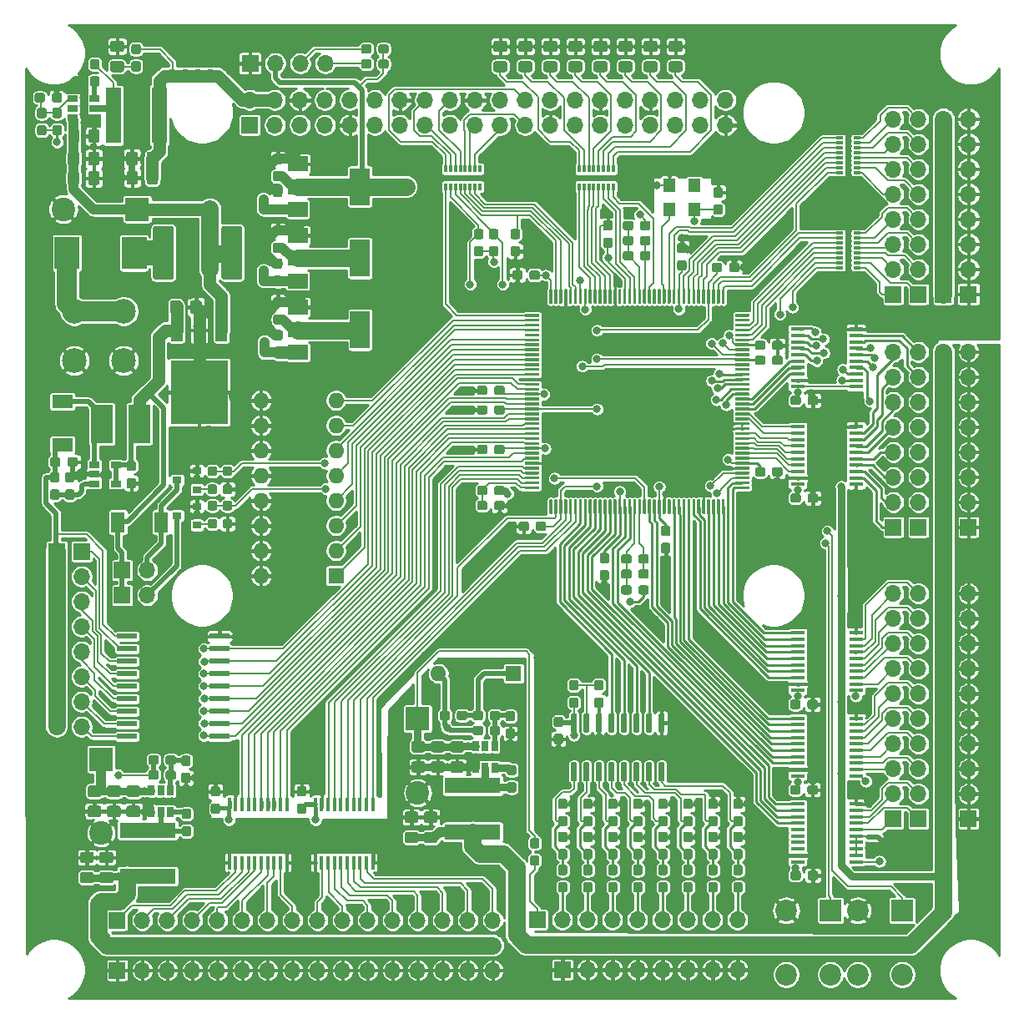
<source format=gbr>
G04 #@! TF.GenerationSoftware,KiCad,Pcbnew,5.1.5+dfsg1-2build2*
G04 #@! TF.CreationDate,2020-12-29T10:14:12-06:00*
G04 #@! TF.ProjectId,2060-ORIO2,32303630-2d4f-4524-994f-322e6b696361,rev?*
G04 #@! TF.SameCoordinates,Original*
G04 #@! TF.FileFunction,Copper,L1,Top*
G04 #@! TF.FilePolarity,Positive*
%FSLAX46Y46*%
G04 Gerber Fmt 4.6, Leading zero omitted, Abs format (unit mm)*
G04 Created by KiCad (PCBNEW 5.1.5+dfsg1-2build2) date 2020-12-29 10:14:12*
%MOMM*%
%LPD*%
G04 APERTURE LIST*
%ADD10C,0.100000*%
%ADD11R,5.800000X6.400000*%
%ADD12R,1.200000X2.200000*%
%ADD13R,1.400000X2.100000*%
%ADD14C,2.400000*%
%ADD15R,2.400000X2.400000*%
%ADD16C,0.500000*%
%ADD17R,0.900000X0.800000*%
%ADD18O,1.700000X1.700000*%
%ADD19R,1.700000X1.700000*%
%ADD20R,5.700000X1.600000*%
%ADD21R,1.600000X5.700000*%
%ADD22O,1.600000X1.600000*%
%ADD23R,1.600000X1.600000*%
%ADD24R,0.650000X1.060000*%
%ADD25R,1.060000X0.650000*%
%ADD26R,0.300000X0.800000*%
%ADD27R,1.450000X0.450000*%
%ADD28R,0.450000X1.450000*%
%ADD29R,2.200000X3.900000*%
%ADD30R,2.100000X1.400000*%
%ADD31R,2.000000X1.500000*%
%ADD32R,2.000000X3.800000*%
%ADD33C,2.500000*%
%ADD34R,2.500000X3.300000*%
%ADD35R,1.290000X1.440000*%
%ADD36R,0.800000X0.300000*%
%ADD37C,2.200000*%
%ADD38R,2.200000X2.200000*%
%ADD39R,2.000000X0.600000*%
%ADD40C,1.270000*%
%ADD41C,0.800000*%
%ADD42C,1.016000*%
%ADD43C,1.016000*%
%ADD44C,0.203200*%
%ADD45C,0.254000*%
%ADD46C,0.508000*%
%ADD47C,0.635000*%
%ADD48C,0.762000*%
%ADD49C,1.270000*%
%ADD50C,0.381000*%
%ADD51C,1.778000*%
%ADD52C,2.032000*%
%ADD53C,2.540000*%
%ADD54C,0.025400*%
G04 APERTURE END LIST*
D10*
G36*
X159100000Y-125250000D02*
G01*
X158100000Y-125250000D01*
X158100000Y-124750000D01*
X159100000Y-124750000D01*
X159100000Y-125250000D01*
G37*
G04 #@! TA.AperFunction,SMDPad,CuDef*
G36*
X90254105Y-70536604D02*
G01*
X90278373Y-70540204D01*
X90302172Y-70546165D01*
X90325271Y-70554430D01*
X90347450Y-70564920D01*
X90368493Y-70577532D01*
X90388199Y-70592147D01*
X90406377Y-70608623D01*
X90422853Y-70626801D01*
X90437468Y-70646507D01*
X90450080Y-70667550D01*
X90460570Y-70689729D01*
X90468835Y-70712828D01*
X90474796Y-70736627D01*
X90478396Y-70760895D01*
X90479600Y-70785399D01*
X90479600Y-71685401D01*
X90478396Y-71709905D01*
X90474796Y-71734173D01*
X90468835Y-71757972D01*
X90460570Y-71781071D01*
X90450080Y-71803250D01*
X90437468Y-71824293D01*
X90422853Y-71843999D01*
X90406377Y-71862177D01*
X90388199Y-71878653D01*
X90368493Y-71893268D01*
X90347450Y-71905880D01*
X90325271Y-71916370D01*
X90302172Y-71924635D01*
X90278373Y-71930596D01*
X90254105Y-71934196D01*
X90229601Y-71935400D01*
X89579599Y-71935400D01*
X89555095Y-71934196D01*
X89530827Y-71930596D01*
X89507028Y-71924635D01*
X89483929Y-71916370D01*
X89461750Y-71905880D01*
X89440707Y-71893268D01*
X89421001Y-71878653D01*
X89402823Y-71862177D01*
X89386347Y-71843999D01*
X89371732Y-71824293D01*
X89359120Y-71803250D01*
X89348630Y-71781071D01*
X89340365Y-71757972D01*
X89334404Y-71734173D01*
X89330804Y-71709905D01*
X89329600Y-71685401D01*
X89329600Y-70785399D01*
X89330804Y-70760895D01*
X89334404Y-70736627D01*
X89340365Y-70712828D01*
X89348630Y-70689729D01*
X89359120Y-70667550D01*
X89371732Y-70646507D01*
X89386347Y-70626801D01*
X89402823Y-70608623D01*
X89421001Y-70592147D01*
X89440707Y-70577532D01*
X89461750Y-70564920D01*
X89483929Y-70554430D01*
X89507028Y-70546165D01*
X89530827Y-70540204D01*
X89555095Y-70536604D01*
X89579599Y-70535400D01*
X90229601Y-70535400D01*
X90254105Y-70536604D01*
G37*
G04 #@! TD.AperFunction*
G04 #@! TA.AperFunction,SMDPad,CuDef*
G36*
X88204105Y-70536604D02*
G01*
X88228373Y-70540204D01*
X88252172Y-70546165D01*
X88275271Y-70554430D01*
X88297450Y-70564920D01*
X88318493Y-70577532D01*
X88338199Y-70592147D01*
X88356377Y-70608623D01*
X88372853Y-70626801D01*
X88387468Y-70646507D01*
X88400080Y-70667550D01*
X88410570Y-70689729D01*
X88418835Y-70712828D01*
X88424796Y-70736627D01*
X88428396Y-70760895D01*
X88429600Y-70785399D01*
X88429600Y-71685401D01*
X88428396Y-71709905D01*
X88424796Y-71734173D01*
X88418835Y-71757972D01*
X88410570Y-71781071D01*
X88400080Y-71803250D01*
X88387468Y-71824293D01*
X88372853Y-71843999D01*
X88356377Y-71862177D01*
X88338199Y-71878653D01*
X88318493Y-71893268D01*
X88297450Y-71905880D01*
X88275271Y-71916370D01*
X88252172Y-71924635D01*
X88228373Y-71930596D01*
X88204105Y-71934196D01*
X88179601Y-71935400D01*
X87529599Y-71935400D01*
X87505095Y-71934196D01*
X87480827Y-71930596D01*
X87457028Y-71924635D01*
X87433929Y-71916370D01*
X87411750Y-71905880D01*
X87390707Y-71893268D01*
X87371001Y-71878653D01*
X87352823Y-71862177D01*
X87336347Y-71843999D01*
X87321732Y-71824293D01*
X87309120Y-71803250D01*
X87298630Y-71781071D01*
X87290365Y-71757972D01*
X87284404Y-71734173D01*
X87280804Y-71709905D01*
X87279600Y-71685401D01*
X87279600Y-70785399D01*
X87280804Y-70760895D01*
X87284404Y-70736627D01*
X87290365Y-70712828D01*
X87298630Y-70689729D01*
X87309120Y-70667550D01*
X87321732Y-70646507D01*
X87336347Y-70626801D01*
X87352823Y-70608623D01*
X87371001Y-70592147D01*
X87390707Y-70577532D01*
X87411750Y-70564920D01*
X87433929Y-70554430D01*
X87457028Y-70546165D01*
X87480827Y-70540204D01*
X87505095Y-70536604D01*
X87529599Y-70535400D01*
X88179601Y-70535400D01*
X88204105Y-70536604D01*
G37*
G04 #@! TD.AperFunction*
D11*
X90225800Y-79888600D03*
D12*
X87945800Y-73588600D03*
X90225800Y-73588600D03*
X92505800Y-73588600D03*
D13*
X86406000Y-93054000D03*
X82006000Y-93054000D03*
G04 #@! TA.AperFunction,SMDPad,CuDef*
D10*
G36*
X91834579Y-90899744D02*
G01*
X91857634Y-90903163D01*
X91880243Y-90908827D01*
X91902187Y-90916679D01*
X91923257Y-90926644D01*
X91943248Y-90938626D01*
X91961968Y-90952510D01*
X91979238Y-90968162D01*
X91994890Y-90985432D01*
X92008774Y-91004152D01*
X92020756Y-91024143D01*
X92030721Y-91045213D01*
X92038573Y-91067157D01*
X92044237Y-91089766D01*
X92047656Y-91112821D01*
X92048800Y-91136100D01*
X92048800Y-91636100D01*
X92047656Y-91659379D01*
X92044237Y-91682434D01*
X92038573Y-91705043D01*
X92030721Y-91726987D01*
X92020756Y-91748057D01*
X92008774Y-91768048D01*
X91994890Y-91786768D01*
X91979238Y-91804038D01*
X91961968Y-91819690D01*
X91943248Y-91833574D01*
X91923257Y-91845556D01*
X91902187Y-91855521D01*
X91880243Y-91863373D01*
X91857634Y-91869037D01*
X91834579Y-91872456D01*
X91811300Y-91873600D01*
X91336300Y-91873600D01*
X91313021Y-91872456D01*
X91289966Y-91869037D01*
X91267357Y-91863373D01*
X91245413Y-91855521D01*
X91224343Y-91845556D01*
X91204352Y-91833574D01*
X91185632Y-91819690D01*
X91168362Y-91804038D01*
X91152710Y-91786768D01*
X91138826Y-91768048D01*
X91126844Y-91748057D01*
X91116879Y-91726987D01*
X91109027Y-91705043D01*
X91103363Y-91682434D01*
X91099944Y-91659379D01*
X91098800Y-91636100D01*
X91098800Y-91136100D01*
X91099944Y-91112821D01*
X91103363Y-91089766D01*
X91109027Y-91067157D01*
X91116879Y-91045213D01*
X91126844Y-91024143D01*
X91138826Y-91004152D01*
X91152710Y-90985432D01*
X91168362Y-90968162D01*
X91185632Y-90952510D01*
X91204352Y-90938626D01*
X91224343Y-90926644D01*
X91245413Y-90916679D01*
X91267357Y-90908827D01*
X91289966Y-90903163D01*
X91313021Y-90899744D01*
X91336300Y-90898600D01*
X91811300Y-90898600D01*
X91834579Y-90899744D01*
G37*
G04 #@! TD.AperFunction*
G04 #@! TA.AperFunction,SMDPad,CuDef*
G36*
X91834579Y-92724744D02*
G01*
X91857634Y-92728163D01*
X91880243Y-92733827D01*
X91902187Y-92741679D01*
X91923257Y-92751644D01*
X91943248Y-92763626D01*
X91961968Y-92777510D01*
X91979238Y-92793162D01*
X91994890Y-92810432D01*
X92008774Y-92829152D01*
X92020756Y-92849143D01*
X92030721Y-92870213D01*
X92038573Y-92892157D01*
X92044237Y-92914766D01*
X92047656Y-92937821D01*
X92048800Y-92961100D01*
X92048800Y-93461100D01*
X92047656Y-93484379D01*
X92044237Y-93507434D01*
X92038573Y-93530043D01*
X92030721Y-93551987D01*
X92020756Y-93573057D01*
X92008774Y-93593048D01*
X91994890Y-93611768D01*
X91979238Y-93629038D01*
X91961968Y-93644690D01*
X91943248Y-93658574D01*
X91923257Y-93670556D01*
X91902187Y-93680521D01*
X91880243Y-93688373D01*
X91857634Y-93694037D01*
X91834579Y-93697456D01*
X91811300Y-93698600D01*
X91336300Y-93698600D01*
X91313021Y-93697456D01*
X91289966Y-93694037D01*
X91267357Y-93688373D01*
X91245413Y-93680521D01*
X91224343Y-93670556D01*
X91204352Y-93658574D01*
X91185632Y-93644690D01*
X91168362Y-93629038D01*
X91152710Y-93611768D01*
X91138826Y-93593048D01*
X91126844Y-93573057D01*
X91116879Y-93551987D01*
X91109027Y-93530043D01*
X91103363Y-93507434D01*
X91099944Y-93484379D01*
X91098800Y-93461100D01*
X91098800Y-92961100D01*
X91099944Y-92937821D01*
X91103363Y-92914766D01*
X91109027Y-92892157D01*
X91116879Y-92870213D01*
X91126844Y-92849143D01*
X91138826Y-92829152D01*
X91152710Y-92810432D01*
X91168362Y-92793162D01*
X91185632Y-92777510D01*
X91204352Y-92763626D01*
X91224343Y-92751644D01*
X91245413Y-92741679D01*
X91267357Y-92733827D01*
X91289966Y-92728163D01*
X91313021Y-92724744D01*
X91336300Y-92723600D01*
X91811300Y-92723600D01*
X91834579Y-92724744D01*
G37*
G04 #@! TD.AperFunction*
G04 #@! TA.AperFunction,SMDPad,CuDef*
G36*
X93360779Y-87401144D02*
G01*
X93383834Y-87404563D01*
X93406443Y-87410227D01*
X93428387Y-87418079D01*
X93449457Y-87428044D01*
X93469448Y-87440026D01*
X93488168Y-87453910D01*
X93505438Y-87469562D01*
X93521090Y-87486832D01*
X93534974Y-87505552D01*
X93546956Y-87525543D01*
X93556921Y-87546613D01*
X93564773Y-87568557D01*
X93570437Y-87591166D01*
X93573856Y-87614221D01*
X93575000Y-87637500D01*
X93575000Y-88137500D01*
X93573856Y-88160779D01*
X93570437Y-88183834D01*
X93564773Y-88206443D01*
X93556921Y-88228387D01*
X93546956Y-88249457D01*
X93534974Y-88269448D01*
X93521090Y-88288168D01*
X93505438Y-88305438D01*
X93488168Y-88321090D01*
X93469448Y-88334974D01*
X93449457Y-88346956D01*
X93428387Y-88356921D01*
X93406443Y-88364773D01*
X93383834Y-88370437D01*
X93360779Y-88373856D01*
X93337500Y-88375000D01*
X92862500Y-88375000D01*
X92839221Y-88373856D01*
X92816166Y-88370437D01*
X92793557Y-88364773D01*
X92771613Y-88356921D01*
X92750543Y-88346956D01*
X92730552Y-88334974D01*
X92711832Y-88321090D01*
X92694562Y-88305438D01*
X92678910Y-88288168D01*
X92665026Y-88269448D01*
X92653044Y-88249457D01*
X92643079Y-88228387D01*
X92635227Y-88206443D01*
X92629563Y-88183834D01*
X92626144Y-88160779D01*
X92625000Y-88137500D01*
X92625000Y-87637500D01*
X92626144Y-87614221D01*
X92629563Y-87591166D01*
X92635227Y-87568557D01*
X92643079Y-87546613D01*
X92653044Y-87525543D01*
X92665026Y-87505552D01*
X92678910Y-87486832D01*
X92694562Y-87469562D01*
X92711832Y-87453910D01*
X92730552Y-87440026D01*
X92750543Y-87428044D01*
X92771613Y-87418079D01*
X92793557Y-87410227D01*
X92816166Y-87404563D01*
X92839221Y-87401144D01*
X92862500Y-87400000D01*
X93337500Y-87400000D01*
X93360779Y-87401144D01*
G37*
G04 #@! TD.AperFunction*
G04 #@! TA.AperFunction,SMDPad,CuDef*
G36*
X93360779Y-89226144D02*
G01*
X93383834Y-89229563D01*
X93406443Y-89235227D01*
X93428387Y-89243079D01*
X93449457Y-89253044D01*
X93469448Y-89265026D01*
X93488168Y-89278910D01*
X93505438Y-89294562D01*
X93521090Y-89311832D01*
X93534974Y-89330552D01*
X93546956Y-89350543D01*
X93556921Y-89371613D01*
X93564773Y-89393557D01*
X93570437Y-89416166D01*
X93573856Y-89439221D01*
X93575000Y-89462500D01*
X93575000Y-89962500D01*
X93573856Y-89985779D01*
X93570437Y-90008834D01*
X93564773Y-90031443D01*
X93556921Y-90053387D01*
X93546956Y-90074457D01*
X93534974Y-90094448D01*
X93521090Y-90113168D01*
X93505438Y-90130438D01*
X93488168Y-90146090D01*
X93469448Y-90159974D01*
X93449457Y-90171956D01*
X93428387Y-90181921D01*
X93406443Y-90189773D01*
X93383834Y-90195437D01*
X93360779Y-90198856D01*
X93337500Y-90200000D01*
X92862500Y-90200000D01*
X92839221Y-90198856D01*
X92816166Y-90195437D01*
X92793557Y-90189773D01*
X92771613Y-90181921D01*
X92750543Y-90171956D01*
X92730552Y-90159974D01*
X92711832Y-90146090D01*
X92694562Y-90130438D01*
X92678910Y-90113168D01*
X92665026Y-90094448D01*
X92653044Y-90074457D01*
X92643079Y-90053387D01*
X92635227Y-90031443D01*
X92629563Y-90008834D01*
X92626144Y-89985779D01*
X92625000Y-89962500D01*
X92625000Y-89462500D01*
X92626144Y-89439221D01*
X92629563Y-89416166D01*
X92635227Y-89393557D01*
X92643079Y-89371613D01*
X92653044Y-89350543D01*
X92665026Y-89330552D01*
X92678910Y-89311832D01*
X92694562Y-89294562D01*
X92711832Y-89278910D01*
X92730552Y-89265026D01*
X92750543Y-89253044D01*
X92771613Y-89243079D01*
X92793557Y-89235227D01*
X92816166Y-89229563D01*
X92839221Y-89226144D01*
X92862500Y-89225000D01*
X93337500Y-89225000D01*
X93360779Y-89226144D01*
G37*
G04 #@! TD.AperFunction*
G04 #@! TA.AperFunction,SMDPad,CuDef*
G36*
X91820279Y-87401144D02*
G01*
X91843334Y-87404563D01*
X91865943Y-87410227D01*
X91887887Y-87418079D01*
X91908957Y-87428044D01*
X91928948Y-87440026D01*
X91947668Y-87453910D01*
X91964938Y-87469562D01*
X91980590Y-87486832D01*
X91994474Y-87505552D01*
X92006456Y-87525543D01*
X92016421Y-87546613D01*
X92024273Y-87568557D01*
X92029937Y-87591166D01*
X92033356Y-87614221D01*
X92034500Y-87637500D01*
X92034500Y-88137500D01*
X92033356Y-88160779D01*
X92029937Y-88183834D01*
X92024273Y-88206443D01*
X92016421Y-88228387D01*
X92006456Y-88249457D01*
X91994474Y-88269448D01*
X91980590Y-88288168D01*
X91964938Y-88305438D01*
X91947668Y-88321090D01*
X91928948Y-88334974D01*
X91908957Y-88346956D01*
X91887887Y-88356921D01*
X91865943Y-88364773D01*
X91843334Y-88370437D01*
X91820279Y-88373856D01*
X91797000Y-88375000D01*
X91322000Y-88375000D01*
X91298721Y-88373856D01*
X91275666Y-88370437D01*
X91253057Y-88364773D01*
X91231113Y-88356921D01*
X91210043Y-88346956D01*
X91190052Y-88334974D01*
X91171332Y-88321090D01*
X91154062Y-88305438D01*
X91138410Y-88288168D01*
X91124526Y-88269448D01*
X91112544Y-88249457D01*
X91102579Y-88228387D01*
X91094727Y-88206443D01*
X91089063Y-88183834D01*
X91085644Y-88160779D01*
X91084500Y-88137500D01*
X91084500Y-87637500D01*
X91085644Y-87614221D01*
X91089063Y-87591166D01*
X91094727Y-87568557D01*
X91102579Y-87546613D01*
X91112544Y-87525543D01*
X91124526Y-87505552D01*
X91138410Y-87486832D01*
X91154062Y-87469562D01*
X91171332Y-87453910D01*
X91190052Y-87440026D01*
X91210043Y-87428044D01*
X91231113Y-87418079D01*
X91253057Y-87410227D01*
X91275666Y-87404563D01*
X91298721Y-87401144D01*
X91322000Y-87400000D01*
X91797000Y-87400000D01*
X91820279Y-87401144D01*
G37*
G04 #@! TD.AperFunction*
G04 #@! TA.AperFunction,SMDPad,CuDef*
G36*
X91820279Y-89226144D02*
G01*
X91843334Y-89229563D01*
X91865943Y-89235227D01*
X91887887Y-89243079D01*
X91908957Y-89253044D01*
X91928948Y-89265026D01*
X91947668Y-89278910D01*
X91964938Y-89294562D01*
X91980590Y-89311832D01*
X91994474Y-89330552D01*
X92006456Y-89350543D01*
X92016421Y-89371613D01*
X92024273Y-89393557D01*
X92029937Y-89416166D01*
X92033356Y-89439221D01*
X92034500Y-89462500D01*
X92034500Y-89962500D01*
X92033356Y-89985779D01*
X92029937Y-90008834D01*
X92024273Y-90031443D01*
X92016421Y-90053387D01*
X92006456Y-90074457D01*
X91994474Y-90094448D01*
X91980590Y-90113168D01*
X91964938Y-90130438D01*
X91947668Y-90146090D01*
X91928948Y-90159974D01*
X91908957Y-90171956D01*
X91887887Y-90181921D01*
X91865943Y-90189773D01*
X91843334Y-90195437D01*
X91820279Y-90198856D01*
X91797000Y-90200000D01*
X91322000Y-90200000D01*
X91298721Y-90198856D01*
X91275666Y-90195437D01*
X91253057Y-90189773D01*
X91231113Y-90181921D01*
X91210043Y-90171956D01*
X91190052Y-90159974D01*
X91171332Y-90146090D01*
X91154062Y-90130438D01*
X91138410Y-90113168D01*
X91124526Y-90094448D01*
X91112544Y-90074457D01*
X91102579Y-90053387D01*
X91094727Y-90031443D01*
X91089063Y-90008834D01*
X91085644Y-89985779D01*
X91084500Y-89962500D01*
X91084500Y-89462500D01*
X91085644Y-89439221D01*
X91089063Y-89416166D01*
X91094727Y-89393557D01*
X91102579Y-89371613D01*
X91112544Y-89350543D01*
X91124526Y-89330552D01*
X91138410Y-89311832D01*
X91154062Y-89294562D01*
X91171332Y-89278910D01*
X91190052Y-89265026D01*
X91210043Y-89253044D01*
X91231113Y-89243079D01*
X91253057Y-89235227D01*
X91275666Y-89229563D01*
X91298721Y-89226144D01*
X91322000Y-89225000D01*
X91797000Y-89225000D01*
X91820279Y-89226144D01*
G37*
G04 #@! TD.AperFunction*
G04 #@! TA.AperFunction,SMDPad,CuDef*
G36*
X93360779Y-90901144D02*
G01*
X93383834Y-90904563D01*
X93406443Y-90910227D01*
X93428387Y-90918079D01*
X93449457Y-90928044D01*
X93469448Y-90940026D01*
X93488168Y-90953910D01*
X93505438Y-90969562D01*
X93521090Y-90986832D01*
X93534974Y-91005552D01*
X93546956Y-91025543D01*
X93556921Y-91046613D01*
X93564773Y-91068557D01*
X93570437Y-91091166D01*
X93573856Y-91114221D01*
X93575000Y-91137500D01*
X93575000Y-91637500D01*
X93573856Y-91660779D01*
X93570437Y-91683834D01*
X93564773Y-91706443D01*
X93556921Y-91728387D01*
X93546956Y-91749457D01*
X93534974Y-91769448D01*
X93521090Y-91788168D01*
X93505438Y-91805438D01*
X93488168Y-91821090D01*
X93469448Y-91834974D01*
X93449457Y-91846956D01*
X93428387Y-91856921D01*
X93406443Y-91864773D01*
X93383834Y-91870437D01*
X93360779Y-91873856D01*
X93337500Y-91875000D01*
X92862500Y-91875000D01*
X92839221Y-91873856D01*
X92816166Y-91870437D01*
X92793557Y-91864773D01*
X92771613Y-91856921D01*
X92750543Y-91846956D01*
X92730552Y-91834974D01*
X92711832Y-91821090D01*
X92694562Y-91805438D01*
X92678910Y-91788168D01*
X92665026Y-91769448D01*
X92653044Y-91749457D01*
X92643079Y-91728387D01*
X92635227Y-91706443D01*
X92629563Y-91683834D01*
X92626144Y-91660779D01*
X92625000Y-91637500D01*
X92625000Y-91137500D01*
X92626144Y-91114221D01*
X92629563Y-91091166D01*
X92635227Y-91068557D01*
X92643079Y-91046613D01*
X92653044Y-91025543D01*
X92665026Y-91005552D01*
X92678910Y-90986832D01*
X92694562Y-90969562D01*
X92711832Y-90953910D01*
X92730552Y-90940026D01*
X92750543Y-90928044D01*
X92771613Y-90918079D01*
X92793557Y-90910227D01*
X92816166Y-90904563D01*
X92839221Y-90901144D01*
X92862500Y-90900000D01*
X93337500Y-90900000D01*
X93360779Y-90901144D01*
G37*
G04 #@! TD.AperFunction*
G04 #@! TA.AperFunction,SMDPad,CuDef*
G36*
X93360779Y-92726144D02*
G01*
X93383834Y-92729563D01*
X93406443Y-92735227D01*
X93428387Y-92743079D01*
X93449457Y-92753044D01*
X93469448Y-92765026D01*
X93488168Y-92778910D01*
X93505438Y-92794562D01*
X93521090Y-92811832D01*
X93534974Y-92830552D01*
X93546956Y-92850543D01*
X93556921Y-92871613D01*
X93564773Y-92893557D01*
X93570437Y-92916166D01*
X93573856Y-92939221D01*
X93575000Y-92962500D01*
X93575000Y-93462500D01*
X93573856Y-93485779D01*
X93570437Y-93508834D01*
X93564773Y-93531443D01*
X93556921Y-93553387D01*
X93546956Y-93574457D01*
X93534974Y-93594448D01*
X93521090Y-93613168D01*
X93505438Y-93630438D01*
X93488168Y-93646090D01*
X93469448Y-93659974D01*
X93449457Y-93671956D01*
X93428387Y-93681921D01*
X93406443Y-93689773D01*
X93383834Y-93695437D01*
X93360779Y-93698856D01*
X93337500Y-93700000D01*
X92862500Y-93700000D01*
X92839221Y-93698856D01*
X92816166Y-93695437D01*
X92793557Y-93689773D01*
X92771613Y-93681921D01*
X92750543Y-93671956D01*
X92730552Y-93659974D01*
X92711832Y-93646090D01*
X92694562Y-93630438D01*
X92678910Y-93613168D01*
X92665026Y-93594448D01*
X92653044Y-93574457D01*
X92643079Y-93553387D01*
X92635227Y-93531443D01*
X92629563Y-93508834D01*
X92626144Y-93485779D01*
X92625000Y-93462500D01*
X92625000Y-92962500D01*
X92626144Y-92939221D01*
X92629563Y-92916166D01*
X92635227Y-92893557D01*
X92643079Y-92871613D01*
X92653044Y-92850543D01*
X92665026Y-92830552D01*
X92678910Y-92811832D01*
X92694562Y-92794562D01*
X92711832Y-92778910D01*
X92730552Y-92765026D01*
X92750543Y-92753044D01*
X92771613Y-92743079D01*
X92793557Y-92735227D01*
X92816166Y-92729563D01*
X92839221Y-92726144D01*
X92862500Y-92725000D01*
X93337500Y-92725000D01*
X93360779Y-92726144D01*
G37*
G04 #@! TD.AperFunction*
D14*
X112400000Y-120500000D03*
D15*
X112400000Y-113000000D03*
D14*
X80294400Y-124600000D03*
D15*
X80294400Y-117100000D03*
D16*
X158100000Y-125000000D03*
X159100000Y-125000000D03*
D14*
X76452000Y-61304000D03*
D15*
X83952000Y-61304000D03*
G04 #@! TA.AperFunction,SMDPad,CuDef*
D10*
G36*
X131416505Y-46261204D02*
G01*
X131440773Y-46264804D01*
X131464572Y-46270765D01*
X131487671Y-46279030D01*
X131509850Y-46289520D01*
X131530893Y-46302132D01*
X131550599Y-46316747D01*
X131568777Y-46333223D01*
X131585253Y-46351401D01*
X131599868Y-46371107D01*
X131612480Y-46392150D01*
X131622970Y-46414329D01*
X131631235Y-46437428D01*
X131637196Y-46461227D01*
X131640796Y-46485495D01*
X131642000Y-46509999D01*
X131642000Y-47160001D01*
X131640796Y-47184505D01*
X131637196Y-47208773D01*
X131631235Y-47232572D01*
X131622970Y-47255671D01*
X131612480Y-47277850D01*
X131599868Y-47298893D01*
X131585253Y-47318599D01*
X131568777Y-47336777D01*
X131550599Y-47353253D01*
X131530893Y-47367868D01*
X131509850Y-47380480D01*
X131487671Y-47390970D01*
X131464572Y-47399235D01*
X131440773Y-47405196D01*
X131416505Y-47408796D01*
X131392001Y-47410000D01*
X130491999Y-47410000D01*
X130467495Y-47408796D01*
X130443227Y-47405196D01*
X130419428Y-47399235D01*
X130396329Y-47390970D01*
X130374150Y-47380480D01*
X130353107Y-47367868D01*
X130333401Y-47353253D01*
X130315223Y-47336777D01*
X130298747Y-47318599D01*
X130284132Y-47298893D01*
X130271520Y-47277850D01*
X130261030Y-47255671D01*
X130252765Y-47232572D01*
X130246804Y-47208773D01*
X130243204Y-47184505D01*
X130242000Y-47160001D01*
X130242000Y-46509999D01*
X130243204Y-46485495D01*
X130246804Y-46461227D01*
X130252765Y-46437428D01*
X130261030Y-46414329D01*
X130271520Y-46392150D01*
X130284132Y-46371107D01*
X130298747Y-46351401D01*
X130315223Y-46333223D01*
X130333401Y-46316747D01*
X130353107Y-46302132D01*
X130374150Y-46289520D01*
X130396329Y-46279030D01*
X130419428Y-46270765D01*
X130443227Y-46264804D01*
X130467495Y-46261204D01*
X130491999Y-46260000D01*
X131392001Y-46260000D01*
X131416505Y-46261204D01*
G37*
G04 #@! TD.AperFunction*
G04 #@! TA.AperFunction,SMDPad,CuDef*
G36*
X131416505Y-44211204D02*
G01*
X131440773Y-44214804D01*
X131464572Y-44220765D01*
X131487671Y-44229030D01*
X131509850Y-44239520D01*
X131530893Y-44252132D01*
X131550599Y-44266747D01*
X131568777Y-44283223D01*
X131585253Y-44301401D01*
X131599868Y-44321107D01*
X131612480Y-44342150D01*
X131622970Y-44364329D01*
X131631235Y-44387428D01*
X131637196Y-44411227D01*
X131640796Y-44435495D01*
X131642000Y-44459999D01*
X131642000Y-45110001D01*
X131640796Y-45134505D01*
X131637196Y-45158773D01*
X131631235Y-45182572D01*
X131622970Y-45205671D01*
X131612480Y-45227850D01*
X131599868Y-45248893D01*
X131585253Y-45268599D01*
X131568777Y-45286777D01*
X131550599Y-45303253D01*
X131530893Y-45317868D01*
X131509850Y-45330480D01*
X131487671Y-45340970D01*
X131464572Y-45349235D01*
X131440773Y-45355196D01*
X131416505Y-45358796D01*
X131392001Y-45360000D01*
X130491999Y-45360000D01*
X130467495Y-45358796D01*
X130443227Y-45355196D01*
X130419428Y-45349235D01*
X130396329Y-45340970D01*
X130374150Y-45330480D01*
X130353107Y-45317868D01*
X130333401Y-45303253D01*
X130315223Y-45286777D01*
X130298747Y-45268599D01*
X130284132Y-45248893D01*
X130271520Y-45227850D01*
X130261030Y-45205671D01*
X130252765Y-45182572D01*
X130246804Y-45158773D01*
X130243204Y-45134505D01*
X130242000Y-45110001D01*
X130242000Y-44459999D01*
X130243204Y-44435495D01*
X130246804Y-44411227D01*
X130252765Y-44387428D01*
X130261030Y-44364329D01*
X130271520Y-44342150D01*
X130284132Y-44321107D01*
X130298747Y-44301401D01*
X130315223Y-44283223D01*
X130333401Y-44266747D01*
X130353107Y-44252132D01*
X130374150Y-44239520D01*
X130396329Y-44229030D01*
X130419428Y-44220765D01*
X130443227Y-44214804D01*
X130467495Y-44211204D01*
X130491999Y-44210000D01*
X131392001Y-44210000D01*
X131416505Y-44211204D01*
G37*
G04 #@! TD.AperFunction*
D17*
X88000000Y-88800000D03*
X90000000Y-87850000D03*
X90000000Y-89750000D03*
X88000000Y-92400000D03*
X90000000Y-91450000D03*
X90000000Y-93350000D03*
G04 #@! TA.AperFunction,SMDPad,CuDef*
D10*
G36*
X109242379Y-46098144D02*
G01*
X109265434Y-46101563D01*
X109288043Y-46107227D01*
X109309987Y-46115079D01*
X109331057Y-46125044D01*
X109351048Y-46137026D01*
X109369768Y-46150910D01*
X109387038Y-46166562D01*
X109402690Y-46183832D01*
X109416574Y-46202552D01*
X109428556Y-46222543D01*
X109438521Y-46243613D01*
X109446373Y-46265557D01*
X109452037Y-46288166D01*
X109455456Y-46311221D01*
X109456600Y-46334500D01*
X109456600Y-46809500D01*
X109455456Y-46832779D01*
X109452037Y-46855834D01*
X109446373Y-46878443D01*
X109438521Y-46900387D01*
X109428556Y-46921457D01*
X109416574Y-46941448D01*
X109402690Y-46960168D01*
X109387038Y-46977438D01*
X109369768Y-46993090D01*
X109351048Y-47006974D01*
X109331057Y-47018956D01*
X109309987Y-47028921D01*
X109288043Y-47036773D01*
X109265434Y-47042437D01*
X109242379Y-47045856D01*
X109219100Y-47047000D01*
X108644100Y-47047000D01*
X108620821Y-47045856D01*
X108597766Y-47042437D01*
X108575157Y-47036773D01*
X108553213Y-47028921D01*
X108532143Y-47018956D01*
X108512152Y-47006974D01*
X108493432Y-46993090D01*
X108476162Y-46977438D01*
X108460510Y-46960168D01*
X108446626Y-46941448D01*
X108434644Y-46921457D01*
X108424679Y-46900387D01*
X108416827Y-46878443D01*
X108411163Y-46855834D01*
X108407744Y-46832779D01*
X108406600Y-46809500D01*
X108406600Y-46334500D01*
X108407744Y-46311221D01*
X108411163Y-46288166D01*
X108416827Y-46265557D01*
X108424679Y-46243613D01*
X108434644Y-46222543D01*
X108446626Y-46202552D01*
X108460510Y-46183832D01*
X108476162Y-46166562D01*
X108493432Y-46150910D01*
X108512152Y-46137026D01*
X108532143Y-46125044D01*
X108553213Y-46115079D01*
X108575157Y-46107227D01*
X108597766Y-46101563D01*
X108620821Y-46098144D01*
X108644100Y-46097000D01*
X109219100Y-46097000D01*
X109242379Y-46098144D01*
G37*
G04 #@! TD.AperFunction*
G04 #@! TA.AperFunction,SMDPad,CuDef*
G36*
X107492379Y-46098144D02*
G01*
X107515434Y-46101563D01*
X107538043Y-46107227D01*
X107559987Y-46115079D01*
X107581057Y-46125044D01*
X107601048Y-46137026D01*
X107619768Y-46150910D01*
X107637038Y-46166562D01*
X107652690Y-46183832D01*
X107666574Y-46202552D01*
X107678556Y-46222543D01*
X107688521Y-46243613D01*
X107696373Y-46265557D01*
X107702037Y-46288166D01*
X107705456Y-46311221D01*
X107706600Y-46334500D01*
X107706600Y-46809500D01*
X107705456Y-46832779D01*
X107702037Y-46855834D01*
X107696373Y-46878443D01*
X107688521Y-46900387D01*
X107678556Y-46921457D01*
X107666574Y-46941448D01*
X107652690Y-46960168D01*
X107637038Y-46977438D01*
X107619768Y-46993090D01*
X107601048Y-47006974D01*
X107581057Y-47018956D01*
X107559987Y-47028921D01*
X107538043Y-47036773D01*
X107515434Y-47042437D01*
X107492379Y-47045856D01*
X107469100Y-47047000D01*
X106894100Y-47047000D01*
X106870821Y-47045856D01*
X106847766Y-47042437D01*
X106825157Y-47036773D01*
X106803213Y-47028921D01*
X106782143Y-47018956D01*
X106762152Y-47006974D01*
X106743432Y-46993090D01*
X106726162Y-46977438D01*
X106710510Y-46960168D01*
X106696626Y-46941448D01*
X106684644Y-46921457D01*
X106674679Y-46900387D01*
X106666827Y-46878443D01*
X106661163Y-46855834D01*
X106657744Y-46832779D01*
X106656600Y-46809500D01*
X106656600Y-46334500D01*
X106657744Y-46311221D01*
X106661163Y-46288166D01*
X106666827Y-46265557D01*
X106674679Y-46243613D01*
X106684644Y-46222543D01*
X106696626Y-46202552D01*
X106710510Y-46183832D01*
X106726162Y-46166562D01*
X106743432Y-46150910D01*
X106762152Y-46137026D01*
X106782143Y-46125044D01*
X106803213Y-46115079D01*
X106825157Y-46107227D01*
X106847766Y-46101563D01*
X106870821Y-46098144D01*
X106894100Y-46097000D01*
X107469100Y-46097000D01*
X107492379Y-46098144D01*
G37*
G04 #@! TD.AperFunction*
G04 #@! TA.AperFunction,SMDPad,CuDef*
G36*
X109242379Y-44574144D02*
G01*
X109265434Y-44577563D01*
X109288043Y-44583227D01*
X109309987Y-44591079D01*
X109331057Y-44601044D01*
X109351048Y-44613026D01*
X109369768Y-44626910D01*
X109387038Y-44642562D01*
X109402690Y-44659832D01*
X109416574Y-44678552D01*
X109428556Y-44698543D01*
X109438521Y-44719613D01*
X109446373Y-44741557D01*
X109452037Y-44764166D01*
X109455456Y-44787221D01*
X109456600Y-44810500D01*
X109456600Y-45285500D01*
X109455456Y-45308779D01*
X109452037Y-45331834D01*
X109446373Y-45354443D01*
X109438521Y-45376387D01*
X109428556Y-45397457D01*
X109416574Y-45417448D01*
X109402690Y-45436168D01*
X109387038Y-45453438D01*
X109369768Y-45469090D01*
X109351048Y-45482974D01*
X109331057Y-45494956D01*
X109309987Y-45504921D01*
X109288043Y-45512773D01*
X109265434Y-45518437D01*
X109242379Y-45521856D01*
X109219100Y-45523000D01*
X108644100Y-45523000D01*
X108620821Y-45521856D01*
X108597766Y-45518437D01*
X108575157Y-45512773D01*
X108553213Y-45504921D01*
X108532143Y-45494956D01*
X108512152Y-45482974D01*
X108493432Y-45469090D01*
X108476162Y-45453438D01*
X108460510Y-45436168D01*
X108446626Y-45417448D01*
X108434644Y-45397457D01*
X108424679Y-45376387D01*
X108416827Y-45354443D01*
X108411163Y-45331834D01*
X108407744Y-45308779D01*
X108406600Y-45285500D01*
X108406600Y-44810500D01*
X108407744Y-44787221D01*
X108411163Y-44764166D01*
X108416827Y-44741557D01*
X108424679Y-44719613D01*
X108434644Y-44698543D01*
X108446626Y-44678552D01*
X108460510Y-44659832D01*
X108476162Y-44642562D01*
X108493432Y-44626910D01*
X108512152Y-44613026D01*
X108532143Y-44601044D01*
X108553213Y-44591079D01*
X108575157Y-44583227D01*
X108597766Y-44577563D01*
X108620821Y-44574144D01*
X108644100Y-44573000D01*
X109219100Y-44573000D01*
X109242379Y-44574144D01*
G37*
G04 #@! TD.AperFunction*
G04 #@! TA.AperFunction,SMDPad,CuDef*
G36*
X107492379Y-44574144D02*
G01*
X107515434Y-44577563D01*
X107538043Y-44583227D01*
X107559987Y-44591079D01*
X107581057Y-44601044D01*
X107601048Y-44613026D01*
X107619768Y-44626910D01*
X107637038Y-44642562D01*
X107652690Y-44659832D01*
X107666574Y-44678552D01*
X107678556Y-44698543D01*
X107688521Y-44719613D01*
X107696373Y-44741557D01*
X107702037Y-44764166D01*
X107705456Y-44787221D01*
X107706600Y-44810500D01*
X107706600Y-45285500D01*
X107705456Y-45308779D01*
X107702037Y-45331834D01*
X107696373Y-45354443D01*
X107688521Y-45376387D01*
X107678556Y-45397457D01*
X107666574Y-45417448D01*
X107652690Y-45436168D01*
X107637038Y-45453438D01*
X107619768Y-45469090D01*
X107601048Y-45482974D01*
X107581057Y-45494956D01*
X107559987Y-45504921D01*
X107538043Y-45512773D01*
X107515434Y-45518437D01*
X107492379Y-45521856D01*
X107469100Y-45523000D01*
X106894100Y-45523000D01*
X106870821Y-45521856D01*
X106847766Y-45518437D01*
X106825157Y-45512773D01*
X106803213Y-45504921D01*
X106782143Y-45494956D01*
X106762152Y-45482974D01*
X106743432Y-45469090D01*
X106726162Y-45453438D01*
X106710510Y-45436168D01*
X106696626Y-45417448D01*
X106684644Y-45397457D01*
X106674679Y-45376387D01*
X106666827Y-45354443D01*
X106661163Y-45331834D01*
X106657744Y-45308779D01*
X106656600Y-45285500D01*
X106656600Y-44810500D01*
X106657744Y-44787221D01*
X106661163Y-44764166D01*
X106666827Y-44741557D01*
X106674679Y-44719613D01*
X106684644Y-44698543D01*
X106696626Y-44678552D01*
X106710510Y-44659832D01*
X106726162Y-44642562D01*
X106743432Y-44626910D01*
X106762152Y-44613026D01*
X106782143Y-44601044D01*
X106803213Y-44591079D01*
X106825157Y-44583227D01*
X106847766Y-44577563D01*
X106870821Y-44574144D01*
X106894100Y-44573000D01*
X107469100Y-44573000D01*
X107492379Y-44574144D01*
G37*
G04 #@! TD.AperFunction*
D18*
X84968000Y-97943500D03*
D19*
X82428000Y-97943500D03*
G04 #@! TA.AperFunction,SMDPad,CuDef*
D10*
G36*
X112938005Y-117317704D02*
G01*
X112962273Y-117321304D01*
X112986072Y-117327265D01*
X113009171Y-117335530D01*
X113031350Y-117346020D01*
X113052393Y-117358632D01*
X113072099Y-117373247D01*
X113090277Y-117389723D01*
X113106753Y-117407901D01*
X113121368Y-117427607D01*
X113133980Y-117448650D01*
X113144470Y-117470829D01*
X113152735Y-117493928D01*
X113158696Y-117517727D01*
X113162296Y-117541995D01*
X113163500Y-117566499D01*
X113163500Y-118216501D01*
X113162296Y-118241005D01*
X113158696Y-118265273D01*
X113152735Y-118289072D01*
X113144470Y-118312171D01*
X113133980Y-118334350D01*
X113121368Y-118355393D01*
X113106753Y-118375099D01*
X113090277Y-118393277D01*
X113072099Y-118409753D01*
X113052393Y-118424368D01*
X113031350Y-118436980D01*
X113009171Y-118447470D01*
X112986072Y-118455735D01*
X112962273Y-118461696D01*
X112938005Y-118465296D01*
X112913501Y-118466500D01*
X112013499Y-118466500D01*
X111988995Y-118465296D01*
X111964727Y-118461696D01*
X111940928Y-118455735D01*
X111917829Y-118447470D01*
X111895650Y-118436980D01*
X111874607Y-118424368D01*
X111854901Y-118409753D01*
X111836723Y-118393277D01*
X111820247Y-118375099D01*
X111805632Y-118355393D01*
X111793020Y-118334350D01*
X111782530Y-118312171D01*
X111774265Y-118289072D01*
X111768304Y-118265273D01*
X111764704Y-118241005D01*
X111763500Y-118216501D01*
X111763500Y-117566499D01*
X111764704Y-117541995D01*
X111768304Y-117517727D01*
X111774265Y-117493928D01*
X111782530Y-117470829D01*
X111793020Y-117448650D01*
X111805632Y-117427607D01*
X111820247Y-117407901D01*
X111836723Y-117389723D01*
X111854901Y-117373247D01*
X111874607Y-117358632D01*
X111895650Y-117346020D01*
X111917829Y-117335530D01*
X111940928Y-117327265D01*
X111964727Y-117321304D01*
X111988995Y-117317704D01*
X112013499Y-117316500D01*
X112913501Y-117316500D01*
X112938005Y-117317704D01*
G37*
G04 #@! TD.AperFunction*
G04 #@! TA.AperFunction,SMDPad,CuDef*
G36*
X112938005Y-115267704D02*
G01*
X112962273Y-115271304D01*
X112986072Y-115277265D01*
X113009171Y-115285530D01*
X113031350Y-115296020D01*
X113052393Y-115308632D01*
X113072099Y-115323247D01*
X113090277Y-115339723D01*
X113106753Y-115357901D01*
X113121368Y-115377607D01*
X113133980Y-115398650D01*
X113144470Y-115420829D01*
X113152735Y-115443928D01*
X113158696Y-115467727D01*
X113162296Y-115491995D01*
X113163500Y-115516499D01*
X113163500Y-116166501D01*
X113162296Y-116191005D01*
X113158696Y-116215273D01*
X113152735Y-116239072D01*
X113144470Y-116262171D01*
X113133980Y-116284350D01*
X113121368Y-116305393D01*
X113106753Y-116325099D01*
X113090277Y-116343277D01*
X113072099Y-116359753D01*
X113052393Y-116374368D01*
X113031350Y-116386980D01*
X113009171Y-116397470D01*
X112986072Y-116405735D01*
X112962273Y-116411696D01*
X112938005Y-116415296D01*
X112913501Y-116416500D01*
X112013499Y-116416500D01*
X111988995Y-116415296D01*
X111964727Y-116411696D01*
X111940928Y-116405735D01*
X111917829Y-116397470D01*
X111895650Y-116386980D01*
X111874607Y-116374368D01*
X111854901Y-116359753D01*
X111836723Y-116343277D01*
X111820247Y-116325099D01*
X111805632Y-116305393D01*
X111793020Y-116284350D01*
X111782530Y-116262171D01*
X111774265Y-116239072D01*
X111768304Y-116215273D01*
X111764704Y-116191005D01*
X111763500Y-116166501D01*
X111763500Y-115516499D01*
X111764704Y-115491995D01*
X111768304Y-115467727D01*
X111774265Y-115443928D01*
X111782530Y-115420829D01*
X111793020Y-115398650D01*
X111805632Y-115377607D01*
X111820247Y-115357901D01*
X111836723Y-115339723D01*
X111854901Y-115323247D01*
X111874607Y-115308632D01*
X111895650Y-115296020D01*
X111917829Y-115285530D01*
X111940928Y-115277265D01*
X111964727Y-115271304D01*
X111988995Y-115267704D01*
X112013499Y-115266500D01*
X112913501Y-115266500D01*
X112938005Y-115267704D01*
G37*
G04 #@! TD.AperFunction*
G04 #@! TA.AperFunction,SMDPad,CuDef*
G36*
X114906505Y-117317704D02*
G01*
X114930773Y-117321304D01*
X114954572Y-117327265D01*
X114977671Y-117335530D01*
X114999850Y-117346020D01*
X115020893Y-117358632D01*
X115040599Y-117373247D01*
X115058777Y-117389723D01*
X115075253Y-117407901D01*
X115089868Y-117427607D01*
X115102480Y-117448650D01*
X115112970Y-117470829D01*
X115121235Y-117493928D01*
X115127196Y-117517727D01*
X115130796Y-117541995D01*
X115132000Y-117566499D01*
X115132000Y-118216501D01*
X115130796Y-118241005D01*
X115127196Y-118265273D01*
X115121235Y-118289072D01*
X115112970Y-118312171D01*
X115102480Y-118334350D01*
X115089868Y-118355393D01*
X115075253Y-118375099D01*
X115058777Y-118393277D01*
X115040599Y-118409753D01*
X115020893Y-118424368D01*
X114999850Y-118436980D01*
X114977671Y-118447470D01*
X114954572Y-118455735D01*
X114930773Y-118461696D01*
X114906505Y-118465296D01*
X114882001Y-118466500D01*
X113981999Y-118466500D01*
X113957495Y-118465296D01*
X113933227Y-118461696D01*
X113909428Y-118455735D01*
X113886329Y-118447470D01*
X113864150Y-118436980D01*
X113843107Y-118424368D01*
X113823401Y-118409753D01*
X113805223Y-118393277D01*
X113788747Y-118375099D01*
X113774132Y-118355393D01*
X113761520Y-118334350D01*
X113751030Y-118312171D01*
X113742765Y-118289072D01*
X113736804Y-118265273D01*
X113733204Y-118241005D01*
X113732000Y-118216501D01*
X113732000Y-117566499D01*
X113733204Y-117541995D01*
X113736804Y-117517727D01*
X113742765Y-117493928D01*
X113751030Y-117470829D01*
X113761520Y-117448650D01*
X113774132Y-117427607D01*
X113788747Y-117407901D01*
X113805223Y-117389723D01*
X113823401Y-117373247D01*
X113843107Y-117358632D01*
X113864150Y-117346020D01*
X113886329Y-117335530D01*
X113909428Y-117327265D01*
X113933227Y-117321304D01*
X113957495Y-117317704D01*
X113981999Y-117316500D01*
X114882001Y-117316500D01*
X114906505Y-117317704D01*
G37*
G04 #@! TD.AperFunction*
G04 #@! TA.AperFunction,SMDPad,CuDef*
G36*
X114906505Y-115267704D02*
G01*
X114930773Y-115271304D01*
X114954572Y-115277265D01*
X114977671Y-115285530D01*
X114999850Y-115296020D01*
X115020893Y-115308632D01*
X115040599Y-115323247D01*
X115058777Y-115339723D01*
X115075253Y-115357901D01*
X115089868Y-115377607D01*
X115102480Y-115398650D01*
X115112970Y-115420829D01*
X115121235Y-115443928D01*
X115127196Y-115467727D01*
X115130796Y-115491995D01*
X115132000Y-115516499D01*
X115132000Y-116166501D01*
X115130796Y-116191005D01*
X115127196Y-116215273D01*
X115121235Y-116239072D01*
X115112970Y-116262171D01*
X115102480Y-116284350D01*
X115089868Y-116305393D01*
X115075253Y-116325099D01*
X115058777Y-116343277D01*
X115040599Y-116359753D01*
X115020893Y-116374368D01*
X114999850Y-116386980D01*
X114977671Y-116397470D01*
X114954572Y-116405735D01*
X114930773Y-116411696D01*
X114906505Y-116415296D01*
X114882001Y-116416500D01*
X113981999Y-116416500D01*
X113957495Y-116415296D01*
X113933227Y-116411696D01*
X113909428Y-116405735D01*
X113886329Y-116397470D01*
X113864150Y-116386980D01*
X113843107Y-116374368D01*
X113823401Y-116359753D01*
X113805223Y-116343277D01*
X113788747Y-116325099D01*
X113774132Y-116305393D01*
X113761520Y-116284350D01*
X113751030Y-116262171D01*
X113742765Y-116239072D01*
X113736804Y-116215273D01*
X113733204Y-116191005D01*
X113732000Y-116166501D01*
X113732000Y-115516499D01*
X113733204Y-115491995D01*
X113736804Y-115467727D01*
X113742765Y-115443928D01*
X113751030Y-115420829D01*
X113761520Y-115398650D01*
X113774132Y-115377607D01*
X113788747Y-115357901D01*
X113805223Y-115339723D01*
X113823401Y-115323247D01*
X113843107Y-115308632D01*
X113864150Y-115296020D01*
X113886329Y-115285530D01*
X113909428Y-115277265D01*
X113933227Y-115271304D01*
X113957495Y-115267704D01*
X113981999Y-115266500D01*
X114882001Y-115266500D01*
X114906505Y-115267704D01*
G37*
G04 #@! TD.AperFunction*
G04 #@! TA.AperFunction,SMDPad,CuDef*
G36*
X82054705Y-121826204D02*
G01*
X82078973Y-121829804D01*
X82102772Y-121835765D01*
X82125871Y-121844030D01*
X82148050Y-121854520D01*
X82169093Y-121867132D01*
X82188799Y-121881747D01*
X82206977Y-121898223D01*
X82223453Y-121916401D01*
X82238068Y-121936107D01*
X82250680Y-121957150D01*
X82261170Y-121979329D01*
X82269435Y-122002428D01*
X82275396Y-122026227D01*
X82278996Y-122050495D01*
X82280200Y-122074999D01*
X82280200Y-122725001D01*
X82278996Y-122749505D01*
X82275396Y-122773773D01*
X82269435Y-122797572D01*
X82261170Y-122820671D01*
X82250680Y-122842850D01*
X82238068Y-122863893D01*
X82223453Y-122883599D01*
X82206977Y-122901777D01*
X82188799Y-122918253D01*
X82169093Y-122932868D01*
X82148050Y-122945480D01*
X82125871Y-122955970D01*
X82102772Y-122964235D01*
X82078973Y-122970196D01*
X82054705Y-122973796D01*
X82030201Y-122975000D01*
X81130199Y-122975000D01*
X81105695Y-122973796D01*
X81081427Y-122970196D01*
X81057628Y-122964235D01*
X81034529Y-122955970D01*
X81012350Y-122945480D01*
X80991307Y-122932868D01*
X80971601Y-122918253D01*
X80953423Y-122901777D01*
X80936947Y-122883599D01*
X80922332Y-122863893D01*
X80909720Y-122842850D01*
X80899230Y-122820671D01*
X80890965Y-122797572D01*
X80885004Y-122773773D01*
X80881404Y-122749505D01*
X80880200Y-122725001D01*
X80880200Y-122074999D01*
X80881404Y-122050495D01*
X80885004Y-122026227D01*
X80890965Y-122002428D01*
X80899230Y-121979329D01*
X80909720Y-121957150D01*
X80922332Y-121936107D01*
X80936947Y-121916401D01*
X80953423Y-121898223D01*
X80971601Y-121881747D01*
X80991307Y-121867132D01*
X81012350Y-121854520D01*
X81034529Y-121844030D01*
X81057628Y-121835765D01*
X81081427Y-121829804D01*
X81105695Y-121826204D01*
X81130199Y-121825000D01*
X82030201Y-121825000D01*
X82054705Y-121826204D01*
G37*
G04 #@! TD.AperFunction*
G04 #@! TA.AperFunction,SMDPad,CuDef*
G36*
X82054705Y-119776204D02*
G01*
X82078973Y-119779804D01*
X82102772Y-119785765D01*
X82125871Y-119794030D01*
X82148050Y-119804520D01*
X82169093Y-119817132D01*
X82188799Y-119831747D01*
X82206977Y-119848223D01*
X82223453Y-119866401D01*
X82238068Y-119886107D01*
X82250680Y-119907150D01*
X82261170Y-119929329D01*
X82269435Y-119952428D01*
X82275396Y-119976227D01*
X82278996Y-120000495D01*
X82280200Y-120024999D01*
X82280200Y-120675001D01*
X82278996Y-120699505D01*
X82275396Y-120723773D01*
X82269435Y-120747572D01*
X82261170Y-120770671D01*
X82250680Y-120792850D01*
X82238068Y-120813893D01*
X82223453Y-120833599D01*
X82206977Y-120851777D01*
X82188799Y-120868253D01*
X82169093Y-120882868D01*
X82148050Y-120895480D01*
X82125871Y-120905970D01*
X82102772Y-120914235D01*
X82078973Y-120920196D01*
X82054705Y-120923796D01*
X82030201Y-120925000D01*
X81130199Y-120925000D01*
X81105695Y-120923796D01*
X81081427Y-120920196D01*
X81057628Y-120914235D01*
X81034529Y-120905970D01*
X81012350Y-120895480D01*
X80991307Y-120882868D01*
X80971601Y-120868253D01*
X80953423Y-120851777D01*
X80936947Y-120833599D01*
X80922332Y-120813893D01*
X80909720Y-120792850D01*
X80899230Y-120770671D01*
X80890965Y-120747572D01*
X80885004Y-120723773D01*
X80881404Y-120699505D01*
X80880200Y-120675001D01*
X80880200Y-120024999D01*
X80881404Y-120000495D01*
X80885004Y-119976227D01*
X80890965Y-119952428D01*
X80899230Y-119929329D01*
X80909720Y-119907150D01*
X80922332Y-119886107D01*
X80936947Y-119866401D01*
X80953423Y-119848223D01*
X80971601Y-119831747D01*
X80991307Y-119817132D01*
X81012350Y-119804520D01*
X81034529Y-119794030D01*
X81057628Y-119785765D01*
X81081427Y-119779804D01*
X81105695Y-119776204D01*
X81130199Y-119775000D01*
X82030201Y-119775000D01*
X82054705Y-119776204D01*
G37*
G04 #@! TD.AperFunction*
G04 #@! TA.AperFunction,SMDPad,CuDef*
G36*
X80086205Y-121826204D02*
G01*
X80110473Y-121829804D01*
X80134272Y-121835765D01*
X80157371Y-121844030D01*
X80179550Y-121854520D01*
X80200593Y-121867132D01*
X80220299Y-121881747D01*
X80238477Y-121898223D01*
X80254953Y-121916401D01*
X80269568Y-121936107D01*
X80282180Y-121957150D01*
X80292670Y-121979329D01*
X80300935Y-122002428D01*
X80306896Y-122026227D01*
X80310496Y-122050495D01*
X80311700Y-122074999D01*
X80311700Y-122725001D01*
X80310496Y-122749505D01*
X80306896Y-122773773D01*
X80300935Y-122797572D01*
X80292670Y-122820671D01*
X80282180Y-122842850D01*
X80269568Y-122863893D01*
X80254953Y-122883599D01*
X80238477Y-122901777D01*
X80220299Y-122918253D01*
X80200593Y-122932868D01*
X80179550Y-122945480D01*
X80157371Y-122955970D01*
X80134272Y-122964235D01*
X80110473Y-122970196D01*
X80086205Y-122973796D01*
X80061701Y-122975000D01*
X79161699Y-122975000D01*
X79137195Y-122973796D01*
X79112927Y-122970196D01*
X79089128Y-122964235D01*
X79066029Y-122955970D01*
X79043850Y-122945480D01*
X79022807Y-122932868D01*
X79003101Y-122918253D01*
X78984923Y-122901777D01*
X78968447Y-122883599D01*
X78953832Y-122863893D01*
X78941220Y-122842850D01*
X78930730Y-122820671D01*
X78922465Y-122797572D01*
X78916504Y-122773773D01*
X78912904Y-122749505D01*
X78911700Y-122725001D01*
X78911700Y-122074999D01*
X78912904Y-122050495D01*
X78916504Y-122026227D01*
X78922465Y-122002428D01*
X78930730Y-121979329D01*
X78941220Y-121957150D01*
X78953832Y-121936107D01*
X78968447Y-121916401D01*
X78984923Y-121898223D01*
X79003101Y-121881747D01*
X79022807Y-121867132D01*
X79043850Y-121854520D01*
X79066029Y-121844030D01*
X79089128Y-121835765D01*
X79112927Y-121829804D01*
X79137195Y-121826204D01*
X79161699Y-121825000D01*
X80061701Y-121825000D01*
X80086205Y-121826204D01*
G37*
G04 #@! TD.AperFunction*
G04 #@! TA.AperFunction,SMDPad,CuDef*
G36*
X80086205Y-119776204D02*
G01*
X80110473Y-119779804D01*
X80134272Y-119785765D01*
X80157371Y-119794030D01*
X80179550Y-119804520D01*
X80200593Y-119817132D01*
X80220299Y-119831747D01*
X80238477Y-119848223D01*
X80254953Y-119866401D01*
X80269568Y-119886107D01*
X80282180Y-119907150D01*
X80292670Y-119929329D01*
X80300935Y-119952428D01*
X80306896Y-119976227D01*
X80310496Y-120000495D01*
X80311700Y-120024999D01*
X80311700Y-120675001D01*
X80310496Y-120699505D01*
X80306896Y-120723773D01*
X80300935Y-120747572D01*
X80292670Y-120770671D01*
X80282180Y-120792850D01*
X80269568Y-120813893D01*
X80254953Y-120833599D01*
X80238477Y-120851777D01*
X80220299Y-120868253D01*
X80200593Y-120882868D01*
X80179550Y-120895480D01*
X80157371Y-120905970D01*
X80134272Y-120914235D01*
X80110473Y-120920196D01*
X80086205Y-120923796D01*
X80061701Y-120925000D01*
X79161699Y-120925000D01*
X79137195Y-120923796D01*
X79112927Y-120920196D01*
X79089128Y-120914235D01*
X79066029Y-120905970D01*
X79043850Y-120895480D01*
X79022807Y-120882868D01*
X79003101Y-120868253D01*
X78984923Y-120851777D01*
X78968447Y-120833599D01*
X78953832Y-120813893D01*
X78941220Y-120792850D01*
X78930730Y-120770671D01*
X78922465Y-120747572D01*
X78916504Y-120723773D01*
X78912904Y-120699505D01*
X78911700Y-120675001D01*
X78911700Y-120024999D01*
X78912904Y-120000495D01*
X78916504Y-119976227D01*
X78922465Y-119952428D01*
X78930730Y-119929329D01*
X78941220Y-119907150D01*
X78953832Y-119886107D01*
X78968447Y-119866401D01*
X78984923Y-119848223D01*
X79003101Y-119831747D01*
X79022807Y-119817132D01*
X79043850Y-119804520D01*
X79066029Y-119794030D01*
X79089128Y-119785765D01*
X79112927Y-119779804D01*
X79137195Y-119776204D01*
X79161699Y-119775000D01*
X80061701Y-119775000D01*
X80086205Y-119776204D01*
G37*
G04 #@! TD.AperFunction*
G04 #@! TA.AperFunction,SMDPad,CuDef*
G36*
X77840905Y-55487104D02*
G01*
X77865173Y-55490704D01*
X77888972Y-55496665D01*
X77912071Y-55504930D01*
X77934250Y-55515420D01*
X77955293Y-55528032D01*
X77974999Y-55542647D01*
X77993177Y-55559123D01*
X78009653Y-55577301D01*
X78024268Y-55597007D01*
X78036880Y-55618050D01*
X78047370Y-55640229D01*
X78055635Y-55663328D01*
X78061596Y-55687127D01*
X78065196Y-55711395D01*
X78066400Y-55735899D01*
X78066400Y-56635901D01*
X78065196Y-56660405D01*
X78061596Y-56684673D01*
X78055635Y-56708472D01*
X78047370Y-56731571D01*
X78036880Y-56753750D01*
X78024268Y-56774793D01*
X78009653Y-56794499D01*
X77993177Y-56812677D01*
X77974999Y-56829153D01*
X77955293Y-56843768D01*
X77934250Y-56856380D01*
X77912071Y-56866870D01*
X77888972Y-56875135D01*
X77865173Y-56881096D01*
X77840905Y-56884696D01*
X77816401Y-56885900D01*
X77166399Y-56885900D01*
X77141895Y-56884696D01*
X77117627Y-56881096D01*
X77093828Y-56875135D01*
X77070729Y-56866870D01*
X77048550Y-56856380D01*
X77027507Y-56843768D01*
X77007801Y-56829153D01*
X76989623Y-56812677D01*
X76973147Y-56794499D01*
X76958532Y-56774793D01*
X76945920Y-56753750D01*
X76935430Y-56731571D01*
X76927165Y-56708472D01*
X76921204Y-56684673D01*
X76917604Y-56660405D01*
X76916400Y-56635901D01*
X76916400Y-55735899D01*
X76917604Y-55711395D01*
X76921204Y-55687127D01*
X76927165Y-55663328D01*
X76935430Y-55640229D01*
X76945920Y-55618050D01*
X76958532Y-55597007D01*
X76973147Y-55577301D01*
X76989623Y-55559123D01*
X77007801Y-55542647D01*
X77027507Y-55528032D01*
X77048550Y-55515420D01*
X77070729Y-55504930D01*
X77093828Y-55496665D01*
X77117627Y-55490704D01*
X77141895Y-55487104D01*
X77166399Y-55485900D01*
X77816401Y-55485900D01*
X77840905Y-55487104D01*
G37*
G04 #@! TD.AperFunction*
G04 #@! TA.AperFunction,SMDPad,CuDef*
G36*
X79890905Y-55487104D02*
G01*
X79915173Y-55490704D01*
X79938972Y-55496665D01*
X79962071Y-55504930D01*
X79984250Y-55515420D01*
X80005293Y-55528032D01*
X80024999Y-55542647D01*
X80043177Y-55559123D01*
X80059653Y-55577301D01*
X80074268Y-55597007D01*
X80086880Y-55618050D01*
X80097370Y-55640229D01*
X80105635Y-55663328D01*
X80111596Y-55687127D01*
X80115196Y-55711395D01*
X80116400Y-55735899D01*
X80116400Y-56635901D01*
X80115196Y-56660405D01*
X80111596Y-56684673D01*
X80105635Y-56708472D01*
X80097370Y-56731571D01*
X80086880Y-56753750D01*
X80074268Y-56774793D01*
X80059653Y-56794499D01*
X80043177Y-56812677D01*
X80024999Y-56829153D01*
X80005293Y-56843768D01*
X79984250Y-56856380D01*
X79962071Y-56866870D01*
X79938972Y-56875135D01*
X79915173Y-56881096D01*
X79890905Y-56884696D01*
X79866401Y-56885900D01*
X79216399Y-56885900D01*
X79191895Y-56884696D01*
X79167627Y-56881096D01*
X79143828Y-56875135D01*
X79120729Y-56866870D01*
X79098550Y-56856380D01*
X79077507Y-56843768D01*
X79057801Y-56829153D01*
X79039623Y-56812677D01*
X79023147Y-56794499D01*
X79008532Y-56774793D01*
X78995920Y-56753750D01*
X78985430Y-56731571D01*
X78977165Y-56708472D01*
X78971204Y-56684673D01*
X78967604Y-56660405D01*
X78966400Y-56635901D01*
X78966400Y-55735899D01*
X78967604Y-55711395D01*
X78971204Y-55687127D01*
X78977165Y-55663328D01*
X78985430Y-55640229D01*
X78995920Y-55618050D01*
X79008532Y-55597007D01*
X79023147Y-55577301D01*
X79039623Y-55559123D01*
X79057801Y-55542647D01*
X79077507Y-55528032D01*
X79098550Y-55515420D01*
X79120729Y-55504930D01*
X79143828Y-55496665D01*
X79167627Y-55490704D01*
X79191895Y-55487104D01*
X79216399Y-55485900D01*
X79866401Y-55485900D01*
X79890905Y-55487104D01*
G37*
G04 #@! TD.AperFunction*
G04 #@! TA.AperFunction,SMDPad,CuDef*
G36*
X77840905Y-57455604D02*
G01*
X77865173Y-57459204D01*
X77888972Y-57465165D01*
X77912071Y-57473430D01*
X77934250Y-57483920D01*
X77955293Y-57496532D01*
X77974999Y-57511147D01*
X77993177Y-57527623D01*
X78009653Y-57545801D01*
X78024268Y-57565507D01*
X78036880Y-57586550D01*
X78047370Y-57608729D01*
X78055635Y-57631828D01*
X78061596Y-57655627D01*
X78065196Y-57679895D01*
X78066400Y-57704399D01*
X78066400Y-58604401D01*
X78065196Y-58628905D01*
X78061596Y-58653173D01*
X78055635Y-58676972D01*
X78047370Y-58700071D01*
X78036880Y-58722250D01*
X78024268Y-58743293D01*
X78009653Y-58762999D01*
X77993177Y-58781177D01*
X77974999Y-58797653D01*
X77955293Y-58812268D01*
X77934250Y-58824880D01*
X77912071Y-58835370D01*
X77888972Y-58843635D01*
X77865173Y-58849596D01*
X77840905Y-58853196D01*
X77816401Y-58854400D01*
X77166399Y-58854400D01*
X77141895Y-58853196D01*
X77117627Y-58849596D01*
X77093828Y-58843635D01*
X77070729Y-58835370D01*
X77048550Y-58824880D01*
X77027507Y-58812268D01*
X77007801Y-58797653D01*
X76989623Y-58781177D01*
X76973147Y-58762999D01*
X76958532Y-58743293D01*
X76945920Y-58722250D01*
X76935430Y-58700071D01*
X76927165Y-58676972D01*
X76921204Y-58653173D01*
X76917604Y-58628905D01*
X76916400Y-58604401D01*
X76916400Y-57704399D01*
X76917604Y-57679895D01*
X76921204Y-57655627D01*
X76927165Y-57631828D01*
X76935430Y-57608729D01*
X76945920Y-57586550D01*
X76958532Y-57565507D01*
X76973147Y-57545801D01*
X76989623Y-57527623D01*
X77007801Y-57511147D01*
X77027507Y-57496532D01*
X77048550Y-57483920D01*
X77070729Y-57473430D01*
X77093828Y-57465165D01*
X77117627Y-57459204D01*
X77141895Y-57455604D01*
X77166399Y-57454400D01*
X77816401Y-57454400D01*
X77840905Y-57455604D01*
G37*
G04 #@! TD.AperFunction*
G04 #@! TA.AperFunction,SMDPad,CuDef*
G36*
X79890905Y-57455604D02*
G01*
X79915173Y-57459204D01*
X79938972Y-57465165D01*
X79962071Y-57473430D01*
X79984250Y-57483920D01*
X80005293Y-57496532D01*
X80024999Y-57511147D01*
X80043177Y-57527623D01*
X80059653Y-57545801D01*
X80074268Y-57565507D01*
X80086880Y-57586550D01*
X80097370Y-57608729D01*
X80105635Y-57631828D01*
X80111596Y-57655627D01*
X80115196Y-57679895D01*
X80116400Y-57704399D01*
X80116400Y-58604401D01*
X80115196Y-58628905D01*
X80111596Y-58653173D01*
X80105635Y-58676972D01*
X80097370Y-58700071D01*
X80086880Y-58722250D01*
X80074268Y-58743293D01*
X80059653Y-58762999D01*
X80043177Y-58781177D01*
X80024999Y-58797653D01*
X80005293Y-58812268D01*
X79984250Y-58824880D01*
X79962071Y-58835370D01*
X79938972Y-58843635D01*
X79915173Y-58849596D01*
X79890905Y-58853196D01*
X79866401Y-58854400D01*
X79216399Y-58854400D01*
X79191895Y-58853196D01*
X79167627Y-58849596D01*
X79143828Y-58843635D01*
X79120729Y-58835370D01*
X79098550Y-58824880D01*
X79077507Y-58812268D01*
X79057801Y-58797653D01*
X79039623Y-58781177D01*
X79023147Y-58762999D01*
X79008532Y-58743293D01*
X78995920Y-58722250D01*
X78985430Y-58700071D01*
X78977165Y-58676972D01*
X78971204Y-58653173D01*
X78967604Y-58628905D01*
X78966400Y-58604401D01*
X78966400Y-57704399D01*
X78967604Y-57679895D01*
X78971204Y-57655627D01*
X78977165Y-57631828D01*
X78985430Y-57608729D01*
X78995920Y-57586550D01*
X79008532Y-57565507D01*
X79023147Y-57545801D01*
X79039623Y-57527623D01*
X79057801Y-57511147D01*
X79077507Y-57496532D01*
X79098550Y-57483920D01*
X79120729Y-57473430D01*
X79143828Y-57465165D01*
X79167627Y-57459204D01*
X79191895Y-57455604D01*
X79216399Y-57454400D01*
X79866401Y-57454400D01*
X79890905Y-57455604D01*
G37*
G04 #@! TD.AperFunction*
D20*
X117988000Y-124487000D03*
X117988000Y-119787000D03*
X85009200Y-128995500D03*
X85009200Y-124295500D03*
D21*
X81500400Y-51804400D03*
X86200400Y-51804400D03*
G04 #@! TA.AperFunction,SMDPad,CuDef*
D10*
G36*
X118820779Y-112201644D02*
G01*
X118843834Y-112205063D01*
X118866443Y-112210727D01*
X118888387Y-112218579D01*
X118909457Y-112228544D01*
X118929448Y-112240526D01*
X118948168Y-112254410D01*
X118965438Y-112270062D01*
X118981090Y-112287332D01*
X118994974Y-112306052D01*
X119006956Y-112326043D01*
X119016921Y-112347113D01*
X119024773Y-112369057D01*
X119030437Y-112391666D01*
X119033856Y-112414721D01*
X119035000Y-112438000D01*
X119035000Y-112913000D01*
X119033856Y-112936279D01*
X119030437Y-112959334D01*
X119024773Y-112981943D01*
X119016921Y-113003887D01*
X119006956Y-113024957D01*
X118994974Y-113044948D01*
X118981090Y-113063668D01*
X118965438Y-113080938D01*
X118948168Y-113096590D01*
X118929448Y-113110474D01*
X118909457Y-113122456D01*
X118888387Y-113132421D01*
X118866443Y-113140273D01*
X118843834Y-113145937D01*
X118820779Y-113149356D01*
X118797500Y-113150500D01*
X118222500Y-113150500D01*
X118199221Y-113149356D01*
X118176166Y-113145937D01*
X118153557Y-113140273D01*
X118131613Y-113132421D01*
X118110543Y-113122456D01*
X118090552Y-113110474D01*
X118071832Y-113096590D01*
X118054562Y-113080938D01*
X118038910Y-113063668D01*
X118025026Y-113044948D01*
X118013044Y-113024957D01*
X118003079Y-113003887D01*
X117995227Y-112981943D01*
X117989563Y-112959334D01*
X117986144Y-112936279D01*
X117985000Y-112913000D01*
X117985000Y-112438000D01*
X117986144Y-112414721D01*
X117989563Y-112391666D01*
X117995227Y-112369057D01*
X118003079Y-112347113D01*
X118013044Y-112326043D01*
X118025026Y-112306052D01*
X118038910Y-112287332D01*
X118054562Y-112270062D01*
X118071832Y-112254410D01*
X118090552Y-112240526D01*
X118110543Y-112228544D01*
X118131613Y-112218579D01*
X118153557Y-112210727D01*
X118176166Y-112205063D01*
X118199221Y-112201644D01*
X118222500Y-112200500D01*
X118797500Y-112200500D01*
X118820779Y-112201644D01*
G37*
G04 #@! TD.AperFunction*
G04 #@! TA.AperFunction,SMDPad,CuDef*
G36*
X120570779Y-112201644D02*
G01*
X120593834Y-112205063D01*
X120616443Y-112210727D01*
X120638387Y-112218579D01*
X120659457Y-112228544D01*
X120679448Y-112240526D01*
X120698168Y-112254410D01*
X120715438Y-112270062D01*
X120731090Y-112287332D01*
X120744974Y-112306052D01*
X120756956Y-112326043D01*
X120766921Y-112347113D01*
X120774773Y-112369057D01*
X120780437Y-112391666D01*
X120783856Y-112414721D01*
X120785000Y-112438000D01*
X120785000Y-112913000D01*
X120783856Y-112936279D01*
X120780437Y-112959334D01*
X120774773Y-112981943D01*
X120766921Y-113003887D01*
X120756956Y-113024957D01*
X120744974Y-113044948D01*
X120731090Y-113063668D01*
X120715438Y-113080938D01*
X120698168Y-113096590D01*
X120679448Y-113110474D01*
X120659457Y-113122456D01*
X120638387Y-113132421D01*
X120616443Y-113140273D01*
X120593834Y-113145937D01*
X120570779Y-113149356D01*
X120547500Y-113150500D01*
X119972500Y-113150500D01*
X119949221Y-113149356D01*
X119926166Y-113145937D01*
X119903557Y-113140273D01*
X119881613Y-113132421D01*
X119860543Y-113122456D01*
X119840552Y-113110474D01*
X119821832Y-113096590D01*
X119804562Y-113080938D01*
X119788910Y-113063668D01*
X119775026Y-113044948D01*
X119763044Y-113024957D01*
X119753079Y-113003887D01*
X119745227Y-112981943D01*
X119739563Y-112959334D01*
X119736144Y-112936279D01*
X119735000Y-112913000D01*
X119735000Y-112438000D01*
X119736144Y-112414721D01*
X119739563Y-112391666D01*
X119745227Y-112369057D01*
X119753079Y-112347113D01*
X119763044Y-112326043D01*
X119775026Y-112306052D01*
X119788910Y-112287332D01*
X119804562Y-112270062D01*
X119821832Y-112254410D01*
X119840552Y-112240526D01*
X119860543Y-112228544D01*
X119881613Y-112218579D01*
X119903557Y-112210727D01*
X119926166Y-112205063D01*
X119949221Y-112201644D01*
X119972500Y-112200500D01*
X120547500Y-112200500D01*
X120570779Y-112201644D01*
G37*
G04 #@! TD.AperFunction*
D22*
X114495500Y-108421000D03*
D23*
X122115500Y-108421000D03*
G04 #@! TA.AperFunction,SMDPad,CuDef*
D10*
G36*
X89206979Y-123885144D02*
G01*
X89230034Y-123888563D01*
X89252643Y-123894227D01*
X89274587Y-123902079D01*
X89295657Y-123912044D01*
X89315648Y-123924026D01*
X89334368Y-123937910D01*
X89351638Y-123953562D01*
X89367290Y-123970832D01*
X89381174Y-123989552D01*
X89393156Y-124009543D01*
X89403121Y-124030613D01*
X89410973Y-124052557D01*
X89416637Y-124075166D01*
X89420056Y-124098221D01*
X89421200Y-124121500D01*
X89421200Y-124696500D01*
X89420056Y-124719779D01*
X89416637Y-124742834D01*
X89410973Y-124765443D01*
X89403121Y-124787387D01*
X89393156Y-124808457D01*
X89381174Y-124828448D01*
X89367290Y-124847168D01*
X89351638Y-124864438D01*
X89334368Y-124880090D01*
X89315648Y-124893974D01*
X89295657Y-124905956D01*
X89274587Y-124915921D01*
X89252643Y-124923773D01*
X89230034Y-124929437D01*
X89206979Y-124932856D01*
X89183700Y-124934000D01*
X88708700Y-124934000D01*
X88685421Y-124932856D01*
X88662366Y-124929437D01*
X88639757Y-124923773D01*
X88617813Y-124915921D01*
X88596743Y-124905956D01*
X88576752Y-124893974D01*
X88558032Y-124880090D01*
X88540762Y-124864438D01*
X88525110Y-124847168D01*
X88511226Y-124828448D01*
X88499244Y-124808457D01*
X88489279Y-124787387D01*
X88481427Y-124765443D01*
X88475763Y-124742834D01*
X88472344Y-124719779D01*
X88471200Y-124696500D01*
X88471200Y-124121500D01*
X88472344Y-124098221D01*
X88475763Y-124075166D01*
X88481427Y-124052557D01*
X88489279Y-124030613D01*
X88499244Y-124009543D01*
X88511226Y-123989552D01*
X88525110Y-123970832D01*
X88540762Y-123953562D01*
X88558032Y-123937910D01*
X88576752Y-123924026D01*
X88596743Y-123912044D01*
X88617813Y-123902079D01*
X88639757Y-123894227D01*
X88662366Y-123888563D01*
X88685421Y-123885144D01*
X88708700Y-123884000D01*
X89183700Y-123884000D01*
X89206979Y-123885144D01*
G37*
G04 #@! TD.AperFunction*
G04 #@! TA.AperFunction,SMDPad,CuDef*
G36*
X89206979Y-122135144D02*
G01*
X89230034Y-122138563D01*
X89252643Y-122144227D01*
X89274587Y-122152079D01*
X89295657Y-122162044D01*
X89315648Y-122174026D01*
X89334368Y-122187910D01*
X89351638Y-122203562D01*
X89367290Y-122220832D01*
X89381174Y-122239552D01*
X89393156Y-122259543D01*
X89403121Y-122280613D01*
X89410973Y-122302557D01*
X89416637Y-122325166D01*
X89420056Y-122348221D01*
X89421200Y-122371500D01*
X89421200Y-122946500D01*
X89420056Y-122969779D01*
X89416637Y-122992834D01*
X89410973Y-123015443D01*
X89403121Y-123037387D01*
X89393156Y-123058457D01*
X89381174Y-123078448D01*
X89367290Y-123097168D01*
X89351638Y-123114438D01*
X89334368Y-123130090D01*
X89315648Y-123143974D01*
X89295657Y-123155956D01*
X89274587Y-123165921D01*
X89252643Y-123173773D01*
X89230034Y-123179437D01*
X89206979Y-123182856D01*
X89183700Y-123184000D01*
X88708700Y-123184000D01*
X88685421Y-123182856D01*
X88662366Y-123179437D01*
X88639757Y-123173773D01*
X88617813Y-123165921D01*
X88596743Y-123155956D01*
X88576752Y-123143974D01*
X88558032Y-123130090D01*
X88540762Y-123114438D01*
X88525110Y-123097168D01*
X88511226Y-123078448D01*
X88499244Y-123058457D01*
X88489279Y-123037387D01*
X88481427Y-123015443D01*
X88475763Y-122992834D01*
X88472344Y-122969779D01*
X88471200Y-122946500D01*
X88471200Y-122371500D01*
X88472344Y-122348221D01*
X88475763Y-122325166D01*
X88481427Y-122302557D01*
X88489279Y-122280613D01*
X88499244Y-122259543D01*
X88511226Y-122239552D01*
X88525110Y-122220832D01*
X88540762Y-122203562D01*
X88558032Y-122187910D01*
X88576752Y-122174026D01*
X88596743Y-122162044D01*
X88617813Y-122152079D01*
X88639757Y-122144227D01*
X88662366Y-122138563D01*
X88685421Y-122135144D01*
X88708700Y-122134000D01*
X89183700Y-122134000D01*
X89206979Y-122135144D01*
G37*
G04 #@! TD.AperFunction*
G04 #@! TA.AperFunction,SMDPad,CuDef*
G36*
X120570779Y-113725644D02*
G01*
X120593834Y-113729063D01*
X120616443Y-113734727D01*
X120638387Y-113742579D01*
X120659457Y-113752544D01*
X120679448Y-113764526D01*
X120698168Y-113778410D01*
X120715438Y-113794062D01*
X120731090Y-113811332D01*
X120744974Y-113830052D01*
X120756956Y-113850043D01*
X120766921Y-113871113D01*
X120774773Y-113893057D01*
X120780437Y-113915666D01*
X120783856Y-113938721D01*
X120785000Y-113962000D01*
X120785000Y-114437000D01*
X120783856Y-114460279D01*
X120780437Y-114483334D01*
X120774773Y-114505943D01*
X120766921Y-114527887D01*
X120756956Y-114548957D01*
X120744974Y-114568948D01*
X120731090Y-114587668D01*
X120715438Y-114604938D01*
X120698168Y-114620590D01*
X120679448Y-114634474D01*
X120659457Y-114646456D01*
X120638387Y-114656421D01*
X120616443Y-114664273D01*
X120593834Y-114669937D01*
X120570779Y-114673356D01*
X120547500Y-114674500D01*
X119972500Y-114674500D01*
X119949221Y-114673356D01*
X119926166Y-114669937D01*
X119903557Y-114664273D01*
X119881613Y-114656421D01*
X119860543Y-114646456D01*
X119840552Y-114634474D01*
X119821832Y-114620590D01*
X119804562Y-114604938D01*
X119788910Y-114587668D01*
X119775026Y-114568948D01*
X119763044Y-114548957D01*
X119753079Y-114527887D01*
X119745227Y-114505943D01*
X119739563Y-114483334D01*
X119736144Y-114460279D01*
X119735000Y-114437000D01*
X119735000Y-113962000D01*
X119736144Y-113938721D01*
X119739563Y-113915666D01*
X119745227Y-113893057D01*
X119753079Y-113871113D01*
X119763044Y-113850043D01*
X119775026Y-113830052D01*
X119788910Y-113811332D01*
X119804562Y-113794062D01*
X119821832Y-113778410D01*
X119840552Y-113764526D01*
X119860543Y-113752544D01*
X119881613Y-113742579D01*
X119903557Y-113734727D01*
X119926166Y-113729063D01*
X119949221Y-113725644D01*
X119972500Y-113724500D01*
X120547500Y-113724500D01*
X120570779Y-113725644D01*
G37*
G04 #@! TD.AperFunction*
G04 #@! TA.AperFunction,SMDPad,CuDef*
G36*
X118820779Y-113725644D02*
G01*
X118843834Y-113729063D01*
X118866443Y-113734727D01*
X118888387Y-113742579D01*
X118909457Y-113752544D01*
X118929448Y-113764526D01*
X118948168Y-113778410D01*
X118965438Y-113794062D01*
X118981090Y-113811332D01*
X118994974Y-113830052D01*
X119006956Y-113850043D01*
X119016921Y-113871113D01*
X119024773Y-113893057D01*
X119030437Y-113915666D01*
X119033856Y-113938721D01*
X119035000Y-113962000D01*
X119035000Y-114437000D01*
X119033856Y-114460279D01*
X119030437Y-114483334D01*
X119024773Y-114505943D01*
X119016921Y-114527887D01*
X119006956Y-114548957D01*
X118994974Y-114568948D01*
X118981090Y-114587668D01*
X118965438Y-114604938D01*
X118948168Y-114620590D01*
X118929448Y-114634474D01*
X118909457Y-114646456D01*
X118888387Y-114656421D01*
X118866443Y-114664273D01*
X118843834Y-114669937D01*
X118820779Y-114673356D01*
X118797500Y-114674500D01*
X118222500Y-114674500D01*
X118199221Y-114673356D01*
X118176166Y-114669937D01*
X118153557Y-114664273D01*
X118131613Y-114656421D01*
X118110543Y-114646456D01*
X118090552Y-114634474D01*
X118071832Y-114620590D01*
X118054562Y-114604938D01*
X118038910Y-114587668D01*
X118025026Y-114568948D01*
X118013044Y-114548957D01*
X118003079Y-114527887D01*
X117995227Y-114505943D01*
X117989563Y-114483334D01*
X117986144Y-114460279D01*
X117985000Y-114437000D01*
X117985000Y-113962000D01*
X117986144Y-113938721D01*
X117989563Y-113915666D01*
X117995227Y-113893057D01*
X118003079Y-113871113D01*
X118013044Y-113850043D01*
X118025026Y-113830052D01*
X118038910Y-113811332D01*
X118054562Y-113794062D01*
X118071832Y-113778410D01*
X118090552Y-113764526D01*
X118110543Y-113752544D01*
X118131613Y-113742579D01*
X118153557Y-113734727D01*
X118176166Y-113729063D01*
X118199221Y-113725644D01*
X118222500Y-113724500D01*
X118797500Y-113724500D01*
X118820779Y-113725644D01*
G37*
G04 #@! TD.AperFunction*
G04 #@! TA.AperFunction,SMDPad,CuDef*
G36*
X122185779Y-119440144D02*
G01*
X122208834Y-119443563D01*
X122231443Y-119449227D01*
X122253387Y-119457079D01*
X122274457Y-119467044D01*
X122294448Y-119479026D01*
X122313168Y-119492910D01*
X122330438Y-119508562D01*
X122346090Y-119525832D01*
X122359974Y-119544552D01*
X122371956Y-119564543D01*
X122381921Y-119585613D01*
X122389773Y-119607557D01*
X122395437Y-119630166D01*
X122398856Y-119653221D01*
X122400000Y-119676500D01*
X122400000Y-120251500D01*
X122398856Y-120274779D01*
X122395437Y-120297834D01*
X122389773Y-120320443D01*
X122381921Y-120342387D01*
X122371956Y-120363457D01*
X122359974Y-120383448D01*
X122346090Y-120402168D01*
X122330438Y-120419438D01*
X122313168Y-120435090D01*
X122294448Y-120448974D01*
X122274457Y-120460956D01*
X122253387Y-120470921D01*
X122231443Y-120478773D01*
X122208834Y-120484437D01*
X122185779Y-120487856D01*
X122162500Y-120489000D01*
X121687500Y-120489000D01*
X121664221Y-120487856D01*
X121641166Y-120484437D01*
X121618557Y-120478773D01*
X121596613Y-120470921D01*
X121575543Y-120460956D01*
X121555552Y-120448974D01*
X121536832Y-120435090D01*
X121519562Y-120419438D01*
X121503910Y-120402168D01*
X121490026Y-120383448D01*
X121478044Y-120363457D01*
X121468079Y-120342387D01*
X121460227Y-120320443D01*
X121454563Y-120297834D01*
X121451144Y-120274779D01*
X121450000Y-120251500D01*
X121450000Y-119676500D01*
X121451144Y-119653221D01*
X121454563Y-119630166D01*
X121460227Y-119607557D01*
X121468079Y-119585613D01*
X121478044Y-119564543D01*
X121490026Y-119544552D01*
X121503910Y-119525832D01*
X121519562Y-119508562D01*
X121536832Y-119492910D01*
X121555552Y-119479026D01*
X121575543Y-119467044D01*
X121596613Y-119457079D01*
X121618557Y-119449227D01*
X121641166Y-119443563D01*
X121664221Y-119440144D01*
X121687500Y-119439000D01*
X122162500Y-119439000D01*
X122185779Y-119440144D01*
G37*
G04 #@! TD.AperFunction*
G04 #@! TA.AperFunction,SMDPad,CuDef*
G36*
X122185779Y-117690144D02*
G01*
X122208834Y-117693563D01*
X122231443Y-117699227D01*
X122253387Y-117707079D01*
X122274457Y-117717044D01*
X122294448Y-117729026D01*
X122313168Y-117742910D01*
X122330438Y-117758562D01*
X122346090Y-117775832D01*
X122359974Y-117794552D01*
X122371956Y-117814543D01*
X122381921Y-117835613D01*
X122389773Y-117857557D01*
X122395437Y-117880166D01*
X122398856Y-117903221D01*
X122400000Y-117926500D01*
X122400000Y-118501500D01*
X122398856Y-118524779D01*
X122395437Y-118547834D01*
X122389773Y-118570443D01*
X122381921Y-118592387D01*
X122371956Y-118613457D01*
X122359974Y-118633448D01*
X122346090Y-118652168D01*
X122330438Y-118669438D01*
X122313168Y-118685090D01*
X122294448Y-118698974D01*
X122274457Y-118710956D01*
X122253387Y-118720921D01*
X122231443Y-118728773D01*
X122208834Y-118734437D01*
X122185779Y-118737856D01*
X122162500Y-118739000D01*
X121687500Y-118739000D01*
X121664221Y-118737856D01*
X121641166Y-118734437D01*
X121618557Y-118728773D01*
X121596613Y-118720921D01*
X121575543Y-118710956D01*
X121555552Y-118698974D01*
X121536832Y-118685090D01*
X121519562Y-118669438D01*
X121503910Y-118652168D01*
X121490026Y-118633448D01*
X121478044Y-118613457D01*
X121468079Y-118592387D01*
X121460227Y-118570443D01*
X121454563Y-118547834D01*
X121451144Y-118524779D01*
X121450000Y-118501500D01*
X121450000Y-117926500D01*
X121451144Y-117903221D01*
X121454563Y-117880166D01*
X121460227Y-117857557D01*
X121468079Y-117835613D01*
X121478044Y-117814543D01*
X121490026Y-117794552D01*
X121503910Y-117775832D01*
X121519562Y-117758562D01*
X121536832Y-117742910D01*
X121555552Y-117729026D01*
X121575543Y-117717044D01*
X121596613Y-117707079D01*
X121618557Y-117699227D01*
X121641166Y-117693563D01*
X121664221Y-117690144D01*
X121687500Y-117689000D01*
X122162500Y-117689000D01*
X122185779Y-117690144D01*
G37*
G04 #@! TD.AperFunction*
D24*
X86342700Y-122475000D03*
X87292700Y-122475000D03*
X85392700Y-122475000D03*
X85392700Y-120275000D03*
X86342700Y-120275000D03*
X87292700Y-120275000D03*
G04 #@! TA.AperFunction,SMDPad,CuDef*
D10*
G36*
X116875005Y-117317704D02*
G01*
X116899273Y-117321304D01*
X116923072Y-117327265D01*
X116946171Y-117335530D01*
X116968350Y-117346020D01*
X116989393Y-117358632D01*
X117009099Y-117373247D01*
X117027277Y-117389723D01*
X117043753Y-117407901D01*
X117058368Y-117427607D01*
X117070980Y-117448650D01*
X117081470Y-117470829D01*
X117089735Y-117493928D01*
X117095696Y-117517727D01*
X117099296Y-117541995D01*
X117100500Y-117566499D01*
X117100500Y-118216501D01*
X117099296Y-118241005D01*
X117095696Y-118265273D01*
X117089735Y-118289072D01*
X117081470Y-118312171D01*
X117070980Y-118334350D01*
X117058368Y-118355393D01*
X117043753Y-118375099D01*
X117027277Y-118393277D01*
X117009099Y-118409753D01*
X116989393Y-118424368D01*
X116968350Y-118436980D01*
X116946171Y-118447470D01*
X116923072Y-118455735D01*
X116899273Y-118461696D01*
X116875005Y-118465296D01*
X116850501Y-118466500D01*
X115950499Y-118466500D01*
X115925995Y-118465296D01*
X115901727Y-118461696D01*
X115877928Y-118455735D01*
X115854829Y-118447470D01*
X115832650Y-118436980D01*
X115811607Y-118424368D01*
X115791901Y-118409753D01*
X115773723Y-118393277D01*
X115757247Y-118375099D01*
X115742632Y-118355393D01*
X115730020Y-118334350D01*
X115719530Y-118312171D01*
X115711265Y-118289072D01*
X115705304Y-118265273D01*
X115701704Y-118241005D01*
X115700500Y-118216501D01*
X115700500Y-117566499D01*
X115701704Y-117541995D01*
X115705304Y-117517727D01*
X115711265Y-117493928D01*
X115719530Y-117470829D01*
X115730020Y-117448650D01*
X115742632Y-117427607D01*
X115757247Y-117407901D01*
X115773723Y-117389723D01*
X115791901Y-117373247D01*
X115811607Y-117358632D01*
X115832650Y-117346020D01*
X115854829Y-117335530D01*
X115877928Y-117327265D01*
X115901727Y-117321304D01*
X115925995Y-117317704D01*
X115950499Y-117316500D01*
X116850501Y-117316500D01*
X116875005Y-117317704D01*
G37*
G04 #@! TD.AperFunction*
G04 #@! TA.AperFunction,SMDPad,CuDef*
G36*
X116875005Y-115267704D02*
G01*
X116899273Y-115271304D01*
X116923072Y-115277265D01*
X116946171Y-115285530D01*
X116968350Y-115296020D01*
X116989393Y-115308632D01*
X117009099Y-115323247D01*
X117027277Y-115339723D01*
X117043753Y-115357901D01*
X117058368Y-115377607D01*
X117070980Y-115398650D01*
X117081470Y-115420829D01*
X117089735Y-115443928D01*
X117095696Y-115467727D01*
X117099296Y-115491995D01*
X117100500Y-115516499D01*
X117100500Y-116166501D01*
X117099296Y-116191005D01*
X117095696Y-116215273D01*
X117089735Y-116239072D01*
X117081470Y-116262171D01*
X117070980Y-116284350D01*
X117058368Y-116305393D01*
X117043753Y-116325099D01*
X117027277Y-116343277D01*
X117009099Y-116359753D01*
X116989393Y-116374368D01*
X116968350Y-116386980D01*
X116946171Y-116397470D01*
X116923072Y-116405735D01*
X116899273Y-116411696D01*
X116875005Y-116415296D01*
X116850501Y-116416500D01*
X115950499Y-116416500D01*
X115925995Y-116415296D01*
X115901727Y-116411696D01*
X115877928Y-116405735D01*
X115854829Y-116397470D01*
X115832650Y-116386980D01*
X115811607Y-116374368D01*
X115791901Y-116359753D01*
X115773723Y-116343277D01*
X115757247Y-116325099D01*
X115742632Y-116305393D01*
X115730020Y-116284350D01*
X115719530Y-116262171D01*
X115711265Y-116239072D01*
X115705304Y-116215273D01*
X115701704Y-116191005D01*
X115700500Y-116166501D01*
X115700500Y-115516499D01*
X115701704Y-115491995D01*
X115705304Y-115467727D01*
X115711265Y-115443928D01*
X115719530Y-115420829D01*
X115730020Y-115398650D01*
X115742632Y-115377607D01*
X115757247Y-115357901D01*
X115773723Y-115339723D01*
X115791901Y-115323247D01*
X115811607Y-115308632D01*
X115832650Y-115296020D01*
X115854829Y-115285530D01*
X115877928Y-115277265D01*
X115901727Y-115271304D01*
X115925995Y-115267704D01*
X115950499Y-115266500D01*
X116850501Y-115266500D01*
X116875005Y-115267704D01*
G37*
G04 #@! TD.AperFunction*
G04 #@! TA.AperFunction,SMDPad,CuDef*
G36*
X79324205Y-126492704D02*
G01*
X79348473Y-126496304D01*
X79372272Y-126502265D01*
X79395371Y-126510530D01*
X79417550Y-126521020D01*
X79438593Y-126533632D01*
X79458299Y-126548247D01*
X79476477Y-126564723D01*
X79492953Y-126582901D01*
X79507568Y-126602607D01*
X79520180Y-126623650D01*
X79530670Y-126645829D01*
X79538935Y-126668928D01*
X79544896Y-126692727D01*
X79548496Y-126716995D01*
X79549700Y-126741499D01*
X79549700Y-127391501D01*
X79548496Y-127416005D01*
X79544896Y-127440273D01*
X79538935Y-127464072D01*
X79530670Y-127487171D01*
X79520180Y-127509350D01*
X79507568Y-127530393D01*
X79492953Y-127550099D01*
X79476477Y-127568277D01*
X79458299Y-127584753D01*
X79438593Y-127599368D01*
X79417550Y-127611980D01*
X79395371Y-127622470D01*
X79372272Y-127630735D01*
X79348473Y-127636696D01*
X79324205Y-127640296D01*
X79299701Y-127641500D01*
X78399699Y-127641500D01*
X78375195Y-127640296D01*
X78350927Y-127636696D01*
X78327128Y-127630735D01*
X78304029Y-127622470D01*
X78281850Y-127611980D01*
X78260807Y-127599368D01*
X78241101Y-127584753D01*
X78222923Y-127568277D01*
X78206447Y-127550099D01*
X78191832Y-127530393D01*
X78179220Y-127509350D01*
X78168730Y-127487171D01*
X78160465Y-127464072D01*
X78154504Y-127440273D01*
X78150904Y-127416005D01*
X78149700Y-127391501D01*
X78149700Y-126741499D01*
X78150904Y-126716995D01*
X78154504Y-126692727D01*
X78160465Y-126668928D01*
X78168730Y-126645829D01*
X78179220Y-126623650D01*
X78191832Y-126602607D01*
X78206447Y-126582901D01*
X78222923Y-126564723D01*
X78241101Y-126548247D01*
X78260807Y-126533632D01*
X78281850Y-126521020D01*
X78304029Y-126510530D01*
X78327128Y-126502265D01*
X78350927Y-126496304D01*
X78375195Y-126492704D01*
X78399699Y-126491500D01*
X79299701Y-126491500D01*
X79324205Y-126492704D01*
G37*
G04 #@! TD.AperFunction*
G04 #@! TA.AperFunction,SMDPad,CuDef*
G36*
X79324205Y-128542704D02*
G01*
X79348473Y-128546304D01*
X79372272Y-128552265D01*
X79395371Y-128560530D01*
X79417550Y-128571020D01*
X79438593Y-128583632D01*
X79458299Y-128598247D01*
X79476477Y-128614723D01*
X79492953Y-128632901D01*
X79507568Y-128652607D01*
X79520180Y-128673650D01*
X79530670Y-128695829D01*
X79538935Y-128718928D01*
X79544896Y-128742727D01*
X79548496Y-128766995D01*
X79549700Y-128791499D01*
X79549700Y-129441501D01*
X79548496Y-129466005D01*
X79544896Y-129490273D01*
X79538935Y-129514072D01*
X79530670Y-129537171D01*
X79520180Y-129559350D01*
X79507568Y-129580393D01*
X79492953Y-129600099D01*
X79476477Y-129618277D01*
X79458299Y-129634753D01*
X79438593Y-129649368D01*
X79417550Y-129661980D01*
X79395371Y-129672470D01*
X79372272Y-129680735D01*
X79348473Y-129686696D01*
X79324205Y-129690296D01*
X79299701Y-129691500D01*
X78399699Y-129691500D01*
X78375195Y-129690296D01*
X78350927Y-129686696D01*
X78327128Y-129680735D01*
X78304029Y-129672470D01*
X78281850Y-129661980D01*
X78260807Y-129649368D01*
X78241101Y-129634753D01*
X78222923Y-129618277D01*
X78206447Y-129600099D01*
X78191832Y-129580393D01*
X78179220Y-129559350D01*
X78168730Y-129537171D01*
X78160465Y-129514072D01*
X78154504Y-129490273D01*
X78150904Y-129466005D01*
X78149700Y-129441501D01*
X78149700Y-128791499D01*
X78150904Y-128766995D01*
X78154504Y-128742727D01*
X78160465Y-128718928D01*
X78168730Y-128695829D01*
X78179220Y-128673650D01*
X78191832Y-128652607D01*
X78206447Y-128632901D01*
X78222923Y-128614723D01*
X78241101Y-128598247D01*
X78260807Y-128583632D01*
X78281850Y-128571020D01*
X78304029Y-128560530D01*
X78327128Y-128552265D01*
X78350927Y-128546304D01*
X78375195Y-128542704D01*
X78399699Y-128541500D01*
X79299701Y-128541500D01*
X79324205Y-128542704D01*
G37*
G04 #@! TD.AperFunction*
G04 #@! TA.AperFunction,SMDPad,CuDef*
G36*
X81292705Y-126492704D02*
G01*
X81316973Y-126496304D01*
X81340772Y-126502265D01*
X81363871Y-126510530D01*
X81386050Y-126521020D01*
X81407093Y-126533632D01*
X81426799Y-126548247D01*
X81444977Y-126564723D01*
X81461453Y-126582901D01*
X81476068Y-126602607D01*
X81488680Y-126623650D01*
X81499170Y-126645829D01*
X81507435Y-126668928D01*
X81513396Y-126692727D01*
X81516996Y-126716995D01*
X81518200Y-126741499D01*
X81518200Y-127391501D01*
X81516996Y-127416005D01*
X81513396Y-127440273D01*
X81507435Y-127464072D01*
X81499170Y-127487171D01*
X81488680Y-127509350D01*
X81476068Y-127530393D01*
X81461453Y-127550099D01*
X81444977Y-127568277D01*
X81426799Y-127584753D01*
X81407093Y-127599368D01*
X81386050Y-127611980D01*
X81363871Y-127622470D01*
X81340772Y-127630735D01*
X81316973Y-127636696D01*
X81292705Y-127640296D01*
X81268201Y-127641500D01*
X80368199Y-127641500D01*
X80343695Y-127640296D01*
X80319427Y-127636696D01*
X80295628Y-127630735D01*
X80272529Y-127622470D01*
X80250350Y-127611980D01*
X80229307Y-127599368D01*
X80209601Y-127584753D01*
X80191423Y-127568277D01*
X80174947Y-127550099D01*
X80160332Y-127530393D01*
X80147720Y-127509350D01*
X80137230Y-127487171D01*
X80128965Y-127464072D01*
X80123004Y-127440273D01*
X80119404Y-127416005D01*
X80118200Y-127391501D01*
X80118200Y-126741499D01*
X80119404Y-126716995D01*
X80123004Y-126692727D01*
X80128965Y-126668928D01*
X80137230Y-126645829D01*
X80147720Y-126623650D01*
X80160332Y-126602607D01*
X80174947Y-126582901D01*
X80191423Y-126564723D01*
X80209601Y-126548247D01*
X80229307Y-126533632D01*
X80250350Y-126521020D01*
X80272529Y-126510530D01*
X80295628Y-126502265D01*
X80319427Y-126496304D01*
X80343695Y-126492704D01*
X80368199Y-126491500D01*
X81268201Y-126491500D01*
X81292705Y-126492704D01*
G37*
G04 #@! TD.AperFunction*
G04 #@! TA.AperFunction,SMDPad,CuDef*
G36*
X81292705Y-128542704D02*
G01*
X81316973Y-128546304D01*
X81340772Y-128552265D01*
X81363871Y-128560530D01*
X81386050Y-128571020D01*
X81407093Y-128583632D01*
X81426799Y-128598247D01*
X81444977Y-128614723D01*
X81461453Y-128632901D01*
X81476068Y-128652607D01*
X81488680Y-128673650D01*
X81499170Y-128695829D01*
X81507435Y-128718928D01*
X81513396Y-128742727D01*
X81516996Y-128766995D01*
X81518200Y-128791499D01*
X81518200Y-129441501D01*
X81516996Y-129466005D01*
X81513396Y-129490273D01*
X81507435Y-129514072D01*
X81499170Y-129537171D01*
X81488680Y-129559350D01*
X81476068Y-129580393D01*
X81461453Y-129600099D01*
X81444977Y-129618277D01*
X81426799Y-129634753D01*
X81407093Y-129649368D01*
X81386050Y-129661980D01*
X81363871Y-129672470D01*
X81340772Y-129680735D01*
X81316973Y-129686696D01*
X81292705Y-129690296D01*
X81268201Y-129691500D01*
X80368199Y-129691500D01*
X80343695Y-129690296D01*
X80319427Y-129686696D01*
X80295628Y-129680735D01*
X80272529Y-129672470D01*
X80250350Y-129661980D01*
X80229307Y-129649368D01*
X80209601Y-129634753D01*
X80191423Y-129618277D01*
X80174947Y-129600099D01*
X80160332Y-129580393D01*
X80147720Y-129559350D01*
X80137230Y-129537171D01*
X80128965Y-129514072D01*
X80123004Y-129490273D01*
X80119404Y-129466005D01*
X80118200Y-129441501D01*
X80118200Y-128791499D01*
X80119404Y-128766995D01*
X80123004Y-128742727D01*
X80128965Y-128718928D01*
X80137230Y-128695829D01*
X80147720Y-128673650D01*
X80160332Y-128652607D01*
X80174947Y-128632901D01*
X80191423Y-128614723D01*
X80209601Y-128598247D01*
X80229307Y-128583632D01*
X80250350Y-128571020D01*
X80272529Y-128560530D01*
X80295628Y-128552265D01*
X80319427Y-128546304D01*
X80343695Y-128542704D01*
X80368199Y-128541500D01*
X81268201Y-128541500D01*
X81292705Y-128542704D01*
G37*
G04 #@! TD.AperFunction*
G04 #@! TA.AperFunction,SMDPad,CuDef*
G36*
X79894779Y-47812144D02*
G01*
X79917834Y-47815563D01*
X79940443Y-47821227D01*
X79962387Y-47829079D01*
X79983457Y-47839044D01*
X80003448Y-47851026D01*
X80022168Y-47864910D01*
X80039438Y-47880562D01*
X80055090Y-47897832D01*
X80068974Y-47916552D01*
X80080956Y-47936543D01*
X80090921Y-47957613D01*
X80098773Y-47979557D01*
X80104437Y-48002166D01*
X80107856Y-48025221D01*
X80109000Y-48048500D01*
X80109000Y-48623500D01*
X80107856Y-48646779D01*
X80104437Y-48669834D01*
X80098773Y-48692443D01*
X80090921Y-48714387D01*
X80080956Y-48735457D01*
X80068974Y-48755448D01*
X80055090Y-48774168D01*
X80039438Y-48791438D01*
X80022168Y-48807090D01*
X80003448Y-48820974D01*
X79983457Y-48832956D01*
X79962387Y-48842921D01*
X79940443Y-48850773D01*
X79917834Y-48856437D01*
X79894779Y-48859856D01*
X79871500Y-48861000D01*
X79396500Y-48861000D01*
X79373221Y-48859856D01*
X79350166Y-48856437D01*
X79327557Y-48850773D01*
X79305613Y-48842921D01*
X79284543Y-48832956D01*
X79264552Y-48820974D01*
X79245832Y-48807090D01*
X79228562Y-48791438D01*
X79212910Y-48774168D01*
X79199026Y-48755448D01*
X79187044Y-48735457D01*
X79177079Y-48714387D01*
X79169227Y-48692443D01*
X79163563Y-48669834D01*
X79160144Y-48646779D01*
X79159000Y-48623500D01*
X79159000Y-48048500D01*
X79160144Y-48025221D01*
X79163563Y-48002166D01*
X79169227Y-47979557D01*
X79177079Y-47957613D01*
X79187044Y-47936543D01*
X79199026Y-47916552D01*
X79212910Y-47897832D01*
X79228562Y-47880562D01*
X79245832Y-47864910D01*
X79264552Y-47851026D01*
X79284543Y-47839044D01*
X79305613Y-47829079D01*
X79327557Y-47821227D01*
X79350166Y-47815563D01*
X79373221Y-47812144D01*
X79396500Y-47811000D01*
X79871500Y-47811000D01*
X79894779Y-47812144D01*
G37*
G04 #@! TD.AperFunction*
G04 #@! TA.AperFunction,SMDPad,CuDef*
G36*
X79894779Y-46062144D02*
G01*
X79917834Y-46065563D01*
X79940443Y-46071227D01*
X79962387Y-46079079D01*
X79983457Y-46089044D01*
X80003448Y-46101026D01*
X80022168Y-46114910D01*
X80039438Y-46130562D01*
X80055090Y-46147832D01*
X80068974Y-46166552D01*
X80080956Y-46186543D01*
X80090921Y-46207613D01*
X80098773Y-46229557D01*
X80104437Y-46252166D01*
X80107856Y-46275221D01*
X80109000Y-46298500D01*
X80109000Y-46873500D01*
X80107856Y-46896779D01*
X80104437Y-46919834D01*
X80098773Y-46942443D01*
X80090921Y-46964387D01*
X80080956Y-46985457D01*
X80068974Y-47005448D01*
X80055090Y-47024168D01*
X80039438Y-47041438D01*
X80022168Y-47057090D01*
X80003448Y-47070974D01*
X79983457Y-47082956D01*
X79962387Y-47092921D01*
X79940443Y-47100773D01*
X79917834Y-47106437D01*
X79894779Y-47109856D01*
X79871500Y-47111000D01*
X79396500Y-47111000D01*
X79373221Y-47109856D01*
X79350166Y-47106437D01*
X79327557Y-47100773D01*
X79305613Y-47092921D01*
X79284543Y-47082956D01*
X79264552Y-47070974D01*
X79245832Y-47057090D01*
X79228562Y-47041438D01*
X79212910Y-47024168D01*
X79199026Y-47005448D01*
X79187044Y-46985457D01*
X79177079Y-46964387D01*
X79169227Y-46942443D01*
X79163563Y-46919834D01*
X79160144Y-46896779D01*
X79159000Y-46873500D01*
X79159000Y-46298500D01*
X79160144Y-46275221D01*
X79163563Y-46252166D01*
X79169227Y-46229557D01*
X79177079Y-46207613D01*
X79187044Y-46186543D01*
X79199026Y-46166552D01*
X79212910Y-46147832D01*
X79228562Y-46130562D01*
X79245832Y-46114910D01*
X79264552Y-46101026D01*
X79284543Y-46089044D01*
X79305613Y-46079079D01*
X79327557Y-46071227D01*
X79350166Y-46065563D01*
X79373221Y-46062144D01*
X79396500Y-46061000D01*
X79871500Y-46061000D01*
X79894779Y-46062144D01*
G37*
G04 #@! TD.AperFunction*
G04 #@! TA.AperFunction,SMDPad,CuDef*
G36*
X84023205Y-121826204D02*
G01*
X84047473Y-121829804D01*
X84071272Y-121835765D01*
X84094371Y-121844030D01*
X84116550Y-121854520D01*
X84137593Y-121867132D01*
X84157299Y-121881747D01*
X84175477Y-121898223D01*
X84191953Y-121916401D01*
X84206568Y-121936107D01*
X84219180Y-121957150D01*
X84229670Y-121979329D01*
X84237935Y-122002428D01*
X84243896Y-122026227D01*
X84247496Y-122050495D01*
X84248700Y-122074999D01*
X84248700Y-122725001D01*
X84247496Y-122749505D01*
X84243896Y-122773773D01*
X84237935Y-122797572D01*
X84229670Y-122820671D01*
X84219180Y-122842850D01*
X84206568Y-122863893D01*
X84191953Y-122883599D01*
X84175477Y-122901777D01*
X84157299Y-122918253D01*
X84137593Y-122932868D01*
X84116550Y-122945480D01*
X84094371Y-122955970D01*
X84071272Y-122964235D01*
X84047473Y-122970196D01*
X84023205Y-122973796D01*
X83998701Y-122975000D01*
X83098699Y-122975000D01*
X83074195Y-122973796D01*
X83049927Y-122970196D01*
X83026128Y-122964235D01*
X83003029Y-122955970D01*
X82980850Y-122945480D01*
X82959807Y-122932868D01*
X82940101Y-122918253D01*
X82921923Y-122901777D01*
X82905447Y-122883599D01*
X82890832Y-122863893D01*
X82878220Y-122842850D01*
X82867730Y-122820671D01*
X82859465Y-122797572D01*
X82853504Y-122773773D01*
X82849904Y-122749505D01*
X82848700Y-122725001D01*
X82848700Y-122074999D01*
X82849904Y-122050495D01*
X82853504Y-122026227D01*
X82859465Y-122002428D01*
X82867730Y-121979329D01*
X82878220Y-121957150D01*
X82890832Y-121936107D01*
X82905447Y-121916401D01*
X82921923Y-121898223D01*
X82940101Y-121881747D01*
X82959807Y-121867132D01*
X82980850Y-121854520D01*
X83003029Y-121844030D01*
X83026128Y-121835765D01*
X83049927Y-121829804D01*
X83074195Y-121826204D01*
X83098699Y-121825000D01*
X83998701Y-121825000D01*
X84023205Y-121826204D01*
G37*
G04 #@! TD.AperFunction*
G04 #@! TA.AperFunction,SMDPad,CuDef*
G36*
X84023205Y-119776204D02*
G01*
X84047473Y-119779804D01*
X84071272Y-119785765D01*
X84094371Y-119794030D01*
X84116550Y-119804520D01*
X84137593Y-119817132D01*
X84157299Y-119831747D01*
X84175477Y-119848223D01*
X84191953Y-119866401D01*
X84206568Y-119886107D01*
X84219180Y-119907150D01*
X84229670Y-119929329D01*
X84237935Y-119952428D01*
X84243896Y-119976227D01*
X84247496Y-120000495D01*
X84248700Y-120024999D01*
X84248700Y-120675001D01*
X84247496Y-120699505D01*
X84243896Y-120723773D01*
X84237935Y-120747572D01*
X84229670Y-120770671D01*
X84219180Y-120792850D01*
X84206568Y-120813893D01*
X84191953Y-120833599D01*
X84175477Y-120851777D01*
X84157299Y-120868253D01*
X84137593Y-120882868D01*
X84116550Y-120895480D01*
X84094371Y-120905970D01*
X84071272Y-120914235D01*
X84047473Y-120920196D01*
X84023205Y-120923796D01*
X83998701Y-120925000D01*
X83098699Y-120925000D01*
X83074195Y-120923796D01*
X83049927Y-120920196D01*
X83026128Y-120914235D01*
X83003029Y-120905970D01*
X82980850Y-120895480D01*
X82959807Y-120882868D01*
X82940101Y-120868253D01*
X82921923Y-120851777D01*
X82905447Y-120833599D01*
X82890832Y-120813893D01*
X82878220Y-120792850D01*
X82867730Y-120770671D01*
X82859465Y-120747572D01*
X82853504Y-120723773D01*
X82849904Y-120699505D01*
X82848700Y-120675001D01*
X82848700Y-120024999D01*
X82849904Y-120000495D01*
X82853504Y-119976227D01*
X82859465Y-119952428D01*
X82867730Y-119929329D01*
X82878220Y-119907150D01*
X82890832Y-119886107D01*
X82905447Y-119866401D01*
X82921923Y-119848223D01*
X82940101Y-119831747D01*
X82959807Y-119817132D01*
X82980850Y-119804520D01*
X83003029Y-119794030D01*
X83026128Y-119785765D01*
X83049927Y-119779804D01*
X83074195Y-119776204D01*
X83098699Y-119775000D01*
X83998701Y-119775000D01*
X84023205Y-119776204D01*
G37*
G04 #@! TD.AperFunction*
G04 #@! TA.AperFunction,SMDPad,CuDef*
G36*
X76072079Y-52777844D02*
G01*
X76095134Y-52781263D01*
X76117743Y-52786927D01*
X76139687Y-52794779D01*
X76160757Y-52804744D01*
X76180748Y-52816726D01*
X76199468Y-52830610D01*
X76216738Y-52846262D01*
X76232390Y-52863532D01*
X76246274Y-52882252D01*
X76258256Y-52902243D01*
X76268221Y-52923313D01*
X76276073Y-52945257D01*
X76281737Y-52967866D01*
X76285156Y-52990921D01*
X76286300Y-53014200D01*
X76286300Y-53589200D01*
X76285156Y-53612479D01*
X76281737Y-53635534D01*
X76276073Y-53658143D01*
X76268221Y-53680087D01*
X76258256Y-53701157D01*
X76246274Y-53721148D01*
X76232390Y-53739868D01*
X76216738Y-53757138D01*
X76199468Y-53772790D01*
X76180748Y-53786674D01*
X76160757Y-53798656D01*
X76139687Y-53808621D01*
X76117743Y-53816473D01*
X76095134Y-53822137D01*
X76072079Y-53825556D01*
X76048800Y-53826700D01*
X75573800Y-53826700D01*
X75550521Y-53825556D01*
X75527466Y-53822137D01*
X75504857Y-53816473D01*
X75482913Y-53808621D01*
X75461843Y-53798656D01*
X75441852Y-53786674D01*
X75423132Y-53772790D01*
X75405862Y-53757138D01*
X75390210Y-53739868D01*
X75376326Y-53721148D01*
X75364344Y-53701157D01*
X75354379Y-53680087D01*
X75346527Y-53658143D01*
X75340863Y-53635534D01*
X75337444Y-53612479D01*
X75336300Y-53589200D01*
X75336300Y-53014200D01*
X75337444Y-52990921D01*
X75340863Y-52967866D01*
X75346527Y-52945257D01*
X75354379Y-52923313D01*
X75364344Y-52902243D01*
X75376326Y-52882252D01*
X75390210Y-52863532D01*
X75405862Y-52846262D01*
X75423132Y-52830610D01*
X75441852Y-52816726D01*
X75461843Y-52804744D01*
X75482913Y-52794779D01*
X75504857Y-52786927D01*
X75527466Y-52781263D01*
X75550521Y-52777844D01*
X75573800Y-52776700D01*
X76048800Y-52776700D01*
X76072079Y-52777844D01*
G37*
G04 #@! TD.AperFunction*
G04 #@! TA.AperFunction,SMDPad,CuDef*
G36*
X76072079Y-51027844D02*
G01*
X76095134Y-51031263D01*
X76117743Y-51036927D01*
X76139687Y-51044779D01*
X76160757Y-51054744D01*
X76180748Y-51066726D01*
X76199468Y-51080610D01*
X76216738Y-51096262D01*
X76232390Y-51113532D01*
X76246274Y-51132252D01*
X76258256Y-51152243D01*
X76268221Y-51173313D01*
X76276073Y-51195257D01*
X76281737Y-51217866D01*
X76285156Y-51240921D01*
X76286300Y-51264200D01*
X76286300Y-51839200D01*
X76285156Y-51862479D01*
X76281737Y-51885534D01*
X76276073Y-51908143D01*
X76268221Y-51930087D01*
X76258256Y-51951157D01*
X76246274Y-51971148D01*
X76232390Y-51989868D01*
X76216738Y-52007138D01*
X76199468Y-52022790D01*
X76180748Y-52036674D01*
X76160757Y-52048656D01*
X76139687Y-52058621D01*
X76117743Y-52066473D01*
X76095134Y-52072137D01*
X76072079Y-52075556D01*
X76048800Y-52076700D01*
X75573800Y-52076700D01*
X75550521Y-52075556D01*
X75527466Y-52072137D01*
X75504857Y-52066473D01*
X75482913Y-52058621D01*
X75461843Y-52048656D01*
X75441852Y-52036674D01*
X75423132Y-52022790D01*
X75405862Y-52007138D01*
X75390210Y-51989868D01*
X75376326Y-51971148D01*
X75364344Y-51951157D01*
X75354379Y-51930087D01*
X75346527Y-51908143D01*
X75340863Y-51885534D01*
X75337444Y-51862479D01*
X75336300Y-51839200D01*
X75336300Y-51264200D01*
X75337444Y-51240921D01*
X75340863Y-51217866D01*
X75346527Y-51195257D01*
X75354379Y-51173313D01*
X75364344Y-51152243D01*
X75376326Y-51132252D01*
X75390210Y-51113532D01*
X75405862Y-51096262D01*
X75423132Y-51080610D01*
X75441852Y-51066726D01*
X75461843Y-51054744D01*
X75482913Y-51044779D01*
X75504857Y-51036927D01*
X75527466Y-51031263D01*
X75550521Y-51027844D01*
X75573800Y-51026700D01*
X76048800Y-51026700D01*
X76072079Y-51027844D01*
G37*
G04 #@! TD.AperFunction*
D24*
X119258000Y-117966500D03*
X120208000Y-117966500D03*
X118308000Y-117966500D03*
X118308000Y-115766500D03*
X119258000Y-115766500D03*
X120208000Y-115766500D03*
G04 #@! TA.AperFunction,SMDPad,CuDef*
D10*
G36*
X114208005Y-122409704D02*
G01*
X114232273Y-122413304D01*
X114256072Y-122419265D01*
X114279171Y-122427530D01*
X114301350Y-122438020D01*
X114322393Y-122450632D01*
X114342099Y-122465247D01*
X114360277Y-122481723D01*
X114376753Y-122499901D01*
X114391368Y-122519607D01*
X114403980Y-122540650D01*
X114414470Y-122562829D01*
X114422735Y-122585928D01*
X114428696Y-122609727D01*
X114432296Y-122633995D01*
X114433500Y-122658499D01*
X114433500Y-123308501D01*
X114432296Y-123333005D01*
X114428696Y-123357273D01*
X114422735Y-123381072D01*
X114414470Y-123404171D01*
X114403980Y-123426350D01*
X114391368Y-123447393D01*
X114376753Y-123467099D01*
X114360277Y-123485277D01*
X114342099Y-123501753D01*
X114322393Y-123516368D01*
X114301350Y-123528980D01*
X114279171Y-123539470D01*
X114256072Y-123547735D01*
X114232273Y-123553696D01*
X114208005Y-123557296D01*
X114183501Y-123558500D01*
X113283499Y-123558500D01*
X113258995Y-123557296D01*
X113234727Y-123553696D01*
X113210928Y-123547735D01*
X113187829Y-123539470D01*
X113165650Y-123528980D01*
X113144607Y-123516368D01*
X113124901Y-123501753D01*
X113106723Y-123485277D01*
X113090247Y-123467099D01*
X113075632Y-123447393D01*
X113063020Y-123426350D01*
X113052530Y-123404171D01*
X113044265Y-123381072D01*
X113038304Y-123357273D01*
X113034704Y-123333005D01*
X113033500Y-123308501D01*
X113033500Y-122658499D01*
X113034704Y-122633995D01*
X113038304Y-122609727D01*
X113044265Y-122585928D01*
X113052530Y-122562829D01*
X113063020Y-122540650D01*
X113075632Y-122519607D01*
X113090247Y-122499901D01*
X113106723Y-122481723D01*
X113124901Y-122465247D01*
X113144607Y-122450632D01*
X113165650Y-122438020D01*
X113187829Y-122427530D01*
X113210928Y-122419265D01*
X113234727Y-122413304D01*
X113258995Y-122409704D01*
X113283499Y-122408500D01*
X114183501Y-122408500D01*
X114208005Y-122409704D01*
G37*
G04 #@! TD.AperFunction*
G04 #@! TA.AperFunction,SMDPad,CuDef*
G36*
X114208005Y-124459704D02*
G01*
X114232273Y-124463304D01*
X114256072Y-124469265D01*
X114279171Y-124477530D01*
X114301350Y-124488020D01*
X114322393Y-124500632D01*
X114342099Y-124515247D01*
X114360277Y-124531723D01*
X114376753Y-124549901D01*
X114391368Y-124569607D01*
X114403980Y-124590650D01*
X114414470Y-124612829D01*
X114422735Y-124635928D01*
X114428696Y-124659727D01*
X114432296Y-124683995D01*
X114433500Y-124708499D01*
X114433500Y-125358501D01*
X114432296Y-125383005D01*
X114428696Y-125407273D01*
X114422735Y-125431072D01*
X114414470Y-125454171D01*
X114403980Y-125476350D01*
X114391368Y-125497393D01*
X114376753Y-125517099D01*
X114360277Y-125535277D01*
X114342099Y-125551753D01*
X114322393Y-125566368D01*
X114301350Y-125578980D01*
X114279171Y-125589470D01*
X114256072Y-125597735D01*
X114232273Y-125603696D01*
X114208005Y-125607296D01*
X114183501Y-125608500D01*
X113283499Y-125608500D01*
X113258995Y-125607296D01*
X113234727Y-125603696D01*
X113210928Y-125597735D01*
X113187829Y-125589470D01*
X113165650Y-125578980D01*
X113144607Y-125566368D01*
X113124901Y-125551753D01*
X113106723Y-125535277D01*
X113090247Y-125517099D01*
X113075632Y-125497393D01*
X113063020Y-125476350D01*
X113052530Y-125454171D01*
X113044265Y-125431072D01*
X113038304Y-125407273D01*
X113034704Y-125383005D01*
X113033500Y-125358501D01*
X113033500Y-124708499D01*
X113034704Y-124683995D01*
X113038304Y-124659727D01*
X113044265Y-124635928D01*
X113052530Y-124612829D01*
X113063020Y-124590650D01*
X113075632Y-124569607D01*
X113090247Y-124549901D01*
X113106723Y-124531723D01*
X113124901Y-124515247D01*
X113144607Y-124500632D01*
X113165650Y-124488020D01*
X113187829Y-124477530D01*
X113210928Y-124469265D01*
X113234727Y-124463304D01*
X113258995Y-124459704D01*
X113283499Y-124458500D01*
X114183501Y-124458500D01*
X114208005Y-124459704D01*
G37*
G04 #@! TD.AperFunction*
G04 #@! TA.AperFunction,SMDPad,CuDef*
G36*
X115455279Y-112201644D02*
G01*
X115478334Y-112205063D01*
X115500943Y-112210727D01*
X115522887Y-112218579D01*
X115543957Y-112228544D01*
X115563948Y-112240526D01*
X115582668Y-112254410D01*
X115599938Y-112270062D01*
X115615590Y-112287332D01*
X115629474Y-112306052D01*
X115641456Y-112326043D01*
X115651421Y-112347113D01*
X115659273Y-112369057D01*
X115664937Y-112391666D01*
X115668356Y-112414721D01*
X115669500Y-112438000D01*
X115669500Y-112913000D01*
X115668356Y-112936279D01*
X115664937Y-112959334D01*
X115659273Y-112981943D01*
X115651421Y-113003887D01*
X115641456Y-113024957D01*
X115629474Y-113044948D01*
X115615590Y-113063668D01*
X115599938Y-113080938D01*
X115582668Y-113096590D01*
X115563948Y-113110474D01*
X115543957Y-113122456D01*
X115522887Y-113132421D01*
X115500943Y-113140273D01*
X115478334Y-113145937D01*
X115455279Y-113149356D01*
X115432000Y-113150500D01*
X114857000Y-113150500D01*
X114833721Y-113149356D01*
X114810666Y-113145937D01*
X114788057Y-113140273D01*
X114766113Y-113132421D01*
X114745043Y-113122456D01*
X114725052Y-113110474D01*
X114706332Y-113096590D01*
X114689062Y-113080938D01*
X114673410Y-113063668D01*
X114659526Y-113044948D01*
X114647544Y-113024957D01*
X114637579Y-113003887D01*
X114629727Y-112981943D01*
X114624063Y-112959334D01*
X114620644Y-112936279D01*
X114619500Y-112913000D01*
X114619500Y-112438000D01*
X114620644Y-112414721D01*
X114624063Y-112391666D01*
X114629727Y-112369057D01*
X114637579Y-112347113D01*
X114647544Y-112326043D01*
X114659526Y-112306052D01*
X114673410Y-112287332D01*
X114689062Y-112270062D01*
X114706332Y-112254410D01*
X114725052Y-112240526D01*
X114745043Y-112228544D01*
X114766113Y-112218579D01*
X114788057Y-112210727D01*
X114810666Y-112205063D01*
X114833721Y-112201644D01*
X114857000Y-112200500D01*
X115432000Y-112200500D01*
X115455279Y-112201644D01*
G37*
G04 #@! TD.AperFunction*
G04 #@! TA.AperFunction,SMDPad,CuDef*
G36*
X117205279Y-112201644D02*
G01*
X117228334Y-112205063D01*
X117250943Y-112210727D01*
X117272887Y-112218579D01*
X117293957Y-112228544D01*
X117313948Y-112240526D01*
X117332668Y-112254410D01*
X117349938Y-112270062D01*
X117365590Y-112287332D01*
X117379474Y-112306052D01*
X117391456Y-112326043D01*
X117401421Y-112347113D01*
X117409273Y-112369057D01*
X117414937Y-112391666D01*
X117418356Y-112414721D01*
X117419500Y-112438000D01*
X117419500Y-112913000D01*
X117418356Y-112936279D01*
X117414937Y-112959334D01*
X117409273Y-112981943D01*
X117401421Y-113003887D01*
X117391456Y-113024957D01*
X117379474Y-113044948D01*
X117365590Y-113063668D01*
X117349938Y-113080938D01*
X117332668Y-113096590D01*
X117313948Y-113110474D01*
X117293957Y-113122456D01*
X117272887Y-113132421D01*
X117250943Y-113140273D01*
X117228334Y-113145937D01*
X117205279Y-113149356D01*
X117182000Y-113150500D01*
X116607000Y-113150500D01*
X116583721Y-113149356D01*
X116560666Y-113145937D01*
X116538057Y-113140273D01*
X116516113Y-113132421D01*
X116495043Y-113122456D01*
X116475052Y-113110474D01*
X116456332Y-113096590D01*
X116439062Y-113080938D01*
X116423410Y-113063668D01*
X116409526Y-113044948D01*
X116397544Y-113024957D01*
X116387579Y-113003887D01*
X116379727Y-112981943D01*
X116374063Y-112959334D01*
X116370644Y-112936279D01*
X116369500Y-112913000D01*
X116369500Y-112438000D01*
X116370644Y-112414721D01*
X116374063Y-112391666D01*
X116379727Y-112369057D01*
X116387579Y-112347113D01*
X116397544Y-112326043D01*
X116409526Y-112306052D01*
X116423410Y-112287332D01*
X116439062Y-112270062D01*
X116456332Y-112254410D01*
X116475052Y-112240526D01*
X116495043Y-112228544D01*
X116516113Y-112218579D01*
X116538057Y-112210727D01*
X116560666Y-112205063D01*
X116583721Y-112201644D01*
X116607000Y-112200500D01*
X117182000Y-112200500D01*
X117205279Y-112201644D01*
G37*
G04 #@! TD.AperFunction*
G04 #@! TA.AperFunction,SMDPad,CuDef*
G36*
X87655479Y-118234144D02*
G01*
X87678534Y-118237563D01*
X87701143Y-118243227D01*
X87723087Y-118251079D01*
X87744157Y-118261044D01*
X87764148Y-118273026D01*
X87782868Y-118286910D01*
X87800138Y-118302562D01*
X87815790Y-118319832D01*
X87829674Y-118338552D01*
X87841656Y-118358543D01*
X87851621Y-118379613D01*
X87859473Y-118401557D01*
X87865137Y-118424166D01*
X87868556Y-118447221D01*
X87869700Y-118470500D01*
X87869700Y-118945500D01*
X87868556Y-118968779D01*
X87865137Y-118991834D01*
X87859473Y-119014443D01*
X87851621Y-119036387D01*
X87841656Y-119057457D01*
X87829674Y-119077448D01*
X87815790Y-119096168D01*
X87800138Y-119113438D01*
X87782868Y-119129090D01*
X87764148Y-119142974D01*
X87744157Y-119154956D01*
X87723087Y-119164921D01*
X87701143Y-119172773D01*
X87678534Y-119178437D01*
X87655479Y-119181856D01*
X87632200Y-119183000D01*
X87057200Y-119183000D01*
X87033921Y-119181856D01*
X87010866Y-119178437D01*
X86988257Y-119172773D01*
X86966313Y-119164921D01*
X86945243Y-119154956D01*
X86925252Y-119142974D01*
X86906532Y-119129090D01*
X86889262Y-119113438D01*
X86873610Y-119096168D01*
X86859726Y-119077448D01*
X86847744Y-119057457D01*
X86837779Y-119036387D01*
X86829927Y-119014443D01*
X86824263Y-118991834D01*
X86820844Y-118968779D01*
X86819700Y-118945500D01*
X86819700Y-118470500D01*
X86820844Y-118447221D01*
X86824263Y-118424166D01*
X86829927Y-118401557D01*
X86837779Y-118379613D01*
X86847744Y-118358543D01*
X86859726Y-118338552D01*
X86873610Y-118319832D01*
X86889262Y-118302562D01*
X86906532Y-118286910D01*
X86925252Y-118273026D01*
X86945243Y-118261044D01*
X86966313Y-118251079D01*
X86988257Y-118243227D01*
X87010866Y-118237563D01*
X87033921Y-118234144D01*
X87057200Y-118233000D01*
X87632200Y-118233000D01*
X87655479Y-118234144D01*
G37*
G04 #@! TD.AperFunction*
G04 #@! TA.AperFunction,SMDPad,CuDef*
G36*
X85905479Y-118234144D02*
G01*
X85928534Y-118237563D01*
X85951143Y-118243227D01*
X85973087Y-118251079D01*
X85994157Y-118261044D01*
X86014148Y-118273026D01*
X86032868Y-118286910D01*
X86050138Y-118302562D01*
X86065790Y-118319832D01*
X86079674Y-118338552D01*
X86091656Y-118358543D01*
X86101621Y-118379613D01*
X86109473Y-118401557D01*
X86115137Y-118424166D01*
X86118556Y-118447221D01*
X86119700Y-118470500D01*
X86119700Y-118945500D01*
X86118556Y-118968779D01*
X86115137Y-118991834D01*
X86109473Y-119014443D01*
X86101621Y-119036387D01*
X86091656Y-119057457D01*
X86079674Y-119077448D01*
X86065790Y-119096168D01*
X86050138Y-119113438D01*
X86032868Y-119129090D01*
X86014148Y-119142974D01*
X85994157Y-119154956D01*
X85973087Y-119164921D01*
X85951143Y-119172773D01*
X85928534Y-119178437D01*
X85905479Y-119181856D01*
X85882200Y-119183000D01*
X85307200Y-119183000D01*
X85283921Y-119181856D01*
X85260866Y-119178437D01*
X85238257Y-119172773D01*
X85216313Y-119164921D01*
X85195243Y-119154956D01*
X85175252Y-119142974D01*
X85156532Y-119129090D01*
X85139262Y-119113438D01*
X85123610Y-119096168D01*
X85109726Y-119077448D01*
X85097744Y-119057457D01*
X85087779Y-119036387D01*
X85079927Y-119014443D01*
X85074263Y-118991834D01*
X85070844Y-118968779D01*
X85069700Y-118945500D01*
X85069700Y-118470500D01*
X85070844Y-118447221D01*
X85074263Y-118424166D01*
X85079927Y-118401557D01*
X85087779Y-118379613D01*
X85097744Y-118358543D01*
X85109726Y-118338552D01*
X85123610Y-118319832D01*
X85139262Y-118302562D01*
X85156532Y-118286910D01*
X85175252Y-118273026D01*
X85195243Y-118261044D01*
X85216313Y-118251079D01*
X85238257Y-118243227D01*
X85260866Y-118237563D01*
X85283921Y-118234144D01*
X85307200Y-118233000D01*
X85882200Y-118233000D01*
X85905479Y-118234144D01*
G37*
G04 #@! TD.AperFunction*
D25*
X77429100Y-50105100D03*
X77429100Y-51055100D03*
X77429100Y-52005100D03*
X79629100Y-52005100D03*
X79629100Y-50105100D03*
X79629100Y-51055100D03*
G04 #@! TA.AperFunction,SMDPad,CuDef*
D10*
G36*
X112239505Y-122409704D02*
G01*
X112263773Y-122413304D01*
X112287572Y-122419265D01*
X112310671Y-122427530D01*
X112332850Y-122438020D01*
X112353893Y-122450632D01*
X112373599Y-122465247D01*
X112391777Y-122481723D01*
X112408253Y-122499901D01*
X112422868Y-122519607D01*
X112435480Y-122540650D01*
X112445970Y-122562829D01*
X112454235Y-122585928D01*
X112460196Y-122609727D01*
X112463796Y-122633995D01*
X112465000Y-122658499D01*
X112465000Y-123308501D01*
X112463796Y-123333005D01*
X112460196Y-123357273D01*
X112454235Y-123381072D01*
X112445970Y-123404171D01*
X112435480Y-123426350D01*
X112422868Y-123447393D01*
X112408253Y-123467099D01*
X112391777Y-123485277D01*
X112373599Y-123501753D01*
X112353893Y-123516368D01*
X112332850Y-123528980D01*
X112310671Y-123539470D01*
X112287572Y-123547735D01*
X112263773Y-123553696D01*
X112239505Y-123557296D01*
X112215001Y-123558500D01*
X111314999Y-123558500D01*
X111290495Y-123557296D01*
X111266227Y-123553696D01*
X111242428Y-123547735D01*
X111219329Y-123539470D01*
X111197150Y-123528980D01*
X111176107Y-123516368D01*
X111156401Y-123501753D01*
X111138223Y-123485277D01*
X111121747Y-123467099D01*
X111107132Y-123447393D01*
X111094520Y-123426350D01*
X111084030Y-123404171D01*
X111075765Y-123381072D01*
X111069804Y-123357273D01*
X111066204Y-123333005D01*
X111065000Y-123308501D01*
X111065000Y-122658499D01*
X111066204Y-122633995D01*
X111069804Y-122609727D01*
X111075765Y-122585928D01*
X111084030Y-122562829D01*
X111094520Y-122540650D01*
X111107132Y-122519607D01*
X111121747Y-122499901D01*
X111138223Y-122481723D01*
X111156401Y-122465247D01*
X111176107Y-122450632D01*
X111197150Y-122438020D01*
X111219329Y-122427530D01*
X111242428Y-122419265D01*
X111266227Y-122413304D01*
X111290495Y-122409704D01*
X111314999Y-122408500D01*
X112215001Y-122408500D01*
X112239505Y-122409704D01*
G37*
G04 #@! TD.AperFunction*
G04 #@! TA.AperFunction,SMDPad,CuDef*
G36*
X112239505Y-124459704D02*
G01*
X112263773Y-124463304D01*
X112287572Y-124469265D01*
X112310671Y-124477530D01*
X112332850Y-124488020D01*
X112353893Y-124500632D01*
X112373599Y-124515247D01*
X112391777Y-124531723D01*
X112408253Y-124549901D01*
X112422868Y-124569607D01*
X112435480Y-124590650D01*
X112445970Y-124612829D01*
X112454235Y-124635928D01*
X112460196Y-124659727D01*
X112463796Y-124683995D01*
X112465000Y-124708499D01*
X112465000Y-125358501D01*
X112463796Y-125383005D01*
X112460196Y-125407273D01*
X112454235Y-125431072D01*
X112445970Y-125454171D01*
X112435480Y-125476350D01*
X112422868Y-125497393D01*
X112408253Y-125517099D01*
X112391777Y-125535277D01*
X112373599Y-125551753D01*
X112353893Y-125566368D01*
X112332850Y-125578980D01*
X112310671Y-125589470D01*
X112287572Y-125597735D01*
X112263773Y-125603696D01*
X112239505Y-125607296D01*
X112215001Y-125608500D01*
X111314999Y-125608500D01*
X111290495Y-125607296D01*
X111266227Y-125603696D01*
X111242428Y-125597735D01*
X111219329Y-125589470D01*
X111197150Y-125578980D01*
X111176107Y-125566368D01*
X111156401Y-125551753D01*
X111138223Y-125535277D01*
X111121747Y-125517099D01*
X111107132Y-125497393D01*
X111094520Y-125476350D01*
X111084030Y-125454171D01*
X111075765Y-125431072D01*
X111069804Y-125407273D01*
X111066204Y-125383005D01*
X111065000Y-125358501D01*
X111065000Y-124708499D01*
X111066204Y-124683995D01*
X111069804Y-124659727D01*
X111075765Y-124635928D01*
X111084030Y-124612829D01*
X111094520Y-124590650D01*
X111107132Y-124569607D01*
X111121747Y-124549901D01*
X111138223Y-124531723D01*
X111156401Y-124515247D01*
X111176107Y-124500632D01*
X111197150Y-124488020D01*
X111219329Y-124477530D01*
X111242428Y-124469265D01*
X111266227Y-124463304D01*
X111290495Y-124459704D01*
X111314999Y-124458500D01*
X112215001Y-124458500D01*
X112239505Y-124459704D01*
G37*
G04 #@! TD.AperFunction*
G04 #@! TA.AperFunction,SMDPad,CuDef*
G36*
X124547979Y-125106944D02*
G01*
X124571034Y-125110363D01*
X124593643Y-125116027D01*
X124615587Y-125123879D01*
X124636657Y-125133844D01*
X124656648Y-125145826D01*
X124675368Y-125159710D01*
X124692638Y-125175362D01*
X124708290Y-125192632D01*
X124722174Y-125211352D01*
X124734156Y-125231343D01*
X124744121Y-125252413D01*
X124751973Y-125274357D01*
X124757637Y-125296966D01*
X124761056Y-125320021D01*
X124762200Y-125343300D01*
X124762200Y-125918300D01*
X124761056Y-125941579D01*
X124757637Y-125964634D01*
X124751973Y-125987243D01*
X124744121Y-126009187D01*
X124734156Y-126030257D01*
X124722174Y-126050248D01*
X124708290Y-126068968D01*
X124692638Y-126086238D01*
X124675368Y-126101890D01*
X124656648Y-126115774D01*
X124636657Y-126127756D01*
X124615587Y-126137721D01*
X124593643Y-126145573D01*
X124571034Y-126151237D01*
X124547979Y-126154656D01*
X124524700Y-126155800D01*
X124049700Y-126155800D01*
X124026421Y-126154656D01*
X124003366Y-126151237D01*
X123980757Y-126145573D01*
X123958813Y-126137721D01*
X123937743Y-126127756D01*
X123917752Y-126115774D01*
X123899032Y-126101890D01*
X123881762Y-126086238D01*
X123866110Y-126068968D01*
X123852226Y-126050248D01*
X123840244Y-126030257D01*
X123830279Y-126009187D01*
X123822427Y-125987243D01*
X123816763Y-125964634D01*
X123813344Y-125941579D01*
X123812200Y-125918300D01*
X123812200Y-125343300D01*
X123813344Y-125320021D01*
X123816763Y-125296966D01*
X123822427Y-125274357D01*
X123830279Y-125252413D01*
X123840244Y-125231343D01*
X123852226Y-125211352D01*
X123866110Y-125192632D01*
X123881762Y-125175362D01*
X123899032Y-125159710D01*
X123917752Y-125145826D01*
X123937743Y-125133844D01*
X123958813Y-125123879D01*
X123980757Y-125116027D01*
X124003366Y-125110363D01*
X124026421Y-125106944D01*
X124049700Y-125105800D01*
X124524700Y-125105800D01*
X124547979Y-125106944D01*
G37*
G04 #@! TD.AperFunction*
G04 #@! TA.AperFunction,SMDPad,CuDef*
G36*
X124547979Y-126856944D02*
G01*
X124571034Y-126860363D01*
X124593643Y-126866027D01*
X124615587Y-126873879D01*
X124636657Y-126883844D01*
X124656648Y-126895826D01*
X124675368Y-126909710D01*
X124692638Y-126925362D01*
X124708290Y-126942632D01*
X124722174Y-126961352D01*
X124734156Y-126981343D01*
X124744121Y-127002413D01*
X124751973Y-127024357D01*
X124757637Y-127046966D01*
X124761056Y-127070021D01*
X124762200Y-127093300D01*
X124762200Y-127668300D01*
X124761056Y-127691579D01*
X124757637Y-127714634D01*
X124751973Y-127737243D01*
X124744121Y-127759187D01*
X124734156Y-127780257D01*
X124722174Y-127800248D01*
X124708290Y-127818968D01*
X124692638Y-127836238D01*
X124675368Y-127851890D01*
X124656648Y-127865774D01*
X124636657Y-127877756D01*
X124615587Y-127887721D01*
X124593643Y-127895573D01*
X124571034Y-127901237D01*
X124547979Y-127904656D01*
X124524700Y-127905800D01*
X124049700Y-127905800D01*
X124026421Y-127904656D01*
X124003366Y-127901237D01*
X123980757Y-127895573D01*
X123958813Y-127887721D01*
X123937743Y-127877756D01*
X123917752Y-127865774D01*
X123899032Y-127851890D01*
X123881762Y-127836238D01*
X123866110Y-127818968D01*
X123852226Y-127800248D01*
X123840244Y-127780257D01*
X123830279Y-127759187D01*
X123822427Y-127737243D01*
X123816763Y-127714634D01*
X123813344Y-127691579D01*
X123812200Y-127668300D01*
X123812200Y-127093300D01*
X123813344Y-127070021D01*
X123816763Y-127046966D01*
X123822427Y-127024357D01*
X123830279Y-127002413D01*
X123840244Y-126981343D01*
X123852226Y-126961352D01*
X123866110Y-126942632D01*
X123881762Y-126925362D01*
X123899032Y-126909710D01*
X123917752Y-126895826D01*
X123937743Y-126883844D01*
X123958813Y-126873879D01*
X123980757Y-126866027D01*
X124003366Y-126860363D01*
X124026421Y-126856944D01*
X124049700Y-126855800D01*
X124524700Y-126855800D01*
X124547979Y-126856944D01*
G37*
G04 #@! TD.AperFunction*
D26*
X118222000Y-57229000D03*
X117222000Y-57229000D03*
X117722000Y-57229000D03*
X116722000Y-57229000D03*
X116222000Y-57229000D03*
X115722000Y-57229000D03*
X118222000Y-59029000D03*
X117722000Y-59029000D03*
X117222000Y-59029000D03*
X116722000Y-59029000D03*
X116222000Y-59029000D03*
X115722000Y-59029000D03*
X118722000Y-57229000D03*
X118722000Y-59029000D03*
X115222000Y-57229000D03*
X115222000Y-59029000D03*
D27*
X150953600Y-89222600D03*
X150953600Y-88572600D03*
X150953600Y-87922600D03*
X150953600Y-87272600D03*
X150953600Y-86622600D03*
X150953600Y-85972600D03*
X150953600Y-85322600D03*
X150953600Y-84672600D03*
X150953600Y-84022600D03*
X150953600Y-83372600D03*
X156853600Y-83372600D03*
X156853600Y-84022600D03*
X156853600Y-84672600D03*
X156853600Y-85322600D03*
X156853600Y-85972600D03*
X156853600Y-86622600D03*
X156853600Y-87272600D03*
X156853600Y-87922600D03*
X156853600Y-88572600D03*
X156853600Y-89222600D03*
X150953600Y-79316600D03*
X150953600Y-78666600D03*
X150953600Y-78016600D03*
X150953600Y-77366600D03*
X150953600Y-76716600D03*
X150953600Y-76066600D03*
X150953600Y-75416600D03*
X150953600Y-74766600D03*
X150953600Y-74116600D03*
X150953600Y-73466600D03*
X156853600Y-73466600D03*
X156853600Y-74116600D03*
X156853600Y-74766600D03*
X156853600Y-75416600D03*
X156853600Y-76066600D03*
X156853600Y-76716600D03*
X156853600Y-77366600D03*
X156853600Y-78016600D03*
X156853600Y-78666600D03*
X156853600Y-79316600D03*
D28*
X93269800Y-121701600D03*
X93919800Y-121701600D03*
X94569800Y-121701600D03*
X95219800Y-121701600D03*
X95869800Y-121701600D03*
X96519800Y-121701600D03*
X97169800Y-121701600D03*
X97819800Y-121701600D03*
X98469800Y-121701600D03*
X99119800Y-121701600D03*
X99119800Y-127601600D03*
X98469800Y-127601600D03*
X97819800Y-127601600D03*
X97169800Y-127601600D03*
X96519800Y-127601600D03*
X95869800Y-127601600D03*
X95219800Y-127601600D03*
X94569800Y-127601600D03*
X93919800Y-127601600D03*
X93269800Y-127601600D03*
X102007400Y-121701600D03*
X102657400Y-121701600D03*
X103307400Y-121701600D03*
X103957400Y-121701600D03*
X104607400Y-121701600D03*
X105257400Y-121701600D03*
X105907400Y-121701600D03*
X106557400Y-121701600D03*
X107207400Y-121701600D03*
X107857400Y-121701600D03*
X107857400Y-127601600D03*
X107207400Y-127601600D03*
X106557400Y-127601600D03*
X105907400Y-127601600D03*
X105257400Y-127601600D03*
X104607400Y-127601600D03*
X103957400Y-127601600D03*
X103307400Y-127601600D03*
X102657400Y-127601600D03*
X102007400Y-127601600D03*
D27*
X150953600Y-127506000D03*
X150953600Y-126856000D03*
X150953600Y-126206000D03*
X150953600Y-125556000D03*
X150953600Y-124906000D03*
X150953600Y-124256000D03*
X150953600Y-123606000D03*
X150953600Y-122956000D03*
X150953600Y-122306000D03*
X150953600Y-121656000D03*
X156853600Y-121656000D03*
X156853600Y-122306000D03*
X156853600Y-122956000D03*
X156853600Y-123606000D03*
X156853600Y-124256000D03*
X156853600Y-124906000D03*
X156853600Y-125556000D03*
X156853600Y-126206000D03*
X156853600Y-126856000D03*
X156853600Y-127506000D03*
X156853600Y-118813600D03*
X156853600Y-118163600D03*
X156853600Y-117513600D03*
X156853600Y-116863600D03*
X156853600Y-116213600D03*
X156853600Y-115563600D03*
X156853600Y-114913600D03*
X156853600Y-114263600D03*
X156853600Y-113613600D03*
X156853600Y-112963600D03*
X150953600Y-112963600D03*
X150953600Y-113613600D03*
X150953600Y-114263600D03*
X150953600Y-114913600D03*
X150953600Y-115563600D03*
X150953600Y-116213600D03*
X150953600Y-116863600D03*
X150953600Y-117513600D03*
X150953600Y-118163600D03*
X150953600Y-118813600D03*
X156853600Y-110126800D03*
X156853600Y-109476800D03*
X156853600Y-108826800D03*
X156853600Y-108176800D03*
X156853600Y-107526800D03*
X156853600Y-106876800D03*
X156853600Y-106226800D03*
X156853600Y-105576800D03*
X156853600Y-104926800D03*
X156853600Y-104276800D03*
X150953600Y-104276800D03*
X150953600Y-104926800D03*
X150953600Y-105576800D03*
X150953600Y-106226800D03*
X150953600Y-106876800D03*
X150953600Y-107526800D03*
X150953600Y-108176800D03*
X150953600Y-108826800D03*
X150953600Y-109476800D03*
X150953600Y-110126800D03*
G04 #@! TA.AperFunction,SMDPad,CuDef*
D10*
G36*
X89143479Y-118487644D02*
G01*
X89166534Y-118491063D01*
X89189143Y-118496727D01*
X89211087Y-118504579D01*
X89232157Y-118514544D01*
X89252148Y-118526526D01*
X89270868Y-118540410D01*
X89288138Y-118556062D01*
X89303790Y-118573332D01*
X89317674Y-118592052D01*
X89329656Y-118612043D01*
X89339621Y-118633113D01*
X89347473Y-118655057D01*
X89353137Y-118677666D01*
X89356556Y-118700721D01*
X89357700Y-118724000D01*
X89357700Y-119299000D01*
X89356556Y-119322279D01*
X89353137Y-119345334D01*
X89347473Y-119367943D01*
X89339621Y-119389887D01*
X89329656Y-119410957D01*
X89317674Y-119430948D01*
X89303790Y-119449668D01*
X89288138Y-119466938D01*
X89270868Y-119482590D01*
X89252148Y-119496474D01*
X89232157Y-119508456D01*
X89211087Y-119518421D01*
X89189143Y-119526273D01*
X89166534Y-119531937D01*
X89143479Y-119535356D01*
X89120200Y-119536500D01*
X88645200Y-119536500D01*
X88621921Y-119535356D01*
X88598866Y-119531937D01*
X88576257Y-119526273D01*
X88554313Y-119518421D01*
X88533243Y-119508456D01*
X88513252Y-119496474D01*
X88494532Y-119482590D01*
X88477262Y-119466938D01*
X88461610Y-119449668D01*
X88447726Y-119430948D01*
X88435744Y-119410957D01*
X88425779Y-119389887D01*
X88417927Y-119367943D01*
X88412263Y-119345334D01*
X88408844Y-119322279D01*
X88407700Y-119299000D01*
X88407700Y-118724000D01*
X88408844Y-118700721D01*
X88412263Y-118677666D01*
X88417927Y-118655057D01*
X88425779Y-118633113D01*
X88435744Y-118612043D01*
X88447726Y-118592052D01*
X88461610Y-118573332D01*
X88477262Y-118556062D01*
X88494532Y-118540410D01*
X88513252Y-118526526D01*
X88533243Y-118514544D01*
X88554313Y-118504579D01*
X88576257Y-118496727D01*
X88598866Y-118491063D01*
X88621921Y-118487644D01*
X88645200Y-118486500D01*
X89120200Y-118486500D01*
X89143479Y-118487644D01*
G37*
G04 #@! TD.AperFunction*
G04 #@! TA.AperFunction,SMDPad,CuDef*
G36*
X89143479Y-116737644D02*
G01*
X89166534Y-116741063D01*
X89189143Y-116746727D01*
X89211087Y-116754579D01*
X89232157Y-116764544D01*
X89252148Y-116776526D01*
X89270868Y-116790410D01*
X89288138Y-116806062D01*
X89303790Y-116823332D01*
X89317674Y-116842052D01*
X89329656Y-116862043D01*
X89339621Y-116883113D01*
X89347473Y-116905057D01*
X89353137Y-116927666D01*
X89356556Y-116950721D01*
X89357700Y-116974000D01*
X89357700Y-117549000D01*
X89356556Y-117572279D01*
X89353137Y-117595334D01*
X89347473Y-117617943D01*
X89339621Y-117639887D01*
X89329656Y-117660957D01*
X89317674Y-117680948D01*
X89303790Y-117699668D01*
X89288138Y-117716938D01*
X89270868Y-117732590D01*
X89252148Y-117746474D01*
X89232157Y-117758456D01*
X89211087Y-117768421D01*
X89189143Y-117776273D01*
X89166534Y-117781937D01*
X89143479Y-117785356D01*
X89120200Y-117786500D01*
X88645200Y-117786500D01*
X88621921Y-117785356D01*
X88598866Y-117781937D01*
X88576257Y-117776273D01*
X88554313Y-117768421D01*
X88533243Y-117758456D01*
X88513252Y-117746474D01*
X88494532Y-117732590D01*
X88477262Y-117716938D01*
X88461610Y-117699668D01*
X88447726Y-117680948D01*
X88435744Y-117660957D01*
X88425779Y-117639887D01*
X88417927Y-117617943D01*
X88412263Y-117595334D01*
X88408844Y-117572279D01*
X88407700Y-117549000D01*
X88407700Y-116974000D01*
X88408844Y-116950721D01*
X88412263Y-116927666D01*
X88417927Y-116905057D01*
X88425779Y-116883113D01*
X88435744Y-116862043D01*
X88447726Y-116842052D01*
X88461610Y-116823332D01*
X88477262Y-116806062D01*
X88494532Y-116790410D01*
X88513252Y-116776526D01*
X88533243Y-116764544D01*
X88554313Y-116754579D01*
X88576257Y-116746727D01*
X88598866Y-116741063D01*
X88621921Y-116737644D01*
X88645200Y-116736500D01*
X89120200Y-116736500D01*
X89143479Y-116737644D01*
G37*
G04 #@! TD.AperFunction*
G04 #@! TA.AperFunction,SMDPad,CuDef*
G36*
X87655479Y-116710144D02*
G01*
X87678534Y-116713563D01*
X87701143Y-116719227D01*
X87723087Y-116727079D01*
X87744157Y-116737044D01*
X87764148Y-116749026D01*
X87782868Y-116762910D01*
X87800138Y-116778562D01*
X87815790Y-116795832D01*
X87829674Y-116814552D01*
X87841656Y-116834543D01*
X87851621Y-116855613D01*
X87859473Y-116877557D01*
X87865137Y-116900166D01*
X87868556Y-116923221D01*
X87869700Y-116946500D01*
X87869700Y-117421500D01*
X87868556Y-117444779D01*
X87865137Y-117467834D01*
X87859473Y-117490443D01*
X87851621Y-117512387D01*
X87841656Y-117533457D01*
X87829674Y-117553448D01*
X87815790Y-117572168D01*
X87800138Y-117589438D01*
X87782868Y-117605090D01*
X87764148Y-117618974D01*
X87744157Y-117630956D01*
X87723087Y-117640921D01*
X87701143Y-117648773D01*
X87678534Y-117654437D01*
X87655479Y-117657856D01*
X87632200Y-117659000D01*
X87057200Y-117659000D01*
X87033921Y-117657856D01*
X87010866Y-117654437D01*
X86988257Y-117648773D01*
X86966313Y-117640921D01*
X86945243Y-117630956D01*
X86925252Y-117618974D01*
X86906532Y-117605090D01*
X86889262Y-117589438D01*
X86873610Y-117572168D01*
X86859726Y-117553448D01*
X86847744Y-117533457D01*
X86837779Y-117512387D01*
X86829927Y-117490443D01*
X86824263Y-117467834D01*
X86820844Y-117444779D01*
X86819700Y-117421500D01*
X86819700Y-116946500D01*
X86820844Y-116923221D01*
X86824263Y-116900166D01*
X86829927Y-116877557D01*
X86837779Y-116855613D01*
X86847744Y-116834543D01*
X86859726Y-116814552D01*
X86873610Y-116795832D01*
X86889262Y-116778562D01*
X86906532Y-116762910D01*
X86925252Y-116749026D01*
X86945243Y-116737044D01*
X86966313Y-116727079D01*
X86988257Y-116719227D01*
X87010866Y-116713563D01*
X87033921Y-116710144D01*
X87057200Y-116709000D01*
X87632200Y-116709000D01*
X87655479Y-116710144D01*
G37*
G04 #@! TD.AperFunction*
G04 #@! TA.AperFunction,SMDPad,CuDef*
G36*
X85905479Y-116710144D02*
G01*
X85928534Y-116713563D01*
X85951143Y-116719227D01*
X85973087Y-116727079D01*
X85994157Y-116737044D01*
X86014148Y-116749026D01*
X86032868Y-116762910D01*
X86050138Y-116778562D01*
X86065790Y-116795832D01*
X86079674Y-116814552D01*
X86091656Y-116834543D01*
X86101621Y-116855613D01*
X86109473Y-116877557D01*
X86115137Y-116900166D01*
X86118556Y-116923221D01*
X86119700Y-116946500D01*
X86119700Y-117421500D01*
X86118556Y-117444779D01*
X86115137Y-117467834D01*
X86109473Y-117490443D01*
X86101621Y-117512387D01*
X86091656Y-117533457D01*
X86079674Y-117553448D01*
X86065790Y-117572168D01*
X86050138Y-117589438D01*
X86032868Y-117605090D01*
X86014148Y-117618974D01*
X85994157Y-117630956D01*
X85973087Y-117640921D01*
X85951143Y-117648773D01*
X85928534Y-117654437D01*
X85905479Y-117657856D01*
X85882200Y-117659000D01*
X85307200Y-117659000D01*
X85283921Y-117657856D01*
X85260866Y-117654437D01*
X85238257Y-117648773D01*
X85216313Y-117640921D01*
X85195243Y-117630956D01*
X85175252Y-117618974D01*
X85156532Y-117605090D01*
X85139262Y-117589438D01*
X85123610Y-117572168D01*
X85109726Y-117553448D01*
X85097744Y-117533457D01*
X85087779Y-117512387D01*
X85079927Y-117490443D01*
X85074263Y-117467834D01*
X85070844Y-117444779D01*
X85069700Y-117421500D01*
X85069700Y-116946500D01*
X85070844Y-116923221D01*
X85074263Y-116900166D01*
X85079927Y-116877557D01*
X85087779Y-116855613D01*
X85097744Y-116834543D01*
X85109726Y-116814552D01*
X85123610Y-116795832D01*
X85139262Y-116778562D01*
X85156532Y-116762910D01*
X85175252Y-116749026D01*
X85195243Y-116737044D01*
X85216313Y-116727079D01*
X85238257Y-116719227D01*
X85260866Y-116713563D01*
X85283921Y-116710144D01*
X85307200Y-116709000D01*
X85882200Y-116709000D01*
X85905479Y-116710144D01*
G37*
G04 #@! TD.AperFunction*
G04 #@! TA.AperFunction,SMDPad,CuDef*
G36*
X74370779Y-49514444D02*
G01*
X74393834Y-49517863D01*
X74416443Y-49523527D01*
X74438387Y-49531379D01*
X74459457Y-49541344D01*
X74479448Y-49553326D01*
X74498168Y-49567210D01*
X74515438Y-49582862D01*
X74531090Y-49600132D01*
X74544974Y-49618852D01*
X74556956Y-49638843D01*
X74566921Y-49659913D01*
X74574773Y-49681857D01*
X74580437Y-49704466D01*
X74583856Y-49727521D01*
X74585000Y-49750800D01*
X74585000Y-50225800D01*
X74583856Y-50249079D01*
X74580437Y-50272134D01*
X74574773Y-50294743D01*
X74566921Y-50316687D01*
X74556956Y-50337757D01*
X74544974Y-50357748D01*
X74531090Y-50376468D01*
X74515438Y-50393738D01*
X74498168Y-50409390D01*
X74479448Y-50423274D01*
X74459457Y-50435256D01*
X74438387Y-50445221D01*
X74416443Y-50453073D01*
X74393834Y-50458737D01*
X74370779Y-50462156D01*
X74347500Y-50463300D01*
X73772500Y-50463300D01*
X73749221Y-50462156D01*
X73726166Y-50458737D01*
X73703557Y-50453073D01*
X73681613Y-50445221D01*
X73660543Y-50435256D01*
X73640552Y-50423274D01*
X73621832Y-50409390D01*
X73604562Y-50393738D01*
X73588910Y-50376468D01*
X73575026Y-50357748D01*
X73563044Y-50337757D01*
X73553079Y-50316687D01*
X73545227Y-50294743D01*
X73539563Y-50272134D01*
X73536144Y-50249079D01*
X73535000Y-50225800D01*
X73535000Y-49750800D01*
X73536144Y-49727521D01*
X73539563Y-49704466D01*
X73545227Y-49681857D01*
X73553079Y-49659913D01*
X73563044Y-49638843D01*
X73575026Y-49618852D01*
X73588910Y-49600132D01*
X73604562Y-49582862D01*
X73621832Y-49567210D01*
X73640552Y-49553326D01*
X73660543Y-49541344D01*
X73681613Y-49531379D01*
X73703557Y-49523527D01*
X73726166Y-49517863D01*
X73749221Y-49514444D01*
X73772500Y-49513300D01*
X74347500Y-49513300D01*
X74370779Y-49514444D01*
G37*
G04 #@! TD.AperFunction*
G04 #@! TA.AperFunction,SMDPad,CuDef*
G36*
X76120779Y-49514444D02*
G01*
X76143834Y-49517863D01*
X76166443Y-49523527D01*
X76188387Y-49531379D01*
X76209457Y-49541344D01*
X76229448Y-49553326D01*
X76248168Y-49567210D01*
X76265438Y-49582862D01*
X76281090Y-49600132D01*
X76294974Y-49618852D01*
X76306956Y-49638843D01*
X76316921Y-49659913D01*
X76324773Y-49681857D01*
X76330437Y-49704466D01*
X76333856Y-49727521D01*
X76335000Y-49750800D01*
X76335000Y-50225800D01*
X76333856Y-50249079D01*
X76330437Y-50272134D01*
X76324773Y-50294743D01*
X76316921Y-50316687D01*
X76306956Y-50337757D01*
X76294974Y-50357748D01*
X76281090Y-50376468D01*
X76265438Y-50393738D01*
X76248168Y-50409390D01*
X76229448Y-50423274D01*
X76209457Y-50435256D01*
X76188387Y-50445221D01*
X76166443Y-50453073D01*
X76143834Y-50458737D01*
X76120779Y-50462156D01*
X76097500Y-50463300D01*
X75522500Y-50463300D01*
X75499221Y-50462156D01*
X75476166Y-50458737D01*
X75453557Y-50453073D01*
X75431613Y-50445221D01*
X75410543Y-50435256D01*
X75390552Y-50423274D01*
X75371832Y-50409390D01*
X75354562Y-50393738D01*
X75338910Y-50376468D01*
X75325026Y-50357748D01*
X75313044Y-50337757D01*
X75303079Y-50316687D01*
X75295227Y-50294743D01*
X75289563Y-50272134D01*
X75286144Y-50249079D01*
X75285000Y-50225800D01*
X75285000Y-49750800D01*
X75286144Y-49727521D01*
X75289563Y-49704466D01*
X75295227Y-49681857D01*
X75303079Y-49659913D01*
X75313044Y-49638843D01*
X75325026Y-49618852D01*
X75338910Y-49600132D01*
X75354562Y-49582862D01*
X75371832Y-49567210D01*
X75390552Y-49553326D01*
X75410543Y-49541344D01*
X75431613Y-49531379D01*
X75453557Y-49523527D01*
X75476166Y-49517863D01*
X75499221Y-49514444D01*
X75522500Y-49513300D01*
X76097500Y-49513300D01*
X76120779Y-49514444D01*
G37*
G04 #@! TD.AperFunction*
G04 #@! TA.AperFunction,SMDPad,CuDef*
G36*
X74522679Y-52777844D02*
G01*
X74545734Y-52781263D01*
X74568343Y-52786927D01*
X74590287Y-52794779D01*
X74611357Y-52804744D01*
X74631348Y-52816726D01*
X74650068Y-52830610D01*
X74667338Y-52846262D01*
X74682990Y-52863532D01*
X74696874Y-52882252D01*
X74708856Y-52902243D01*
X74718821Y-52923313D01*
X74726673Y-52945257D01*
X74732337Y-52967866D01*
X74735756Y-52990921D01*
X74736900Y-53014200D01*
X74736900Y-53589200D01*
X74735756Y-53612479D01*
X74732337Y-53635534D01*
X74726673Y-53658143D01*
X74718821Y-53680087D01*
X74708856Y-53701157D01*
X74696874Y-53721148D01*
X74682990Y-53739868D01*
X74667338Y-53757138D01*
X74650068Y-53772790D01*
X74631348Y-53786674D01*
X74611357Y-53798656D01*
X74590287Y-53808621D01*
X74568343Y-53816473D01*
X74545734Y-53822137D01*
X74522679Y-53825556D01*
X74499400Y-53826700D01*
X74024400Y-53826700D01*
X74001121Y-53825556D01*
X73978066Y-53822137D01*
X73955457Y-53816473D01*
X73933513Y-53808621D01*
X73912443Y-53798656D01*
X73892452Y-53786674D01*
X73873732Y-53772790D01*
X73856462Y-53757138D01*
X73840810Y-53739868D01*
X73826926Y-53721148D01*
X73814944Y-53701157D01*
X73804979Y-53680087D01*
X73797127Y-53658143D01*
X73791463Y-53635534D01*
X73788044Y-53612479D01*
X73786900Y-53589200D01*
X73786900Y-53014200D01*
X73788044Y-52990921D01*
X73791463Y-52967866D01*
X73797127Y-52945257D01*
X73804979Y-52923313D01*
X73814944Y-52902243D01*
X73826926Y-52882252D01*
X73840810Y-52863532D01*
X73856462Y-52846262D01*
X73873732Y-52830610D01*
X73892452Y-52816726D01*
X73912443Y-52804744D01*
X73933513Y-52794779D01*
X73955457Y-52786927D01*
X73978066Y-52781263D01*
X74001121Y-52777844D01*
X74024400Y-52776700D01*
X74499400Y-52776700D01*
X74522679Y-52777844D01*
G37*
G04 #@! TD.AperFunction*
G04 #@! TA.AperFunction,SMDPad,CuDef*
G36*
X74522679Y-51027844D02*
G01*
X74545734Y-51031263D01*
X74568343Y-51036927D01*
X74590287Y-51044779D01*
X74611357Y-51054744D01*
X74631348Y-51066726D01*
X74650068Y-51080610D01*
X74667338Y-51096262D01*
X74682990Y-51113532D01*
X74696874Y-51132252D01*
X74708856Y-51152243D01*
X74718821Y-51173313D01*
X74726673Y-51195257D01*
X74732337Y-51217866D01*
X74735756Y-51240921D01*
X74736900Y-51264200D01*
X74736900Y-51839200D01*
X74735756Y-51862479D01*
X74732337Y-51885534D01*
X74726673Y-51908143D01*
X74718821Y-51930087D01*
X74708856Y-51951157D01*
X74696874Y-51971148D01*
X74682990Y-51989868D01*
X74667338Y-52007138D01*
X74650068Y-52022790D01*
X74631348Y-52036674D01*
X74611357Y-52048656D01*
X74590287Y-52058621D01*
X74568343Y-52066473D01*
X74545734Y-52072137D01*
X74522679Y-52075556D01*
X74499400Y-52076700D01*
X74024400Y-52076700D01*
X74001121Y-52075556D01*
X73978066Y-52072137D01*
X73955457Y-52066473D01*
X73933513Y-52058621D01*
X73912443Y-52048656D01*
X73892452Y-52036674D01*
X73873732Y-52022790D01*
X73856462Y-52007138D01*
X73840810Y-51989868D01*
X73826926Y-51971148D01*
X73814944Y-51951157D01*
X73804979Y-51930087D01*
X73797127Y-51908143D01*
X73791463Y-51885534D01*
X73788044Y-51862479D01*
X73786900Y-51839200D01*
X73786900Y-51264200D01*
X73788044Y-51240921D01*
X73791463Y-51217866D01*
X73797127Y-51195257D01*
X73804979Y-51173313D01*
X73814944Y-51152243D01*
X73826926Y-51132252D01*
X73840810Y-51113532D01*
X73856462Y-51096262D01*
X73873732Y-51080610D01*
X73892452Y-51066726D01*
X73912443Y-51054744D01*
X73933513Y-51044779D01*
X73955457Y-51036927D01*
X73978066Y-51031263D01*
X74001121Y-51027844D01*
X74024400Y-51026700D01*
X74499400Y-51026700D01*
X74522679Y-51027844D01*
G37*
G04 #@! TD.AperFunction*
G04 #@! TA.AperFunction,SMDPad,CuDef*
G36*
X122058779Y-113979144D02*
G01*
X122081834Y-113982563D01*
X122104443Y-113988227D01*
X122126387Y-113996079D01*
X122147457Y-114006044D01*
X122167448Y-114018026D01*
X122186168Y-114031910D01*
X122203438Y-114047562D01*
X122219090Y-114064832D01*
X122232974Y-114083552D01*
X122244956Y-114103543D01*
X122254921Y-114124613D01*
X122262773Y-114146557D01*
X122268437Y-114169166D01*
X122271856Y-114192221D01*
X122273000Y-114215500D01*
X122273000Y-114790500D01*
X122271856Y-114813779D01*
X122268437Y-114836834D01*
X122262773Y-114859443D01*
X122254921Y-114881387D01*
X122244956Y-114902457D01*
X122232974Y-114922448D01*
X122219090Y-114941168D01*
X122203438Y-114958438D01*
X122186168Y-114974090D01*
X122167448Y-114987974D01*
X122147457Y-114999956D01*
X122126387Y-115009921D01*
X122104443Y-115017773D01*
X122081834Y-115023437D01*
X122058779Y-115026856D01*
X122035500Y-115028000D01*
X121560500Y-115028000D01*
X121537221Y-115026856D01*
X121514166Y-115023437D01*
X121491557Y-115017773D01*
X121469613Y-115009921D01*
X121448543Y-114999956D01*
X121428552Y-114987974D01*
X121409832Y-114974090D01*
X121392562Y-114958438D01*
X121376910Y-114941168D01*
X121363026Y-114922448D01*
X121351044Y-114902457D01*
X121341079Y-114881387D01*
X121333227Y-114859443D01*
X121327563Y-114836834D01*
X121324144Y-114813779D01*
X121323000Y-114790500D01*
X121323000Y-114215500D01*
X121324144Y-114192221D01*
X121327563Y-114169166D01*
X121333227Y-114146557D01*
X121341079Y-114124613D01*
X121351044Y-114103543D01*
X121363026Y-114083552D01*
X121376910Y-114064832D01*
X121392562Y-114047562D01*
X121409832Y-114031910D01*
X121428552Y-114018026D01*
X121448543Y-114006044D01*
X121469613Y-113996079D01*
X121491557Y-113988227D01*
X121514166Y-113982563D01*
X121537221Y-113979144D01*
X121560500Y-113978000D01*
X122035500Y-113978000D01*
X122058779Y-113979144D01*
G37*
G04 #@! TD.AperFunction*
G04 #@! TA.AperFunction,SMDPad,CuDef*
G36*
X122058779Y-112229144D02*
G01*
X122081834Y-112232563D01*
X122104443Y-112238227D01*
X122126387Y-112246079D01*
X122147457Y-112256044D01*
X122167448Y-112268026D01*
X122186168Y-112281910D01*
X122203438Y-112297562D01*
X122219090Y-112314832D01*
X122232974Y-112333552D01*
X122244956Y-112353543D01*
X122254921Y-112374613D01*
X122262773Y-112396557D01*
X122268437Y-112419166D01*
X122271856Y-112442221D01*
X122273000Y-112465500D01*
X122273000Y-113040500D01*
X122271856Y-113063779D01*
X122268437Y-113086834D01*
X122262773Y-113109443D01*
X122254921Y-113131387D01*
X122244956Y-113152457D01*
X122232974Y-113172448D01*
X122219090Y-113191168D01*
X122203438Y-113208438D01*
X122186168Y-113224090D01*
X122167448Y-113237974D01*
X122147457Y-113249956D01*
X122126387Y-113259921D01*
X122104443Y-113267773D01*
X122081834Y-113273437D01*
X122058779Y-113276856D01*
X122035500Y-113278000D01*
X121560500Y-113278000D01*
X121537221Y-113276856D01*
X121514166Y-113273437D01*
X121491557Y-113267773D01*
X121469613Y-113259921D01*
X121448543Y-113249956D01*
X121428552Y-113237974D01*
X121409832Y-113224090D01*
X121392562Y-113208438D01*
X121376910Y-113191168D01*
X121363026Y-113172448D01*
X121351044Y-113152457D01*
X121341079Y-113131387D01*
X121333227Y-113109443D01*
X121327563Y-113086834D01*
X121324144Y-113063779D01*
X121323000Y-113040500D01*
X121323000Y-112465500D01*
X121324144Y-112442221D01*
X121327563Y-112419166D01*
X121333227Y-112396557D01*
X121341079Y-112374613D01*
X121351044Y-112353543D01*
X121363026Y-112333552D01*
X121376910Y-112314832D01*
X121392562Y-112297562D01*
X121409832Y-112281910D01*
X121428552Y-112268026D01*
X121448543Y-112256044D01*
X121469613Y-112246079D01*
X121491557Y-112238227D01*
X121514166Y-112232563D01*
X121537221Y-112229144D01*
X121560500Y-112228000D01*
X122035500Y-112228000D01*
X122058779Y-112229144D01*
G37*
G04 #@! TD.AperFunction*
G04 #@! TA.AperFunction,SMDPad,CuDef*
G36*
X85830805Y-57417504D02*
G01*
X85855073Y-57421104D01*
X85878872Y-57427065D01*
X85901971Y-57435330D01*
X85924150Y-57445820D01*
X85945193Y-57458432D01*
X85964899Y-57473047D01*
X85983077Y-57489523D01*
X85999553Y-57507701D01*
X86014168Y-57527407D01*
X86026780Y-57548450D01*
X86037270Y-57570629D01*
X86045535Y-57593728D01*
X86051496Y-57617527D01*
X86055096Y-57641795D01*
X86056300Y-57666299D01*
X86056300Y-58566301D01*
X86055096Y-58590805D01*
X86051496Y-58615073D01*
X86045535Y-58638872D01*
X86037270Y-58661971D01*
X86026780Y-58684150D01*
X86014168Y-58705193D01*
X85999553Y-58724899D01*
X85983077Y-58743077D01*
X85964899Y-58759553D01*
X85945193Y-58774168D01*
X85924150Y-58786780D01*
X85901971Y-58797270D01*
X85878872Y-58805535D01*
X85855073Y-58811496D01*
X85830805Y-58815096D01*
X85806301Y-58816300D01*
X85156299Y-58816300D01*
X85131795Y-58815096D01*
X85107527Y-58811496D01*
X85083728Y-58805535D01*
X85060629Y-58797270D01*
X85038450Y-58786780D01*
X85017407Y-58774168D01*
X84997701Y-58759553D01*
X84979523Y-58743077D01*
X84963047Y-58724899D01*
X84948432Y-58705193D01*
X84935820Y-58684150D01*
X84925330Y-58661971D01*
X84917065Y-58638872D01*
X84911104Y-58615073D01*
X84907504Y-58590805D01*
X84906300Y-58566301D01*
X84906300Y-57666299D01*
X84907504Y-57641795D01*
X84911104Y-57617527D01*
X84917065Y-57593728D01*
X84925330Y-57570629D01*
X84935820Y-57548450D01*
X84948432Y-57527407D01*
X84963047Y-57507701D01*
X84979523Y-57489523D01*
X84997701Y-57473047D01*
X85017407Y-57458432D01*
X85038450Y-57445820D01*
X85060629Y-57435330D01*
X85083728Y-57427065D01*
X85107527Y-57421104D01*
X85131795Y-57417504D01*
X85156299Y-57416300D01*
X85806301Y-57416300D01*
X85830805Y-57417504D01*
G37*
G04 #@! TD.AperFunction*
G04 #@! TA.AperFunction,SMDPad,CuDef*
G36*
X83780805Y-57417504D02*
G01*
X83805073Y-57421104D01*
X83828872Y-57427065D01*
X83851971Y-57435330D01*
X83874150Y-57445820D01*
X83895193Y-57458432D01*
X83914899Y-57473047D01*
X83933077Y-57489523D01*
X83949553Y-57507701D01*
X83964168Y-57527407D01*
X83976780Y-57548450D01*
X83987270Y-57570629D01*
X83995535Y-57593728D01*
X84001496Y-57617527D01*
X84005096Y-57641795D01*
X84006300Y-57666299D01*
X84006300Y-58566301D01*
X84005096Y-58590805D01*
X84001496Y-58615073D01*
X83995535Y-58638872D01*
X83987270Y-58661971D01*
X83976780Y-58684150D01*
X83964168Y-58705193D01*
X83949553Y-58724899D01*
X83933077Y-58743077D01*
X83914899Y-58759553D01*
X83895193Y-58774168D01*
X83874150Y-58786780D01*
X83851971Y-58797270D01*
X83828872Y-58805535D01*
X83805073Y-58811496D01*
X83780805Y-58815096D01*
X83756301Y-58816300D01*
X83106299Y-58816300D01*
X83081795Y-58815096D01*
X83057527Y-58811496D01*
X83033728Y-58805535D01*
X83010629Y-58797270D01*
X82988450Y-58786780D01*
X82967407Y-58774168D01*
X82947701Y-58759553D01*
X82929523Y-58743077D01*
X82913047Y-58724899D01*
X82898432Y-58705193D01*
X82885820Y-58684150D01*
X82875330Y-58661971D01*
X82867065Y-58638872D01*
X82861104Y-58615073D01*
X82857504Y-58590805D01*
X82856300Y-58566301D01*
X82856300Y-57666299D01*
X82857504Y-57641795D01*
X82861104Y-57617527D01*
X82867065Y-57593728D01*
X82875330Y-57570629D01*
X82885820Y-57548450D01*
X82898432Y-57527407D01*
X82913047Y-57507701D01*
X82929523Y-57489523D01*
X82947701Y-57473047D01*
X82967407Y-57458432D01*
X82988450Y-57445820D01*
X83010629Y-57435330D01*
X83033728Y-57427065D01*
X83057527Y-57421104D01*
X83081795Y-57417504D01*
X83106299Y-57416300D01*
X83756301Y-57416300D01*
X83780805Y-57417504D01*
G37*
G04 #@! TD.AperFunction*
G04 #@! TA.AperFunction,SMDPad,CuDef*
G36*
X85821805Y-55461704D02*
G01*
X85846073Y-55465304D01*
X85869872Y-55471265D01*
X85892971Y-55479530D01*
X85915150Y-55490020D01*
X85936193Y-55502632D01*
X85955899Y-55517247D01*
X85974077Y-55533723D01*
X85990553Y-55551901D01*
X86005168Y-55571607D01*
X86017780Y-55592650D01*
X86028270Y-55614829D01*
X86036535Y-55637928D01*
X86042496Y-55661727D01*
X86046096Y-55685995D01*
X86047300Y-55710499D01*
X86047300Y-56610501D01*
X86046096Y-56635005D01*
X86042496Y-56659273D01*
X86036535Y-56683072D01*
X86028270Y-56706171D01*
X86017780Y-56728350D01*
X86005168Y-56749393D01*
X85990553Y-56769099D01*
X85974077Y-56787277D01*
X85955899Y-56803753D01*
X85936193Y-56818368D01*
X85915150Y-56830980D01*
X85892971Y-56841470D01*
X85869872Y-56849735D01*
X85846073Y-56855696D01*
X85821805Y-56859296D01*
X85797301Y-56860500D01*
X85147299Y-56860500D01*
X85122795Y-56859296D01*
X85098527Y-56855696D01*
X85074728Y-56849735D01*
X85051629Y-56841470D01*
X85029450Y-56830980D01*
X85008407Y-56818368D01*
X84988701Y-56803753D01*
X84970523Y-56787277D01*
X84954047Y-56769099D01*
X84939432Y-56749393D01*
X84926820Y-56728350D01*
X84916330Y-56706171D01*
X84908065Y-56683072D01*
X84902104Y-56659273D01*
X84898504Y-56635005D01*
X84897300Y-56610501D01*
X84897300Y-55710499D01*
X84898504Y-55685995D01*
X84902104Y-55661727D01*
X84908065Y-55637928D01*
X84916330Y-55614829D01*
X84926820Y-55592650D01*
X84939432Y-55571607D01*
X84954047Y-55551901D01*
X84970523Y-55533723D01*
X84988701Y-55517247D01*
X85008407Y-55502632D01*
X85029450Y-55490020D01*
X85051629Y-55479530D01*
X85074728Y-55471265D01*
X85098527Y-55465304D01*
X85122795Y-55461704D01*
X85147299Y-55460500D01*
X85797301Y-55460500D01*
X85821805Y-55461704D01*
G37*
G04 #@! TD.AperFunction*
G04 #@! TA.AperFunction,SMDPad,CuDef*
G36*
X83771805Y-55461704D02*
G01*
X83796073Y-55465304D01*
X83819872Y-55471265D01*
X83842971Y-55479530D01*
X83865150Y-55490020D01*
X83886193Y-55502632D01*
X83905899Y-55517247D01*
X83924077Y-55533723D01*
X83940553Y-55551901D01*
X83955168Y-55571607D01*
X83967780Y-55592650D01*
X83978270Y-55614829D01*
X83986535Y-55637928D01*
X83992496Y-55661727D01*
X83996096Y-55685995D01*
X83997300Y-55710499D01*
X83997300Y-56610501D01*
X83996096Y-56635005D01*
X83992496Y-56659273D01*
X83986535Y-56683072D01*
X83978270Y-56706171D01*
X83967780Y-56728350D01*
X83955168Y-56749393D01*
X83940553Y-56769099D01*
X83924077Y-56787277D01*
X83905899Y-56803753D01*
X83886193Y-56818368D01*
X83865150Y-56830980D01*
X83842971Y-56841470D01*
X83819872Y-56849735D01*
X83796073Y-56855696D01*
X83771805Y-56859296D01*
X83747301Y-56860500D01*
X83097299Y-56860500D01*
X83072795Y-56859296D01*
X83048527Y-56855696D01*
X83024728Y-56849735D01*
X83001629Y-56841470D01*
X82979450Y-56830980D01*
X82958407Y-56818368D01*
X82938701Y-56803753D01*
X82920523Y-56787277D01*
X82904047Y-56769099D01*
X82889432Y-56749393D01*
X82876820Y-56728350D01*
X82866330Y-56706171D01*
X82858065Y-56683072D01*
X82852104Y-56659273D01*
X82848504Y-56635005D01*
X82847300Y-56610501D01*
X82847300Y-55710499D01*
X82848504Y-55685995D01*
X82852104Y-55661727D01*
X82858065Y-55637928D01*
X82866330Y-55614829D01*
X82876820Y-55592650D01*
X82889432Y-55571607D01*
X82904047Y-55551901D01*
X82920523Y-55533723D01*
X82938701Y-55517247D01*
X82958407Y-55502632D01*
X82979450Y-55490020D01*
X83001629Y-55479530D01*
X83024728Y-55471265D01*
X83048527Y-55465304D01*
X83072795Y-55461704D01*
X83097299Y-55460500D01*
X83747301Y-55460500D01*
X83771805Y-55461704D01*
G37*
G04 #@! TD.AperFunction*
G04 #@! TA.AperFunction,SMDPad,CuDef*
G36*
X77853605Y-53175704D02*
G01*
X77877873Y-53179304D01*
X77901672Y-53185265D01*
X77924771Y-53193530D01*
X77946950Y-53204020D01*
X77967993Y-53216632D01*
X77987699Y-53231247D01*
X78005877Y-53247723D01*
X78022353Y-53265901D01*
X78036968Y-53285607D01*
X78049580Y-53306650D01*
X78060070Y-53328829D01*
X78068335Y-53351928D01*
X78074296Y-53375727D01*
X78077896Y-53399995D01*
X78079100Y-53424499D01*
X78079100Y-54324501D01*
X78077896Y-54349005D01*
X78074296Y-54373273D01*
X78068335Y-54397072D01*
X78060070Y-54420171D01*
X78049580Y-54442350D01*
X78036968Y-54463393D01*
X78022353Y-54483099D01*
X78005877Y-54501277D01*
X77987699Y-54517753D01*
X77967993Y-54532368D01*
X77946950Y-54544980D01*
X77924771Y-54555470D01*
X77901672Y-54563735D01*
X77877873Y-54569696D01*
X77853605Y-54573296D01*
X77829101Y-54574500D01*
X77179099Y-54574500D01*
X77154595Y-54573296D01*
X77130327Y-54569696D01*
X77106528Y-54563735D01*
X77083429Y-54555470D01*
X77061250Y-54544980D01*
X77040207Y-54532368D01*
X77020501Y-54517753D01*
X77002323Y-54501277D01*
X76985847Y-54483099D01*
X76971232Y-54463393D01*
X76958620Y-54442350D01*
X76948130Y-54420171D01*
X76939865Y-54397072D01*
X76933904Y-54373273D01*
X76930304Y-54349005D01*
X76929100Y-54324501D01*
X76929100Y-53424499D01*
X76930304Y-53399995D01*
X76933904Y-53375727D01*
X76939865Y-53351928D01*
X76948130Y-53328829D01*
X76958620Y-53306650D01*
X76971232Y-53285607D01*
X76985847Y-53265901D01*
X77002323Y-53247723D01*
X77020501Y-53231247D01*
X77040207Y-53216632D01*
X77061250Y-53204020D01*
X77083429Y-53193530D01*
X77106528Y-53185265D01*
X77130327Y-53179304D01*
X77154595Y-53175704D01*
X77179099Y-53174500D01*
X77829101Y-53174500D01*
X77853605Y-53175704D01*
G37*
G04 #@! TD.AperFunction*
G04 #@! TA.AperFunction,SMDPad,CuDef*
G36*
X79903605Y-53175704D02*
G01*
X79927873Y-53179304D01*
X79951672Y-53185265D01*
X79974771Y-53193530D01*
X79996950Y-53204020D01*
X80017993Y-53216632D01*
X80037699Y-53231247D01*
X80055877Y-53247723D01*
X80072353Y-53265901D01*
X80086968Y-53285607D01*
X80099580Y-53306650D01*
X80110070Y-53328829D01*
X80118335Y-53351928D01*
X80124296Y-53375727D01*
X80127896Y-53399995D01*
X80129100Y-53424499D01*
X80129100Y-54324501D01*
X80127896Y-54349005D01*
X80124296Y-54373273D01*
X80118335Y-54397072D01*
X80110070Y-54420171D01*
X80099580Y-54442350D01*
X80086968Y-54463393D01*
X80072353Y-54483099D01*
X80055877Y-54501277D01*
X80037699Y-54517753D01*
X80017993Y-54532368D01*
X79996950Y-54544980D01*
X79974771Y-54555470D01*
X79951672Y-54563735D01*
X79927873Y-54569696D01*
X79903605Y-54573296D01*
X79879101Y-54574500D01*
X79229099Y-54574500D01*
X79204595Y-54573296D01*
X79180327Y-54569696D01*
X79156528Y-54563735D01*
X79133429Y-54555470D01*
X79111250Y-54544980D01*
X79090207Y-54532368D01*
X79070501Y-54517753D01*
X79052323Y-54501277D01*
X79035847Y-54483099D01*
X79021232Y-54463393D01*
X79008620Y-54442350D01*
X78998130Y-54420171D01*
X78989865Y-54397072D01*
X78983904Y-54373273D01*
X78980304Y-54349005D01*
X78979100Y-54324501D01*
X78979100Y-53424499D01*
X78980304Y-53399995D01*
X78983904Y-53375727D01*
X78989865Y-53351928D01*
X78998130Y-53328829D01*
X79008620Y-53306650D01*
X79021232Y-53285607D01*
X79035847Y-53265901D01*
X79052323Y-53247723D01*
X79070501Y-53231247D01*
X79090207Y-53216632D01*
X79111250Y-53204020D01*
X79133429Y-53193530D01*
X79156528Y-53185265D01*
X79180327Y-53179304D01*
X79204595Y-53175704D01*
X79229099Y-53174500D01*
X79879101Y-53174500D01*
X79903605Y-53175704D01*
G37*
G04 #@! TD.AperFunction*
D18*
X84968000Y-100483500D03*
D19*
X82428000Y-100483500D03*
D18*
X78313200Y-113805800D03*
X78313200Y-111265800D03*
X78313200Y-108725800D03*
X78313200Y-106185800D03*
X78313200Y-103645800D03*
X78313200Y-101105800D03*
X78313200Y-98565800D03*
D19*
X78313200Y-96025800D03*
G04 #@! TA.AperFunction,SMDPad,CuDef*
D10*
G36*
X87422904Y-62999804D02*
G01*
X87447173Y-63003404D01*
X87470971Y-63009365D01*
X87494071Y-63017630D01*
X87516249Y-63028120D01*
X87537293Y-63040733D01*
X87556998Y-63055347D01*
X87575177Y-63071823D01*
X87591653Y-63090002D01*
X87606267Y-63109707D01*
X87618880Y-63130751D01*
X87629370Y-63152929D01*
X87637635Y-63176029D01*
X87643596Y-63199827D01*
X87647196Y-63224096D01*
X87648400Y-63248600D01*
X87648400Y-68198600D01*
X87647196Y-68223104D01*
X87643596Y-68247373D01*
X87637635Y-68271171D01*
X87629370Y-68294271D01*
X87618880Y-68316449D01*
X87606267Y-68337493D01*
X87591653Y-68357198D01*
X87575177Y-68375377D01*
X87556998Y-68391853D01*
X87537293Y-68406467D01*
X87516249Y-68419080D01*
X87494071Y-68429570D01*
X87470971Y-68437835D01*
X87447173Y-68443796D01*
X87422904Y-68447396D01*
X87398400Y-68448600D01*
X85798400Y-68448600D01*
X85773896Y-68447396D01*
X85749627Y-68443796D01*
X85725829Y-68437835D01*
X85702729Y-68429570D01*
X85680551Y-68419080D01*
X85659507Y-68406467D01*
X85639802Y-68391853D01*
X85621623Y-68375377D01*
X85605147Y-68357198D01*
X85590533Y-68337493D01*
X85577920Y-68316449D01*
X85567430Y-68294271D01*
X85559165Y-68271171D01*
X85553204Y-68247373D01*
X85549604Y-68223104D01*
X85548400Y-68198600D01*
X85548400Y-63248600D01*
X85549604Y-63224096D01*
X85553204Y-63199827D01*
X85559165Y-63176029D01*
X85567430Y-63152929D01*
X85577920Y-63130751D01*
X85590533Y-63109707D01*
X85605147Y-63090002D01*
X85621623Y-63071823D01*
X85639802Y-63055347D01*
X85659507Y-63040733D01*
X85680551Y-63028120D01*
X85702729Y-63017630D01*
X85725829Y-63009365D01*
X85749627Y-63003404D01*
X85773896Y-62999804D01*
X85798400Y-62998600D01*
X87398400Y-62998600D01*
X87422904Y-62999804D01*
G37*
G04 #@! TD.AperFunction*
G04 #@! TA.AperFunction,SMDPad,CuDef*
G36*
X94372904Y-62999804D02*
G01*
X94397173Y-63003404D01*
X94420971Y-63009365D01*
X94444071Y-63017630D01*
X94466249Y-63028120D01*
X94487293Y-63040733D01*
X94506998Y-63055347D01*
X94525177Y-63071823D01*
X94541653Y-63090002D01*
X94556267Y-63109707D01*
X94568880Y-63130751D01*
X94579370Y-63152929D01*
X94587635Y-63176029D01*
X94593596Y-63199827D01*
X94597196Y-63224096D01*
X94598400Y-63248600D01*
X94598400Y-68198600D01*
X94597196Y-68223104D01*
X94593596Y-68247373D01*
X94587635Y-68271171D01*
X94579370Y-68294271D01*
X94568880Y-68316449D01*
X94556267Y-68337493D01*
X94541653Y-68357198D01*
X94525177Y-68375377D01*
X94506998Y-68391853D01*
X94487293Y-68406467D01*
X94466249Y-68419080D01*
X94444071Y-68429570D01*
X94420971Y-68437835D01*
X94397173Y-68443796D01*
X94372904Y-68447396D01*
X94348400Y-68448600D01*
X92748400Y-68448600D01*
X92723896Y-68447396D01*
X92699627Y-68443796D01*
X92675829Y-68437835D01*
X92652729Y-68429570D01*
X92630551Y-68419080D01*
X92609507Y-68406467D01*
X92589802Y-68391853D01*
X92571623Y-68375377D01*
X92555147Y-68357198D01*
X92540533Y-68337493D01*
X92527920Y-68316449D01*
X92517430Y-68294271D01*
X92509165Y-68271171D01*
X92503204Y-68247373D01*
X92499604Y-68223104D01*
X92498400Y-68198600D01*
X92498400Y-63248600D01*
X92499604Y-63224096D01*
X92503204Y-63199827D01*
X92509165Y-63176029D01*
X92517430Y-63152929D01*
X92527920Y-63130751D01*
X92540533Y-63109707D01*
X92555147Y-63090002D01*
X92571623Y-63071823D01*
X92589802Y-63055347D01*
X92609507Y-63040733D01*
X92630551Y-63028120D01*
X92652729Y-63017630D01*
X92675829Y-63009365D01*
X92699627Y-63003404D01*
X92723896Y-62999804D01*
X92748400Y-62998600D01*
X94348400Y-62998600D01*
X94372904Y-62999804D01*
G37*
G04 #@! TD.AperFunction*
D18*
X103020000Y-46500000D03*
X100480000Y-46500000D03*
X97940000Y-46500000D03*
D19*
X95400000Y-46500000D03*
G04 #@! TA.AperFunction,SMDPad,CuDef*
D10*
G36*
X84085779Y-44538144D02*
G01*
X84108834Y-44541563D01*
X84131443Y-44547227D01*
X84153387Y-44555079D01*
X84174457Y-44565044D01*
X84194448Y-44577026D01*
X84213168Y-44590910D01*
X84230438Y-44606562D01*
X84246090Y-44623832D01*
X84259974Y-44642552D01*
X84271956Y-44662543D01*
X84281921Y-44683613D01*
X84289773Y-44705557D01*
X84295437Y-44728166D01*
X84298856Y-44751221D01*
X84300000Y-44774500D01*
X84300000Y-45349500D01*
X84298856Y-45372779D01*
X84295437Y-45395834D01*
X84289773Y-45418443D01*
X84281921Y-45440387D01*
X84271956Y-45461457D01*
X84259974Y-45481448D01*
X84246090Y-45500168D01*
X84230438Y-45517438D01*
X84213168Y-45533090D01*
X84194448Y-45546974D01*
X84174457Y-45558956D01*
X84153387Y-45568921D01*
X84131443Y-45576773D01*
X84108834Y-45582437D01*
X84085779Y-45585856D01*
X84062500Y-45587000D01*
X83587500Y-45587000D01*
X83564221Y-45585856D01*
X83541166Y-45582437D01*
X83518557Y-45576773D01*
X83496613Y-45568921D01*
X83475543Y-45558956D01*
X83455552Y-45546974D01*
X83436832Y-45533090D01*
X83419562Y-45517438D01*
X83403910Y-45500168D01*
X83390026Y-45481448D01*
X83378044Y-45461457D01*
X83368079Y-45440387D01*
X83360227Y-45418443D01*
X83354563Y-45395834D01*
X83351144Y-45372779D01*
X83350000Y-45349500D01*
X83350000Y-44774500D01*
X83351144Y-44751221D01*
X83354563Y-44728166D01*
X83360227Y-44705557D01*
X83368079Y-44683613D01*
X83378044Y-44662543D01*
X83390026Y-44642552D01*
X83403910Y-44623832D01*
X83419562Y-44606562D01*
X83436832Y-44590910D01*
X83455552Y-44577026D01*
X83475543Y-44565044D01*
X83496613Y-44555079D01*
X83518557Y-44547227D01*
X83541166Y-44541563D01*
X83564221Y-44538144D01*
X83587500Y-44537000D01*
X84062500Y-44537000D01*
X84085779Y-44538144D01*
G37*
G04 #@! TD.AperFunction*
G04 #@! TA.AperFunction,SMDPad,CuDef*
G36*
X84085779Y-46288144D02*
G01*
X84108834Y-46291563D01*
X84131443Y-46297227D01*
X84153387Y-46305079D01*
X84174457Y-46315044D01*
X84194448Y-46327026D01*
X84213168Y-46340910D01*
X84230438Y-46356562D01*
X84246090Y-46373832D01*
X84259974Y-46392552D01*
X84271956Y-46412543D01*
X84281921Y-46433613D01*
X84289773Y-46455557D01*
X84295437Y-46478166D01*
X84298856Y-46501221D01*
X84300000Y-46524500D01*
X84300000Y-47099500D01*
X84298856Y-47122779D01*
X84295437Y-47145834D01*
X84289773Y-47168443D01*
X84281921Y-47190387D01*
X84271956Y-47211457D01*
X84259974Y-47231448D01*
X84246090Y-47250168D01*
X84230438Y-47267438D01*
X84213168Y-47283090D01*
X84194448Y-47296974D01*
X84174457Y-47308956D01*
X84153387Y-47318921D01*
X84131443Y-47326773D01*
X84108834Y-47332437D01*
X84085779Y-47335856D01*
X84062500Y-47337000D01*
X83587500Y-47337000D01*
X83564221Y-47335856D01*
X83541166Y-47332437D01*
X83518557Y-47326773D01*
X83496613Y-47318921D01*
X83475543Y-47308956D01*
X83455552Y-47296974D01*
X83436832Y-47283090D01*
X83419562Y-47267438D01*
X83403910Y-47250168D01*
X83390026Y-47231448D01*
X83378044Y-47211457D01*
X83368079Y-47190387D01*
X83360227Y-47168443D01*
X83354563Y-47145834D01*
X83351144Y-47122779D01*
X83350000Y-47099500D01*
X83350000Y-46524500D01*
X83351144Y-46501221D01*
X83354563Y-46478166D01*
X83360227Y-46455557D01*
X83368079Y-46433613D01*
X83378044Y-46412543D01*
X83390026Y-46392552D01*
X83403910Y-46373832D01*
X83419562Y-46356562D01*
X83436832Y-46340910D01*
X83455552Y-46327026D01*
X83475543Y-46315044D01*
X83496613Y-46305079D01*
X83518557Y-46297227D01*
X83541166Y-46291563D01*
X83564221Y-46288144D01*
X83587500Y-46287000D01*
X84062500Y-46287000D01*
X84085779Y-46288144D01*
G37*
G04 #@! TD.AperFunction*
G04 #@! TA.AperFunction,SMDPad,CuDef*
G36*
X82381805Y-46261204D02*
G01*
X82406073Y-46264804D01*
X82429872Y-46270765D01*
X82452971Y-46279030D01*
X82475150Y-46289520D01*
X82496193Y-46302132D01*
X82515899Y-46316747D01*
X82534077Y-46333223D01*
X82550553Y-46351401D01*
X82565168Y-46371107D01*
X82577780Y-46392150D01*
X82588270Y-46414329D01*
X82596535Y-46437428D01*
X82602496Y-46461227D01*
X82606096Y-46485495D01*
X82607300Y-46509999D01*
X82607300Y-47160001D01*
X82606096Y-47184505D01*
X82602496Y-47208773D01*
X82596535Y-47232572D01*
X82588270Y-47255671D01*
X82577780Y-47277850D01*
X82565168Y-47298893D01*
X82550553Y-47318599D01*
X82534077Y-47336777D01*
X82515899Y-47353253D01*
X82496193Y-47367868D01*
X82475150Y-47380480D01*
X82452971Y-47390970D01*
X82429872Y-47399235D01*
X82406073Y-47405196D01*
X82381805Y-47408796D01*
X82357301Y-47410000D01*
X81457299Y-47410000D01*
X81432795Y-47408796D01*
X81408527Y-47405196D01*
X81384728Y-47399235D01*
X81361629Y-47390970D01*
X81339450Y-47380480D01*
X81318407Y-47367868D01*
X81298701Y-47353253D01*
X81280523Y-47336777D01*
X81264047Y-47318599D01*
X81249432Y-47298893D01*
X81236820Y-47277850D01*
X81226330Y-47255671D01*
X81218065Y-47232572D01*
X81212104Y-47208773D01*
X81208504Y-47184505D01*
X81207300Y-47160001D01*
X81207300Y-46509999D01*
X81208504Y-46485495D01*
X81212104Y-46461227D01*
X81218065Y-46437428D01*
X81226330Y-46414329D01*
X81236820Y-46392150D01*
X81249432Y-46371107D01*
X81264047Y-46351401D01*
X81280523Y-46333223D01*
X81298701Y-46316747D01*
X81318407Y-46302132D01*
X81339450Y-46289520D01*
X81361629Y-46279030D01*
X81384728Y-46270765D01*
X81408527Y-46264804D01*
X81432795Y-46261204D01*
X81457299Y-46260000D01*
X82357301Y-46260000D01*
X82381805Y-46261204D01*
G37*
G04 #@! TD.AperFunction*
G04 #@! TA.AperFunction,SMDPad,CuDef*
G36*
X82381805Y-44211204D02*
G01*
X82406073Y-44214804D01*
X82429872Y-44220765D01*
X82452971Y-44229030D01*
X82475150Y-44239520D01*
X82496193Y-44252132D01*
X82515899Y-44266747D01*
X82534077Y-44283223D01*
X82550553Y-44301401D01*
X82565168Y-44321107D01*
X82577780Y-44342150D01*
X82588270Y-44364329D01*
X82596535Y-44387428D01*
X82602496Y-44411227D01*
X82606096Y-44435495D01*
X82607300Y-44459999D01*
X82607300Y-45110001D01*
X82606096Y-45134505D01*
X82602496Y-45158773D01*
X82596535Y-45182572D01*
X82588270Y-45205671D01*
X82577780Y-45227850D01*
X82565168Y-45248893D01*
X82550553Y-45268599D01*
X82534077Y-45286777D01*
X82515899Y-45303253D01*
X82496193Y-45317868D01*
X82475150Y-45330480D01*
X82452971Y-45340970D01*
X82429872Y-45349235D01*
X82406073Y-45355196D01*
X82381805Y-45358796D01*
X82357301Y-45360000D01*
X81457299Y-45360000D01*
X81432795Y-45358796D01*
X81408527Y-45355196D01*
X81384728Y-45349235D01*
X81361629Y-45340970D01*
X81339450Y-45330480D01*
X81318407Y-45317868D01*
X81298701Y-45303253D01*
X81280523Y-45286777D01*
X81264047Y-45268599D01*
X81249432Y-45248893D01*
X81236820Y-45227850D01*
X81226330Y-45205671D01*
X81218065Y-45182572D01*
X81212104Y-45158773D01*
X81208504Y-45134505D01*
X81207300Y-45110001D01*
X81207300Y-44459999D01*
X81208504Y-44435495D01*
X81212104Y-44411227D01*
X81218065Y-44387428D01*
X81226330Y-44364329D01*
X81236820Y-44342150D01*
X81249432Y-44321107D01*
X81264047Y-44301401D01*
X81280523Y-44283223D01*
X81298701Y-44266747D01*
X81318407Y-44252132D01*
X81339450Y-44239520D01*
X81361629Y-44229030D01*
X81384728Y-44220765D01*
X81408527Y-44214804D01*
X81432795Y-44211204D01*
X81457299Y-44210000D01*
X82357301Y-44210000D01*
X82381805Y-44211204D01*
G37*
G04 #@! TD.AperFunction*
D29*
X80362900Y-83109900D03*
X84162900Y-83109900D03*
D30*
X76357400Y-80821000D03*
X76357400Y-85221000D03*
D18*
X144835800Y-133389200D03*
X142295800Y-133389200D03*
X139755800Y-133389200D03*
X137215800Y-133389200D03*
X134675800Y-133389200D03*
X132135800Y-133389200D03*
X129595800Y-133389200D03*
X127055800Y-133389200D03*
D19*
X124515800Y-133389200D03*
G04 #@! TA.AperFunction,SMDPad,CuDef*
D10*
G36*
X145147379Y-121119144D02*
G01*
X145170434Y-121122563D01*
X145193043Y-121128227D01*
X145214987Y-121136079D01*
X145236057Y-121146044D01*
X145256048Y-121158026D01*
X145274768Y-121171910D01*
X145292038Y-121187562D01*
X145307690Y-121204832D01*
X145321574Y-121223552D01*
X145333556Y-121243543D01*
X145343521Y-121264613D01*
X145351373Y-121286557D01*
X145357037Y-121309166D01*
X145360456Y-121332221D01*
X145361600Y-121355500D01*
X145361600Y-121930500D01*
X145360456Y-121953779D01*
X145357037Y-121976834D01*
X145351373Y-121999443D01*
X145343521Y-122021387D01*
X145333556Y-122042457D01*
X145321574Y-122062448D01*
X145307690Y-122081168D01*
X145292038Y-122098438D01*
X145274768Y-122114090D01*
X145256048Y-122127974D01*
X145236057Y-122139956D01*
X145214987Y-122149921D01*
X145193043Y-122157773D01*
X145170434Y-122163437D01*
X145147379Y-122166856D01*
X145124100Y-122168000D01*
X144649100Y-122168000D01*
X144625821Y-122166856D01*
X144602766Y-122163437D01*
X144580157Y-122157773D01*
X144558213Y-122149921D01*
X144537143Y-122139956D01*
X144517152Y-122127974D01*
X144498432Y-122114090D01*
X144481162Y-122098438D01*
X144465510Y-122081168D01*
X144451626Y-122062448D01*
X144439644Y-122042457D01*
X144429679Y-122021387D01*
X144421827Y-121999443D01*
X144416163Y-121976834D01*
X144412744Y-121953779D01*
X144411600Y-121930500D01*
X144411600Y-121355500D01*
X144412744Y-121332221D01*
X144416163Y-121309166D01*
X144421827Y-121286557D01*
X144429679Y-121264613D01*
X144439644Y-121243543D01*
X144451626Y-121223552D01*
X144465510Y-121204832D01*
X144481162Y-121187562D01*
X144498432Y-121171910D01*
X144517152Y-121158026D01*
X144537143Y-121146044D01*
X144558213Y-121136079D01*
X144580157Y-121128227D01*
X144602766Y-121122563D01*
X144625821Y-121119144D01*
X144649100Y-121118000D01*
X145124100Y-121118000D01*
X145147379Y-121119144D01*
G37*
G04 #@! TD.AperFunction*
G04 #@! TA.AperFunction,SMDPad,CuDef*
G36*
X145147379Y-122869144D02*
G01*
X145170434Y-122872563D01*
X145193043Y-122878227D01*
X145214987Y-122886079D01*
X145236057Y-122896044D01*
X145256048Y-122908026D01*
X145274768Y-122921910D01*
X145292038Y-122937562D01*
X145307690Y-122954832D01*
X145321574Y-122973552D01*
X145333556Y-122993543D01*
X145343521Y-123014613D01*
X145351373Y-123036557D01*
X145357037Y-123059166D01*
X145360456Y-123082221D01*
X145361600Y-123105500D01*
X145361600Y-123680500D01*
X145360456Y-123703779D01*
X145357037Y-123726834D01*
X145351373Y-123749443D01*
X145343521Y-123771387D01*
X145333556Y-123792457D01*
X145321574Y-123812448D01*
X145307690Y-123831168D01*
X145292038Y-123848438D01*
X145274768Y-123864090D01*
X145256048Y-123877974D01*
X145236057Y-123889956D01*
X145214987Y-123899921D01*
X145193043Y-123907773D01*
X145170434Y-123913437D01*
X145147379Y-123916856D01*
X145124100Y-123918000D01*
X144649100Y-123918000D01*
X144625821Y-123916856D01*
X144602766Y-123913437D01*
X144580157Y-123907773D01*
X144558213Y-123899921D01*
X144537143Y-123889956D01*
X144517152Y-123877974D01*
X144498432Y-123864090D01*
X144481162Y-123848438D01*
X144465510Y-123831168D01*
X144451626Y-123812448D01*
X144439644Y-123792457D01*
X144429679Y-123771387D01*
X144421827Y-123749443D01*
X144416163Y-123726834D01*
X144412744Y-123703779D01*
X144411600Y-123680500D01*
X144411600Y-123105500D01*
X144412744Y-123082221D01*
X144416163Y-123059166D01*
X144421827Y-123036557D01*
X144429679Y-123014613D01*
X144439644Y-122993543D01*
X144451626Y-122973552D01*
X144465510Y-122954832D01*
X144481162Y-122937562D01*
X144498432Y-122921910D01*
X144517152Y-122908026D01*
X144537143Y-122896044D01*
X144558213Y-122886079D01*
X144580157Y-122878227D01*
X144602766Y-122872563D01*
X144625821Y-122869144D01*
X144649100Y-122868000D01*
X145124100Y-122868000D01*
X145147379Y-122869144D01*
G37*
G04 #@! TD.AperFunction*
G04 #@! TA.AperFunction,SMDPad,CuDef*
G36*
X142607379Y-121119144D02*
G01*
X142630434Y-121122563D01*
X142653043Y-121128227D01*
X142674987Y-121136079D01*
X142696057Y-121146044D01*
X142716048Y-121158026D01*
X142734768Y-121171910D01*
X142752038Y-121187562D01*
X142767690Y-121204832D01*
X142781574Y-121223552D01*
X142793556Y-121243543D01*
X142803521Y-121264613D01*
X142811373Y-121286557D01*
X142817037Y-121309166D01*
X142820456Y-121332221D01*
X142821600Y-121355500D01*
X142821600Y-121930500D01*
X142820456Y-121953779D01*
X142817037Y-121976834D01*
X142811373Y-121999443D01*
X142803521Y-122021387D01*
X142793556Y-122042457D01*
X142781574Y-122062448D01*
X142767690Y-122081168D01*
X142752038Y-122098438D01*
X142734768Y-122114090D01*
X142716048Y-122127974D01*
X142696057Y-122139956D01*
X142674987Y-122149921D01*
X142653043Y-122157773D01*
X142630434Y-122163437D01*
X142607379Y-122166856D01*
X142584100Y-122168000D01*
X142109100Y-122168000D01*
X142085821Y-122166856D01*
X142062766Y-122163437D01*
X142040157Y-122157773D01*
X142018213Y-122149921D01*
X141997143Y-122139956D01*
X141977152Y-122127974D01*
X141958432Y-122114090D01*
X141941162Y-122098438D01*
X141925510Y-122081168D01*
X141911626Y-122062448D01*
X141899644Y-122042457D01*
X141889679Y-122021387D01*
X141881827Y-121999443D01*
X141876163Y-121976834D01*
X141872744Y-121953779D01*
X141871600Y-121930500D01*
X141871600Y-121355500D01*
X141872744Y-121332221D01*
X141876163Y-121309166D01*
X141881827Y-121286557D01*
X141889679Y-121264613D01*
X141899644Y-121243543D01*
X141911626Y-121223552D01*
X141925510Y-121204832D01*
X141941162Y-121187562D01*
X141958432Y-121171910D01*
X141977152Y-121158026D01*
X141997143Y-121146044D01*
X142018213Y-121136079D01*
X142040157Y-121128227D01*
X142062766Y-121122563D01*
X142085821Y-121119144D01*
X142109100Y-121118000D01*
X142584100Y-121118000D01*
X142607379Y-121119144D01*
G37*
G04 #@! TD.AperFunction*
G04 #@! TA.AperFunction,SMDPad,CuDef*
G36*
X142607379Y-122869144D02*
G01*
X142630434Y-122872563D01*
X142653043Y-122878227D01*
X142674987Y-122886079D01*
X142696057Y-122896044D01*
X142716048Y-122908026D01*
X142734768Y-122921910D01*
X142752038Y-122937562D01*
X142767690Y-122954832D01*
X142781574Y-122973552D01*
X142793556Y-122993543D01*
X142803521Y-123014613D01*
X142811373Y-123036557D01*
X142817037Y-123059166D01*
X142820456Y-123082221D01*
X142821600Y-123105500D01*
X142821600Y-123680500D01*
X142820456Y-123703779D01*
X142817037Y-123726834D01*
X142811373Y-123749443D01*
X142803521Y-123771387D01*
X142793556Y-123792457D01*
X142781574Y-123812448D01*
X142767690Y-123831168D01*
X142752038Y-123848438D01*
X142734768Y-123864090D01*
X142716048Y-123877974D01*
X142696057Y-123889956D01*
X142674987Y-123899921D01*
X142653043Y-123907773D01*
X142630434Y-123913437D01*
X142607379Y-123916856D01*
X142584100Y-123918000D01*
X142109100Y-123918000D01*
X142085821Y-123916856D01*
X142062766Y-123913437D01*
X142040157Y-123907773D01*
X142018213Y-123899921D01*
X141997143Y-123889956D01*
X141977152Y-123877974D01*
X141958432Y-123864090D01*
X141941162Y-123848438D01*
X141925510Y-123831168D01*
X141911626Y-123812448D01*
X141899644Y-123792457D01*
X141889679Y-123771387D01*
X141881827Y-123749443D01*
X141876163Y-123726834D01*
X141872744Y-123703779D01*
X141871600Y-123680500D01*
X141871600Y-123105500D01*
X141872744Y-123082221D01*
X141876163Y-123059166D01*
X141881827Y-123036557D01*
X141889679Y-123014613D01*
X141899644Y-122993543D01*
X141911626Y-122973552D01*
X141925510Y-122954832D01*
X141941162Y-122937562D01*
X141958432Y-122921910D01*
X141977152Y-122908026D01*
X141997143Y-122896044D01*
X142018213Y-122886079D01*
X142040157Y-122878227D01*
X142062766Y-122872563D01*
X142085821Y-122869144D01*
X142109100Y-122868000D01*
X142584100Y-122868000D01*
X142607379Y-122869144D01*
G37*
G04 #@! TD.AperFunction*
G04 #@! TA.AperFunction,SMDPad,CuDef*
G36*
X140067379Y-121119144D02*
G01*
X140090434Y-121122563D01*
X140113043Y-121128227D01*
X140134987Y-121136079D01*
X140156057Y-121146044D01*
X140176048Y-121158026D01*
X140194768Y-121171910D01*
X140212038Y-121187562D01*
X140227690Y-121204832D01*
X140241574Y-121223552D01*
X140253556Y-121243543D01*
X140263521Y-121264613D01*
X140271373Y-121286557D01*
X140277037Y-121309166D01*
X140280456Y-121332221D01*
X140281600Y-121355500D01*
X140281600Y-121930500D01*
X140280456Y-121953779D01*
X140277037Y-121976834D01*
X140271373Y-121999443D01*
X140263521Y-122021387D01*
X140253556Y-122042457D01*
X140241574Y-122062448D01*
X140227690Y-122081168D01*
X140212038Y-122098438D01*
X140194768Y-122114090D01*
X140176048Y-122127974D01*
X140156057Y-122139956D01*
X140134987Y-122149921D01*
X140113043Y-122157773D01*
X140090434Y-122163437D01*
X140067379Y-122166856D01*
X140044100Y-122168000D01*
X139569100Y-122168000D01*
X139545821Y-122166856D01*
X139522766Y-122163437D01*
X139500157Y-122157773D01*
X139478213Y-122149921D01*
X139457143Y-122139956D01*
X139437152Y-122127974D01*
X139418432Y-122114090D01*
X139401162Y-122098438D01*
X139385510Y-122081168D01*
X139371626Y-122062448D01*
X139359644Y-122042457D01*
X139349679Y-122021387D01*
X139341827Y-121999443D01*
X139336163Y-121976834D01*
X139332744Y-121953779D01*
X139331600Y-121930500D01*
X139331600Y-121355500D01*
X139332744Y-121332221D01*
X139336163Y-121309166D01*
X139341827Y-121286557D01*
X139349679Y-121264613D01*
X139359644Y-121243543D01*
X139371626Y-121223552D01*
X139385510Y-121204832D01*
X139401162Y-121187562D01*
X139418432Y-121171910D01*
X139437152Y-121158026D01*
X139457143Y-121146044D01*
X139478213Y-121136079D01*
X139500157Y-121128227D01*
X139522766Y-121122563D01*
X139545821Y-121119144D01*
X139569100Y-121118000D01*
X140044100Y-121118000D01*
X140067379Y-121119144D01*
G37*
G04 #@! TD.AperFunction*
G04 #@! TA.AperFunction,SMDPad,CuDef*
G36*
X140067379Y-122869144D02*
G01*
X140090434Y-122872563D01*
X140113043Y-122878227D01*
X140134987Y-122886079D01*
X140156057Y-122896044D01*
X140176048Y-122908026D01*
X140194768Y-122921910D01*
X140212038Y-122937562D01*
X140227690Y-122954832D01*
X140241574Y-122973552D01*
X140253556Y-122993543D01*
X140263521Y-123014613D01*
X140271373Y-123036557D01*
X140277037Y-123059166D01*
X140280456Y-123082221D01*
X140281600Y-123105500D01*
X140281600Y-123680500D01*
X140280456Y-123703779D01*
X140277037Y-123726834D01*
X140271373Y-123749443D01*
X140263521Y-123771387D01*
X140253556Y-123792457D01*
X140241574Y-123812448D01*
X140227690Y-123831168D01*
X140212038Y-123848438D01*
X140194768Y-123864090D01*
X140176048Y-123877974D01*
X140156057Y-123889956D01*
X140134987Y-123899921D01*
X140113043Y-123907773D01*
X140090434Y-123913437D01*
X140067379Y-123916856D01*
X140044100Y-123918000D01*
X139569100Y-123918000D01*
X139545821Y-123916856D01*
X139522766Y-123913437D01*
X139500157Y-123907773D01*
X139478213Y-123899921D01*
X139457143Y-123889956D01*
X139437152Y-123877974D01*
X139418432Y-123864090D01*
X139401162Y-123848438D01*
X139385510Y-123831168D01*
X139371626Y-123812448D01*
X139359644Y-123792457D01*
X139349679Y-123771387D01*
X139341827Y-123749443D01*
X139336163Y-123726834D01*
X139332744Y-123703779D01*
X139331600Y-123680500D01*
X139331600Y-123105500D01*
X139332744Y-123082221D01*
X139336163Y-123059166D01*
X139341827Y-123036557D01*
X139349679Y-123014613D01*
X139359644Y-122993543D01*
X139371626Y-122973552D01*
X139385510Y-122954832D01*
X139401162Y-122937562D01*
X139418432Y-122921910D01*
X139437152Y-122908026D01*
X139457143Y-122896044D01*
X139478213Y-122886079D01*
X139500157Y-122878227D01*
X139522766Y-122872563D01*
X139545821Y-122869144D01*
X139569100Y-122868000D01*
X140044100Y-122868000D01*
X140067379Y-122869144D01*
G37*
G04 #@! TD.AperFunction*
G04 #@! TA.AperFunction,SMDPad,CuDef*
G36*
X137527379Y-121119144D02*
G01*
X137550434Y-121122563D01*
X137573043Y-121128227D01*
X137594987Y-121136079D01*
X137616057Y-121146044D01*
X137636048Y-121158026D01*
X137654768Y-121171910D01*
X137672038Y-121187562D01*
X137687690Y-121204832D01*
X137701574Y-121223552D01*
X137713556Y-121243543D01*
X137723521Y-121264613D01*
X137731373Y-121286557D01*
X137737037Y-121309166D01*
X137740456Y-121332221D01*
X137741600Y-121355500D01*
X137741600Y-121930500D01*
X137740456Y-121953779D01*
X137737037Y-121976834D01*
X137731373Y-121999443D01*
X137723521Y-122021387D01*
X137713556Y-122042457D01*
X137701574Y-122062448D01*
X137687690Y-122081168D01*
X137672038Y-122098438D01*
X137654768Y-122114090D01*
X137636048Y-122127974D01*
X137616057Y-122139956D01*
X137594987Y-122149921D01*
X137573043Y-122157773D01*
X137550434Y-122163437D01*
X137527379Y-122166856D01*
X137504100Y-122168000D01*
X137029100Y-122168000D01*
X137005821Y-122166856D01*
X136982766Y-122163437D01*
X136960157Y-122157773D01*
X136938213Y-122149921D01*
X136917143Y-122139956D01*
X136897152Y-122127974D01*
X136878432Y-122114090D01*
X136861162Y-122098438D01*
X136845510Y-122081168D01*
X136831626Y-122062448D01*
X136819644Y-122042457D01*
X136809679Y-122021387D01*
X136801827Y-121999443D01*
X136796163Y-121976834D01*
X136792744Y-121953779D01*
X136791600Y-121930500D01*
X136791600Y-121355500D01*
X136792744Y-121332221D01*
X136796163Y-121309166D01*
X136801827Y-121286557D01*
X136809679Y-121264613D01*
X136819644Y-121243543D01*
X136831626Y-121223552D01*
X136845510Y-121204832D01*
X136861162Y-121187562D01*
X136878432Y-121171910D01*
X136897152Y-121158026D01*
X136917143Y-121146044D01*
X136938213Y-121136079D01*
X136960157Y-121128227D01*
X136982766Y-121122563D01*
X137005821Y-121119144D01*
X137029100Y-121118000D01*
X137504100Y-121118000D01*
X137527379Y-121119144D01*
G37*
G04 #@! TD.AperFunction*
G04 #@! TA.AperFunction,SMDPad,CuDef*
G36*
X137527379Y-122869144D02*
G01*
X137550434Y-122872563D01*
X137573043Y-122878227D01*
X137594987Y-122886079D01*
X137616057Y-122896044D01*
X137636048Y-122908026D01*
X137654768Y-122921910D01*
X137672038Y-122937562D01*
X137687690Y-122954832D01*
X137701574Y-122973552D01*
X137713556Y-122993543D01*
X137723521Y-123014613D01*
X137731373Y-123036557D01*
X137737037Y-123059166D01*
X137740456Y-123082221D01*
X137741600Y-123105500D01*
X137741600Y-123680500D01*
X137740456Y-123703779D01*
X137737037Y-123726834D01*
X137731373Y-123749443D01*
X137723521Y-123771387D01*
X137713556Y-123792457D01*
X137701574Y-123812448D01*
X137687690Y-123831168D01*
X137672038Y-123848438D01*
X137654768Y-123864090D01*
X137636048Y-123877974D01*
X137616057Y-123889956D01*
X137594987Y-123899921D01*
X137573043Y-123907773D01*
X137550434Y-123913437D01*
X137527379Y-123916856D01*
X137504100Y-123918000D01*
X137029100Y-123918000D01*
X137005821Y-123916856D01*
X136982766Y-123913437D01*
X136960157Y-123907773D01*
X136938213Y-123899921D01*
X136917143Y-123889956D01*
X136897152Y-123877974D01*
X136878432Y-123864090D01*
X136861162Y-123848438D01*
X136845510Y-123831168D01*
X136831626Y-123812448D01*
X136819644Y-123792457D01*
X136809679Y-123771387D01*
X136801827Y-123749443D01*
X136796163Y-123726834D01*
X136792744Y-123703779D01*
X136791600Y-123680500D01*
X136791600Y-123105500D01*
X136792744Y-123082221D01*
X136796163Y-123059166D01*
X136801827Y-123036557D01*
X136809679Y-123014613D01*
X136819644Y-122993543D01*
X136831626Y-122973552D01*
X136845510Y-122954832D01*
X136861162Y-122937562D01*
X136878432Y-122921910D01*
X136897152Y-122908026D01*
X136917143Y-122896044D01*
X136938213Y-122886079D01*
X136960157Y-122878227D01*
X136982766Y-122872563D01*
X137005821Y-122869144D01*
X137029100Y-122868000D01*
X137504100Y-122868000D01*
X137527379Y-122869144D01*
G37*
G04 #@! TD.AperFunction*
G04 #@! TA.AperFunction,SMDPad,CuDef*
G36*
X134987379Y-121119144D02*
G01*
X135010434Y-121122563D01*
X135033043Y-121128227D01*
X135054987Y-121136079D01*
X135076057Y-121146044D01*
X135096048Y-121158026D01*
X135114768Y-121171910D01*
X135132038Y-121187562D01*
X135147690Y-121204832D01*
X135161574Y-121223552D01*
X135173556Y-121243543D01*
X135183521Y-121264613D01*
X135191373Y-121286557D01*
X135197037Y-121309166D01*
X135200456Y-121332221D01*
X135201600Y-121355500D01*
X135201600Y-121930500D01*
X135200456Y-121953779D01*
X135197037Y-121976834D01*
X135191373Y-121999443D01*
X135183521Y-122021387D01*
X135173556Y-122042457D01*
X135161574Y-122062448D01*
X135147690Y-122081168D01*
X135132038Y-122098438D01*
X135114768Y-122114090D01*
X135096048Y-122127974D01*
X135076057Y-122139956D01*
X135054987Y-122149921D01*
X135033043Y-122157773D01*
X135010434Y-122163437D01*
X134987379Y-122166856D01*
X134964100Y-122168000D01*
X134489100Y-122168000D01*
X134465821Y-122166856D01*
X134442766Y-122163437D01*
X134420157Y-122157773D01*
X134398213Y-122149921D01*
X134377143Y-122139956D01*
X134357152Y-122127974D01*
X134338432Y-122114090D01*
X134321162Y-122098438D01*
X134305510Y-122081168D01*
X134291626Y-122062448D01*
X134279644Y-122042457D01*
X134269679Y-122021387D01*
X134261827Y-121999443D01*
X134256163Y-121976834D01*
X134252744Y-121953779D01*
X134251600Y-121930500D01*
X134251600Y-121355500D01*
X134252744Y-121332221D01*
X134256163Y-121309166D01*
X134261827Y-121286557D01*
X134269679Y-121264613D01*
X134279644Y-121243543D01*
X134291626Y-121223552D01*
X134305510Y-121204832D01*
X134321162Y-121187562D01*
X134338432Y-121171910D01*
X134357152Y-121158026D01*
X134377143Y-121146044D01*
X134398213Y-121136079D01*
X134420157Y-121128227D01*
X134442766Y-121122563D01*
X134465821Y-121119144D01*
X134489100Y-121118000D01*
X134964100Y-121118000D01*
X134987379Y-121119144D01*
G37*
G04 #@! TD.AperFunction*
G04 #@! TA.AperFunction,SMDPad,CuDef*
G36*
X134987379Y-122869144D02*
G01*
X135010434Y-122872563D01*
X135033043Y-122878227D01*
X135054987Y-122886079D01*
X135076057Y-122896044D01*
X135096048Y-122908026D01*
X135114768Y-122921910D01*
X135132038Y-122937562D01*
X135147690Y-122954832D01*
X135161574Y-122973552D01*
X135173556Y-122993543D01*
X135183521Y-123014613D01*
X135191373Y-123036557D01*
X135197037Y-123059166D01*
X135200456Y-123082221D01*
X135201600Y-123105500D01*
X135201600Y-123680500D01*
X135200456Y-123703779D01*
X135197037Y-123726834D01*
X135191373Y-123749443D01*
X135183521Y-123771387D01*
X135173556Y-123792457D01*
X135161574Y-123812448D01*
X135147690Y-123831168D01*
X135132038Y-123848438D01*
X135114768Y-123864090D01*
X135096048Y-123877974D01*
X135076057Y-123889956D01*
X135054987Y-123899921D01*
X135033043Y-123907773D01*
X135010434Y-123913437D01*
X134987379Y-123916856D01*
X134964100Y-123918000D01*
X134489100Y-123918000D01*
X134465821Y-123916856D01*
X134442766Y-123913437D01*
X134420157Y-123907773D01*
X134398213Y-123899921D01*
X134377143Y-123889956D01*
X134357152Y-123877974D01*
X134338432Y-123864090D01*
X134321162Y-123848438D01*
X134305510Y-123831168D01*
X134291626Y-123812448D01*
X134279644Y-123792457D01*
X134269679Y-123771387D01*
X134261827Y-123749443D01*
X134256163Y-123726834D01*
X134252744Y-123703779D01*
X134251600Y-123680500D01*
X134251600Y-123105500D01*
X134252744Y-123082221D01*
X134256163Y-123059166D01*
X134261827Y-123036557D01*
X134269679Y-123014613D01*
X134279644Y-122993543D01*
X134291626Y-122973552D01*
X134305510Y-122954832D01*
X134321162Y-122937562D01*
X134338432Y-122921910D01*
X134357152Y-122908026D01*
X134377143Y-122896044D01*
X134398213Y-122886079D01*
X134420157Y-122878227D01*
X134442766Y-122872563D01*
X134465821Y-122869144D01*
X134489100Y-122868000D01*
X134964100Y-122868000D01*
X134987379Y-122869144D01*
G37*
G04 #@! TD.AperFunction*
G04 #@! TA.AperFunction,SMDPad,CuDef*
G36*
X132447379Y-121119144D02*
G01*
X132470434Y-121122563D01*
X132493043Y-121128227D01*
X132514987Y-121136079D01*
X132536057Y-121146044D01*
X132556048Y-121158026D01*
X132574768Y-121171910D01*
X132592038Y-121187562D01*
X132607690Y-121204832D01*
X132621574Y-121223552D01*
X132633556Y-121243543D01*
X132643521Y-121264613D01*
X132651373Y-121286557D01*
X132657037Y-121309166D01*
X132660456Y-121332221D01*
X132661600Y-121355500D01*
X132661600Y-121930500D01*
X132660456Y-121953779D01*
X132657037Y-121976834D01*
X132651373Y-121999443D01*
X132643521Y-122021387D01*
X132633556Y-122042457D01*
X132621574Y-122062448D01*
X132607690Y-122081168D01*
X132592038Y-122098438D01*
X132574768Y-122114090D01*
X132556048Y-122127974D01*
X132536057Y-122139956D01*
X132514987Y-122149921D01*
X132493043Y-122157773D01*
X132470434Y-122163437D01*
X132447379Y-122166856D01*
X132424100Y-122168000D01*
X131949100Y-122168000D01*
X131925821Y-122166856D01*
X131902766Y-122163437D01*
X131880157Y-122157773D01*
X131858213Y-122149921D01*
X131837143Y-122139956D01*
X131817152Y-122127974D01*
X131798432Y-122114090D01*
X131781162Y-122098438D01*
X131765510Y-122081168D01*
X131751626Y-122062448D01*
X131739644Y-122042457D01*
X131729679Y-122021387D01*
X131721827Y-121999443D01*
X131716163Y-121976834D01*
X131712744Y-121953779D01*
X131711600Y-121930500D01*
X131711600Y-121355500D01*
X131712744Y-121332221D01*
X131716163Y-121309166D01*
X131721827Y-121286557D01*
X131729679Y-121264613D01*
X131739644Y-121243543D01*
X131751626Y-121223552D01*
X131765510Y-121204832D01*
X131781162Y-121187562D01*
X131798432Y-121171910D01*
X131817152Y-121158026D01*
X131837143Y-121146044D01*
X131858213Y-121136079D01*
X131880157Y-121128227D01*
X131902766Y-121122563D01*
X131925821Y-121119144D01*
X131949100Y-121118000D01*
X132424100Y-121118000D01*
X132447379Y-121119144D01*
G37*
G04 #@! TD.AperFunction*
G04 #@! TA.AperFunction,SMDPad,CuDef*
G36*
X132447379Y-122869144D02*
G01*
X132470434Y-122872563D01*
X132493043Y-122878227D01*
X132514987Y-122886079D01*
X132536057Y-122896044D01*
X132556048Y-122908026D01*
X132574768Y-122921910D01*
X132592038Y-122937562D01*
X132607690Y-122954832D01*
X132621574Y-122973552D01*
X132633556Y-122993543D01*
X132643521Y-123014613D01*
X132651373Y-123036557D01*
X132657037Y-123059166D01*
X132660456Y-123082221D01*
X132661600Y-123105500D01*
X132661600Y-123680500D01*
X132660456Y-123703779D01*
X132657037Y-123726834D01*
X132651373Y-123749443D01*
X132643521Y-123771387D01*
X132633556Y-123792457D01*
X132621574Y-123812448D01*
X132607690Y-123831168D01*
X132592038Y-123848438D01*
X132574768Y-123864090D01*
X132556048Y-123877974D01*
X132536057Y-123889956D01*
X132514987Y-123899921D01*
X132493043Y-123907773D01*
X132470434Y-123913437D01*
X132447379Y-123916856D01*
X132424100Y-123918000D01*
X131949100Y-123918000D01*
X131925821Y-123916856D01*
X131902766Y-123913437D01*
X131880157Y-123907773D01*
X131858213Y-123899921D01*
X131837143Y-123889956D01*
X131817152Y-123877974D01*
X131798432Y-123864090D01*
X131781162Y-123848438D01*
X131765510Y-123831168D01*
X131751626Y-123812448D01*
X131739644Y-123792457D01*
X131729679Y-123771387D01*
X131721827Y-123749443D01*
X131716163Y-123726834D01*
X131712744Y-123703779D01*
X131711600Y-123680500D01*
X131711600Y-123105500D01*
X131712744Y-123082221D01*
X131716163Y-123059166D01*
X131721827Y-123036557D01*
X131729679Y-123014613D01*
X131739644Y-122993543D01*
X131751626Y-122973552D01*
X131765510Y-122954832D01*
X131781162Y-122937562D01*
X131798432Y-122921910D01*
X131817152Y-122908026D01*
X131837143Y-122896044D01*
X131858213Y-122886079D01*
X131880157Y-122878227D01*
X131902766Y-122872563D01*
X131925821Y-122869144D01*
X131949100Y-122868000D01*
X132424100Y-122868000D01*
X132447379Y-122869144D01*
G37*
G04 #@! TD.AperFunction*
G04 #@! TA.AperFunction,SMDPad,CuDef*
G36*
X129907379Y-121119144D02*
G01*
X129930434Y-121122563D01*
X129953043Y-121128227D01*
X129974987Y-121136079D01*
X129996057Y-121146044D01*
X130016048Y-121158026D01*
X130034768Y-121171910D01*
X130052038Y-121187562D01*
X130067690Y-121204832D01*
X130081574Y-121223552D01*
X130093556Y-121243543D01*
X130103521Y-121264613D01*
X130111373Y-121286557D01*
X130117037Y-121309166D01*
X130120456Y-121332221D01*
X130121600Y-121355500D01*
X130121600Y-121930500D01*
X130120456Y-121953779D01*
X130117037Y-121976834D01*
X130111373Y-121999443D01*
X130103521Y-122021387D01*
X130093556Y-122042457D01*
X130081574Y-122062448D01*
X130067690Y-122081168D01*
X130052038Y-122098438D01*
X130034768Y-122114090D01*
X130016048Y-122127974D01*
X129996057Y-122139956D01*
X129974987Y-122149921D01*
X129953043Y-122157773D01*
X129930434Y-122163437D01*
X129907379Y-122166856D01*
X129884100Y-122168000D01*
X129409100Y-122168000D01*
X129385821Y-122166856D01*
X129362766Y-122163437D01*
X129340157Y-122157773D01*
X129318213Y-122149921D01*
X129297143Y-122139956D01*
X129277152Y-122127974D01*
X129258432Y-122114090D01*
X129241162Y-122098438D01*
X129225510Y-122081168D01*
X129211626Y-122062448D01*
X129199644Y-122042457D01*
X129189679Y-122021387D01*
X129181827Y-121999443D01*
X129176163Y-121976834D01*
X129172744Y-121953779D01*
X129171600Y-121930500D01*
X129171600Y-121355500D01*
X129172744Y-121332221D01*
X129176163Y-121309166D01*
X129181827Y-121286557D01*
X129189679Y-121264613D01*
X129199644Y-121243543D01*
X129211626Y-121223552D01*
X129225510Y-121204832D01*
X129241162Y-121187562D01*
X129258432Y-121171910D01*
X129277152Y-121158026D01*
X129297143Y-121146044D01*
X129318213Y-121136079D01*
X129340157Y-121128227D01*
X129362766Y-121122563D01*
X129385821Y-121119144D01*
X129409100Y-121118000D01*
X129884100Y-121118000D01*
X129907379Y-121119144D01*
G37*
G04 #@! TD.AperFunction*
G04 #@! TA.AperFunction,SMDPad,CuDef*
G36*
X129907379Y-122869144D02*
G01*
X129930434Y-122872563D01*
X129953043Y-122878227D01*
X129974987Y-122886079D01*
X129996057Y-122896044D01*
X130016048Y-122908026D01*
X130034768Y-122921910D01*
X130052038Y-122937562D01*
X130067690Y-122954832D01*
X130081574Y-122973552D01*
X130093556Y-122993543D01*
X130103521Y-123014613D01*
X130111373Y-123036557D01*
X130117037Y-123059166D01*
X130120456Y-123082221D01*
X130121600Y-123105500D01*
X130121600Y-123680500D01*
X130120456Y-123703779D01*
X130117037Y-123726834D01*
X130111373Y-123749443D01*
X130103521Y-123771387D01*
X130093556Y-123792457D01*
X130081574Y-123812448D01*
X130067690Y-123831168D01*
X130052038Y-123848438D01*
X130034768Y-123864090D01*
X130016048Y-123877974D01*
X129996057Y-123889956D01*
X129974987Y-123899921D01*
X129953043Y-123907773D01*
X129930434Y-123913437D01*
X129907379Y-123916856D01*
X129884100Y-123918000D01*
X129409100Y-123918000D01*
X129385821Y-123916856D01*
X129362766Y-123913437D01*
X129340157Y-123907773D01*
X129318213Y-123899921D01*
X129297143Y-123889956D01*
X129277152Y-123877974D01*
X129258432Y-123864090D01*
X129241162Y-123848438D01*
X129225510Y-123831168D01*
X129211626Y-123812448D01*
X129199644Y-123792457D01*
X129189679Y-123771387D01*
X129181827Y-123749443D01*
X129176163Y-123726834D01*
X129172744Y-123703779D01*
X129171600Y-123680500D01*
X129171600Y-123105500D01*
X129172744Y-123082221D01*
X129176163Y-123059166D01*
X129181827Y-123036557D01*
X129189679Y-123014613D01*
X129199644Y-122993543D01*
X129211626Y-122973552D01*
X129225510Y-122954832D01*
X129241162Y-122937562D01*
X129258432Y-122921910D01*
X129277152Y-122908026D01*
X129297143Y-122896044D01*
X129318213Y-122886079D01*
X129340157Y-122878227D01*
X129362766Y-122872563D01*
X129385821Y-122869144D01*
X129409100Y-122868000D01*
X129884100Y-122868000D01*
X129907379Y-122869144D01*
G37*
G04 #@! TD.AperFunction*
G04 #@! TA.AperFunction,SMDPad,CuDef*
G36*
X127367379Y-121119144D02*
G01*
X127390434Y-121122563D01*
X127413043Y-121128227D01*
X127434987Y-121136079D01*
X127456057Y-121146044D01*
X127476048Y-121158026D01*
X127494768Y-121171910D01*
X127512038Y-121187562D01*
X127527690Y-121204832D01*
X127541574Y-121223552D01*
X127553556Y-121243543D01*
X127563521Y-121264613D01*
X127571373Y-121286557D01*
X127577037Y-121309166D01*
X127580456Y-121332221D01*
X127581600Y-121355500D01*
X127581600Y-121930500D01*
X127580456Y-121953779D01*
X127577037Y-121976834D01*
X127571373Y-121999443D01*
X127563521Y-122021387D01*
X127553556Y-122042457D01*
X127541574Y-122062448D01*
X127527690Y-122081168D01*
X127512038Y-122098438D01*
X127494768Y-122114090D01*
X127476048Y-122127974D01*
X127456057Y-122139956D01*
X127434987Y-122149921D01*
X127413043Y-122157773D01*
X127390434Y-122163437D01*
X127367379Y-122166856D01*
X127344100Y-122168000D01*
X126869100Y-122168000D01*
X126845821Y-122166856D01*
X126822766Y-122163437D01*
X126800157Y-122157773D01*
X126778213Y-122149921D01*
X126757143Y-122139956D01*
X126737152Y-122127974D01*
X126718432Y-122114090D01*
X126701162Y-122098438D01*
X126685510Y-122081168D01*
X126671626Y-122062448D01*
X126659644Y-122042457D01*
X126649679Y-122021387D01*
X126641827Y-121999443D01*
X126636163Y-121976834D01*
X126632744Y-121953779D01*
X126631600Y-121930500D01*
X126631600Y-121355500D01*
X126632744Y-121332221D01*
X126636163Y-121309166D01*
X126641827Y-121286557D01*
X126649679Y-121264613D01*
X126659644Y-121243543D01*
X126671626Y-121223552D01*
X126685510Y-121204832D01*
X126701162Y-121187562D01*
X126718432Y-121171910D01*
X126737152Y-121158026D01*
X126757143Y-121146044D01*
X126778213Y-121136079D01*
X126800157Y-121128227D01*
X126822766Y-121122563D01*
X126845821Y-121119144D01*
X126869100Y-121118000D01*
X127344100Y-121118000D01*
X127367379Y-121119144D01*
G37*
G04 #@! TD.AperFunction*
G04 #@! TA.AperFunction,SMDPad,CuDef*
G36*
X127367379Y-122869144D02*
G01*
X127390434Y-122872563D01*
X127413043Y-122878227D01*
X127434987Y-122886079D01*
X127456057Y-122896044D01*
X127476048Y-122908026D01*
X127494768Y-122921910D01*
X127512038Y-122937562D01*
X127527690Y-122954832D01*
X127541574Y-122973552D01*
X127553556Y-122993543D01*
X127563521Y-123014613D01*
X127571373Y-123036557D01*
X127577037Y-123059166D01*
X127580456Y-123082221D01*
X127581600Y-123105500D01*
X127581600Y-123680500D01*
X127580456Y-123703779D01*
X127577037Y-123726834D01*
X127571373Y-123749443D01*
X127563521Y-123771387D01*
X127553556Y-123792457D01*
X127541574Y-123812448D01*
X127527690Y-123831168D01*
X127512038Y-123848438D01*
X127494768Y-123864090D01*
X127476048Y-123877974D01*
X127456057Y-123889956D01*
X127434987Y-123899921D01*
X127413043Y-123907773D01*
X127390434Y-123913437D01*
X127367379Y-123916856D01*
X127344100Y-123918000D01*
X126869100Y-123918000D01*
X126845821Y-123916856D01*
X126822766Y-123913437D01*
X126800157Y-123907773D01*
X126778213Y-123899921D01*
X126757143Y-123889956D01*
X126737152Y-123877974D01*
X126718432Y-123864090D01*
X126701162Y-123848438D01*
X126685510Y-123831168D01*
X126671626Y-123812448D01*
X126659644Y-123792457D01*
X126649679Y-123771387D01*
X126641827Y-123749443D01*
X126636163Y-123726834D01*
X126632744Y-123703779D01*
X126631600Y-123680500D01*
X126631600Y-123105500D01*
X126632744Y-123082221D01*
X126636163Y-123059166D01*
X126641827Y-123036557D01*
X126649679Y-123014613D01*
X126659644Y-122993543D01*
X126671626Y-122973552D01*
X126685510Y-122954832D01*
X126701162Y-122937562D01*
X126718432Y-122921910D01*
X126737152Y-122908026D01*
X126757143Y-122896044D01*
X126778213Y-122886079D01*
X126800157Y-122878227D01*
X126822766Y-122872563D01*
X126845821Y-122869144D01*
X126869100Y-122868000D01*
X127344100Y-122868000D01*
X127367379Y-122869144D01*
G37*
G04 #@! TD.AperFunction*
G04 #@! TA.AperFunction,SMDPad,CuDef*
G36*
X145147379Y-127824744D02*
G01*
X145170434Y-127828163D01*
X145193043Y-127833827D01*
X145214987Y-127841679D01*
X145236057Y-127851644D01*
X145256048Y-127863626D01*
X145274768Y-127877510D01*
X145292038Y-127893162D01*
X145307690Y-127910432D01*
X145321574Y-127929152D01*
X145333556Y-127949143D01*
X145343521Y-127970213D01*
X145351373Y-127992157D01*
X145357037Y-128014766D01*
X145360456Y-128037821D01*
X145361600Y-128061100D01*
X145361600Y-128636100D01*
X145360456Y-128659379D01*
X145357037Y-128682434D01*
X145351373Y-128705043D01*
X145343521Y-128726987D01*
X145333556Y-128748057D01*
X145321574Y-128768048D01*
X145307690Y-128786768D01*
X145292038Y-128804038D01*
X145274768Y-128819690D01*
X145256048Y-128833574D01*
X145236057Y-128845556D01*
X145214987Y-128855521D01*
X145193043Y-128863373D01*
X145170434Y-128869037D01*
X145147379Y-128872456D01*
X145124100Y-128873600D01*
X144649100Y-128873600D01*
X144625821Y-128872456D01*
X144602766Y-128869037D01*
X144580157Y-128863373D01*
X144558213Y-128855521D01*
X144537143Y-128845556D01*
X144517152Y-128833574D01*
X144498432Y-128819690D01*
X144481162Y-128804038D01*
X144465510Y-128786768D01*
X144451626Y-128768048D01*
X144439644Y-128748057D01*
X144429679Y-128726987D01*
X144421827Y-128705043D01*
X144416163Y-128682434D01*
X144412744Y-128659379D01*
X144411600Y-128636100D01*
X144411600Y-128061100D01*
X144412744Y-128037821D01*
X144416163Y-128014766D01*
X144421827Y-127992157D01*
X144429679Y-127970213D01*
X144439644Y-127949143D01*
X144451626Y-127929152D01*
X144465510Y-127910432D01*
X144481162Y-127893162D01*
X144498432Y-127877510D01*
X144517152Y-127863626D01*
X144537143Y-127851644D01*
X144558213Y-127841679D01*
X144580157Y-127833827D01*
X144602766Y-127828163D01*
X144625821Y-127824744D01*
X144649100Y-127823600D01*
X145124100Y-127823600D01*
X145147379Y-127824744D01*
G37*
G04 #@! TD.AperFunction*
G04 #@! TA.AperFunction,SMDPad,CuDef*
G36*
X145147379Y-129574744D02*
G01*
X145170434Y-129578163D01*
X145193043Y-129583827D01*
X145214987Y-129591679D01*
X145236057Y-129601644D01*
X145256048Y-129613626D01*
X145274768Y-129627510D01*
X145292038Y-129643162D01*
X145307690Y-129660432D01*
X145321574Y-129679152D01*
X145333556Y-129699143D01*
X145343521Y-129720213D01*
X145351373Y-129742157D01*
X145357037Y-129764766D01*
X145360456Y-129787821D01*
X145361600Y-129811100D01*
X145361600Y-130386100D01*
X145360456Y-130409379D01*
X145357037Y-130432434D01*
X145351373Y-130455043D01*
X145343521Y-130476987D01*
X145333556Y-130498057D01*
X145321574Y-130518048D01*
X145307690Y-130536768D01*
X145292038Y-130554038D01*
X145274768Y-130569690D01*
X145256048Y-130583574D01*
X145236057Y-130595556D01*
X145214987Y-130605521D01*
X145193043Y-130613373D01*
X145170434Y-130619037D01*
X145147379Y-130622456D01*
X145124100Y-130623600D01*
X144649100Y-130623600D01*
X144625821Y-130622456D01*
X144602766Y-130619037D01*
X144580157Y-130613373D01*
X144558213Y-130605521D01*
X144537143Y-130595556D01*
X144517152Y-130583574D01*
X144498432Y-130569690D01*
X144481162Y-130554038D01*
X144465510Y-130536768D01*
X144451626Y-130518048D01*
X144439644Y-130498057D01*
X144429679Y-130476987D01*
X144421827Y-130455043D01*
X144416163Y-130432434D01*
X144412744Y-130409379D01*
X144411600Y-130386100D01*
X144411600Y-129811100D01*
X144412744Y-129787821D01*
X144416163Y-129764766D01*
X144421827Y-129742157D01*
X144429679Y-129720213D01*
X144439644Y-129699143D01*
X144451626Y-129679152D01*
X144465510Y-129660432D01*
X144481162Y-129643162D01*
X144498432Y-129627510D01*
X144517152Y-129613626D01*
X144537143Y-129601644D01*
X144558213Y-129591679D01*
X144580157Y-129583827D01*
X144602766Y-129578163D01*
X144625821Y-129574744D01*
X144649100Y-129573600D01*
X145124100Y-129573600D01*
X145147379Y-129574744D01*
G37*
G04 #@! TD.AperFunction*
G04 #@! TA.AperFunction,SMDPad,CuDef*
G36*
X142607379Y-127824744D02*
G01*
X142630434Y-127828163D01*
X142653043Y-127833827D01*
X142674987Y-127841679D01*
X142696057Y-127851644D01*
X142716048Y-127863626D01*
X142734768Y-127877510D01*
X142752038Y-127893162D01*
X142767690Y-127910432D01*
X142781574Y-127929152D01*
X142793556Y-127949143D01*
X142803521Y-127970213D01*
X142811373Y-127992157D01*
X142817037Y-128014766D01*
X142820456Y-128037821D01*
X142821600Y-128061100D01*
X142821600Y-128636100D01*
X142820456Y-128659379D01*
X142817037Y-128682434D01*
X142811373Y-128705043D01*
X142803521Y-128726987D01*
X142793556Y-128748057D01*
X142781574Y-128768048D01*
X142767690Y-128786768D01*
X142752038Y-128804038D01*
X142734768Y-128819690D01*
X142716048Y-128833574D01*
X142696057Y-128845556D01*
X142674987Y-128855521D01*
X142653043Y-128863373D01*
X142630434Y-128869037D01*
X142607379Y-128872456D01*
X142584100Y-128873600D01*
X142109100Y-128873600D01*
X142085821Y-128872456D01*
X142062766Y-128869037D01*
X142040157Y-128863373D01*
X142018213Y-128855521D01*
X141997143Y-128845556D01*
X141977152Y-128833574D01*
X141958432Y-128819690D01*
X141941162Y-128804038D01*
X141925510Y-128786768D01*
X141911626Y-128768048D01*
X141899644Y-128748057D01*
X141889679Y-128726987D01*
X141881827Y-128705043D01*
X141876163Y-128682434D01*
X141872744Y-128659379D01*
X141871600Y-128636100D01*
X141871600Y-128061100D01*
X141872744Y-128037821D01*
X141876163Y-128014766D01*
X141881827Y-127992157D01*
X141889679Y-127970213D01*
X141899644Y-127949143D01*
X141911626Y-127929152D01*
X141925510Y-127910432D01*
X141941162Y-127893162D01*
X141958432Y-127877510D01*
X141977152Y-127863626D01*
X141997143Y-127851644D01*
X142018213Y-127841679D01*
X142040157Y-127833827D01*
X142062766Y-127828163D01*
X142085821Y-127824744D01*
X142109100Y-127823600D01*
X142584100Y-127823600D01*
X142607379Y-127824744D01*
G37*
G04 #@! TD.AperFunction*
G04 #@! TA.AperFunction,SMDPad,CuDef*
G36*
X142607379Y-129574744D02*
G01*
X142630434Y-129578163D01*
X142653043Y-129583827D01*
X142674987Y-129591679D01*
X142696057Y-129601644D01*
X142716048Y-129613626D01*
X142734768Y-129627510D01*
X142752038Y-129643162D01*
X142767690Y-129660432D01*
X142781574Y-129679152D01*
X142793556Y-129699143D01*
X142803521Y-129720213D01*
X142811373Y-129742157D01*
X142817037Y-129764766D01*
X142820456Y-129787821D01*
X142821600Y-129811100D01*
X142821600Y-130386100D01*
X142820456Y-130409379D01*
X142817037Y-130432434D01*
X142811373Y-130455043D01*
X142803521Y-130476987D01*
X142793556Y-130498057D01*
X142781574Y-130518048D01*
X142767690Y-130536768D01*
X142752038Y-130554038D01*
X142734768Y-130569690D01*
X142716048Y-130583574D01*
X142696057Y-130595556D01*
X142674987Y-130605521D01*
X142653043Y-130613373D01*
X142630434Y-130619037D01*
X142607379Y-130622456D01*
X142584100Y-130623600D01*
X142109100Y-130623600D01*
X142085821Y-130622456D01*
X142062766Y-130619037D01*
X142040157Y-130613373D01*
X142018213Y-130605521D01*
X141997143Y-130595556D01*
X141977152Y-130583574D01*
X141958432Y-130569690D01*
X141941162Y-130554038D01*
X141925510Y-130536768D01*
X141911626Y-130518048D01*
X141899644Y-130498057D01*
X141889679Y-130476987D01*
X141881827Y-130455043D01*
X141876163Y-130432434D01*
X141872744Y-130409379D01*
X141871600Y-130386100D01*
X141871600Y-129811100D01*
X141872744Y-129787821D01*
X141876163Y-129764766D01*
X141881827Y-129742157D01*
X141889679Y-129720213D01*
X141899644Y-129699143D01*
X141911626Y-129679152D01*
X141925510Y-129660432D01*
X141941162Y-129643162D01*
X141958432Y-129627510D01*
X141977152Y-129613626D01*
X141997143Y-129601644D01*
X142018213Y-129591679D01*
X142040157Y-129583827D01*
X142062766Y-129578163D01*
X142085821Y-129574744D01*
X142109100Y-129573600D01*
X142584100Y-129573600D01*
X142607379Y-129574744D01*
G37*
G04 #@! TD.AperFunction*
G04 #@! TA.AperFunction,SMDPad,CuDef*
G36*
X140067379Y-127824744D02*
G01*
X140090434Y-127828163D01*
X140113043Y-127833827D01*
X140134987Y-127841679D01*
X140156057Y-127851644D01*
X140176048Y-127863626D01*
X140194768Y-127877510D01*
X140212038Y-127893162D01*
X140227690Y-127910432D01*
X140241574Y-127929152D01*
X140253556Y-127949143D01*
X140263521Y-127970213D01*
X140271373Y-127992157D01*
X140277037Y-128014766D01*
X140280456Y-128037821D01*
X140281600Y-128061100D01*
X140281600Y-128636100D01*
X140280456Y-128659379D01*
X140277037Y-128682434D01*
X140271373Y-128705043D01*
X140263521Y-128726987D01*
X140253556Y-128748057D01*
X140241574Y-128768048D01*
X140227690Y-128786768D01*
X140212038Y-128804038D01*
X140194768Y-128819690D01*
X140176048Y-128833574D01*
X140156057Y-128845556D01*
X140134987Y-128855521D01*
X140113043Y-128863373D01*
X140090434Y-128869037D01*
X140067379Y-128872456D01*
X140044100Y-128873600D01*
X139569100Y-128873600D01*
X139545821Y-128872456D01*
X139522766Y-128869037D01*
X139500157Y-128863373D01*
X139478213Y-128855521D01*
X139457143Y-128845556D01*
X139437152Y-128833574D01*
X139418432Y-128819690D01*
X139401162Y-128804038D01*
X139385510Y-128786768D01*
X139371626Y-128768048D01*
X139359644Y-128748057D01*
X139349679Y-128726987D01*
X139341827Y-128705043D01*
X139336163Y-128682434D01*
X139332744Y-128659379D01*
X139331600Y-128636100D01*
X139331600Y-128061100D01*
X139332744Y-128037821D01*
X139336163Y-128014766D01*
X139341827Y-127992157D01*
X139349679Y-127970213D01*
X139359644Y-127949143D01*
X139371626Y-127929152D01*
X139385510Y-127910432D01*
X139401162Y-127893162D01*
X139418432Y-127877510D01*
X139437152Y-127863626D01*
X139457143Y-127851644D01*
X139478213Y-127841679D01*
X139500157Y-127833827D01*
X139522766Y-127828163D01*
X139545821Y-127824744D01*
X139569100Y-127823600D01*
X140044100Y-127823600D01*
X140067379Y-127824744D01*
G37*
G04 #@! TD.AperFunction*
G04 #@! TA.AperFunction,SMDPad,CuDef*
G36*
X140067379Y-129574744D02*
G01*
X140090434Y-129578163D01*
X140113043Y-129583827D01*
X140134987Y-129591679D01*
X140156057Y-129601644D01*
X140176048Y-129613626D01*
X140194768Y-129627510D01*
X140212038Y-129643162D01*
X140227690Y-129660432D01*
X140241574Y-129679152D01*
X140253556Y-129699143D01*
X140263521Y-129720213D01*
X140271373Y-129742157D01*
X140277037Y-129764766D01*
X140280456Y-129787821D01*
X140281600Y-129811100D01*
X140281600Y-130386100D01*
X140280456Y-130409379D01*
X140277037Y-130432434D01*
X140271373Y-130455043D01*
X140263521Y-130476987D01*
X140253556Y-130498057D01*
X140241574Y-130518048D01*
X140227690Y-130536768D01*
X140212038Y-130554038D01*
X140194768Y-130569690D01*
X140176048Y-130583574D01*
X140156057Y-130595556D01*
X140134987Y-130605521D01*
X140113043Y-130613373D01*
X140090434Y-130619037D01*
X140067379Y-130622456D01*
X140044100Y-130623600D01*
X139569100Y-130623600D01*
X139545821Y-130622456D01*
X139522766Y-130619037D01*
X139500157Y-130613373D01*
X139478213Y-130605521D01*
X139457143Y-130595556D01*
X139437152Y-130583574D01*
X139418432Y-130569690D01*
X139401162Y-130554038D01*
X139385510Y-130536768D01*
X139371626Y-130518048D01*
X139359644Y-130498057D01*
X139349679Y-130476987D01*
X139341827Y-130455043D01*
X139336163Y-130432434D01*
X139332744Y-130409379D01*
X139331600Y-130386100D01*
X139331600Y-129811100D01*
X139332744Y-129787821D01*
X139336163Y-129764766D01*
X139341827Y-129742157D01*
X139349679Y-129720213D01*
X139359644Y-129699143D01*
X139371626Y-129679152D01*
X139385510Y-129660432D01*
X139401162Y-129643162D01*
X139418432Y-129627510D01*
X139437152Y-129613626D01*
X139457143Y-129601644D01*
X139478213Y-129591679D01*
X139500157Y-129583827D01*
X139522766Y-129578163D01*
X139545821Y-129574744D01*
X139569100Y-129573600D01*
X140044100Y-129573600D01*
X140067379Y-129574744D01*
G37*
G04 #@! TD.AperFunction*
G04 #@! TA.AperFunction,SMDPad,CuDef*
G36*
X137527379Y-127824744D02*
G01*
X137550434Y-127828163D01*
X137573043Y-127833827D01*
X137594987Y-127841679D01*
X137616057Y-127851644D01*
X137636048Y-127863626D01*
X137654768Y-127877510D01*
X137672038Y-127893162D01*
X137687690Y-127910432D01*
X137701574Y-127929152D01*
X137713556Y-127949143D01*
X137723521Y-127970213D01*
X137731373Y-127992157D01*
X137737037Y-128014766D01*
X137740456Y-128037821D01*
X137741600Y-128061100D01*
X137741600Y-128636100D01*
X137740456Y-128659379D01*
X137737037Y-128682434D01*
X137731373Y-128705043D01*
X137723521Y-128726987D01*
X137713556Y-128748057D01*
X137701574Y-128768048D01*
X137687690Y-128786768D01*
X137672038Y-128804038D01*
X137654768Y-128819690D01*
X137636048Y-128833574D01*
X137616057Y-128845556D01*
X137594987Y-128855521D01*
X137573043Y-128863373D01*
X137550434Y-128869037D01*
X137527379Y-128872456D01*
X137504100Y-128873600D01*
X137029100Y-128873600D01*
X137005821Y-128872456D01*
X136982766Y-128869037D01*
X136960157Y-128863373D01*
X136938213Y-128855521D01*
X136917143Y-128845556D01*
X136897152Y-128833574D01*
X136878432Y-128819690D01*
X136861162Y-128804038D01*
X136845510Y-128786768D01*
X136831626Y-128768048D01*
X136819644Y-128748057D01*
X136809679Y-128726987D01*
X136801827Y-128705043D01*
X136796163Y-128682434D01*
X136792744Y-128659379D01*
X136791600Y-128636100D01*
X136791600Y-128061100D01*
X136792744Y-128037821D01*
X136796163Y-128014766D01*
X136801827Y-127992157D01*
X136809679Y-127970213D01*
X136819644Y-127949143D01*
X136831626Y-127929152D01*
X136845510Y-127910432D01*
X136861162Y-127893162D01*
X136878432Y-127877510D01*
X136897152Y-127863626D01*
X136917143Y-127851644D01*
X136938213Y-127841679D01*
X136960157Y-127833827D01*
X136982766Y-127828163D01*
X137005821Y-127824744D01*
X137029100Y-127823600D01*
X137504100Y-127823600D01*
X137527379Y-127824744D01*
G37*
G04 #@! TD.AperFunction*
G04 #@! TA.AperFunction,SMDPad,CuDef*
G36*
X137527379Y-129574744D02*
G01*
X137550434Y-129578163D01*
X137573043Y-129583827D01*
X137594987Y-129591679D01*
X137616057Y-129601644D01*
X137636048Y-129613626D01*
X137654768Y-129627510D01*
X137672038Y-129643162D01*
X137687690Y-129660432D01*
X137701574Y-129679152D01*
X137713556Y-129699143D01*
X137723521Y-129720213D01*
X137731373Y-129742157D01*
X137737037Y-129764766D01*
X137740456Y-129787821D01*
X137741600Y-129811100D01*
X137741600Y-130386100D01*
X137740456Y-130409379D01*
X137737037Y-130432434D01*
X137731373Y-130455043D01*
X137723521Y-130476987D01*
X137713556Y-130498057D01*
X137701574Y-130518048D01*
X137687690Y-130536768D01*
X137672038Y-130554038D01*
X137654768Y-130569690D01*
X137636048Y-130583574D01*
X137616057Y-130595556D01*
X137594987Y-130605521D01*
X137573043Y-130613373D01*
X137550434Y-130619037D01*
X137527379Y-130622456D01*
X137504100Y-130623600D01*
X137029100Y-130623600D01*
X137005821Y-130622456D01*
X136982766Y-130619037D01*
X136960157Y-130613373D01*
X136938213Y-130605521D01*
X136917143Y-130595556D01*
X136897152Y-130583574D01*
X136878432Y-130569690D01*
X136861162Y-130554038D01*
X136845510Y-130536768D01*
X136831626Y-130518048D01*
X136819644Y-130498057D01*
X136809679Y-130476987D01*
X136801827Y-130455043D01*
X136796163Y-130432434D01*
X136792744Y-130409379D01*
X136791600Y-130386100D01*
X136791600Y-129811100D01*
X136792744Y-129787821D01*
X136796163Y-129764766D01*
X136801827Y-129742157D01*
X136809679Y-129720213D01*
X136819644Y-129699143D01*
X136831626Y-129679152D01*
X136845510Y-129660432D01*
X136861162Y-129643162D01*
X136878432Y-129627510D01*
X136897152Y-129613626D01*
X136917143Y-129601644D01*
X136938213Y-129591679D01*
X136960157Y-129583827D01*
X136982766Y-129578163D01*
X137005821Y-129574744D01*
X137029100Y-129573600D01*
X137504100Y-129573600D01*
X137527379Y-129574744D01*
G37*
G04 #@! TD.AperFunction*
G04 #@! TA.AperFunction,SMDPad,CuDef*
G36*
X134987379Y-127824744D02*
G01*
X135010434Y-127828163D01*
X135033043Y-127833827D01*
X135054987Y-127841679D01*
X135076057Y-127851644D01*
X135096048Y-127863626D01*
X135114768Y-127877510D01*
X135132038Y-127893162D01*
X135147690Y-127910432D01*
X135161574Y-127929152D01*
X135173556Y-127949143D01*
X135183521Y-127970213D01*
X135191373Y-127992157D01*
X135197037Y-128014766D01*
X135200456Y-128037821D01*
X135201600Y-128061100D01*
X135201600Y-128636100D01*
X135200456Y-128659379D01*
X135197037Y-128682434D01*
X135191373Y-128705043D01*
X135183521Y-128726987D01*
X135173556Y-128748057D01*
X135161574Y-128768048D01*
X135147690Y-128786768D01*
X135132038Y-128804038D01*
X135114768Y-128819690D01*
X135096048Y-128833574D01*
X135076057Y-128845556D01*
X135054987Y-128855521D01*
X135033043Y-128863373D01*
X135010434Y-128869037D01*
X134987379Y-128872456D01*
X134964100Y-128873600D01*
X134489100Y-128873600D01*
X134465821Y-128872456D01*
X134442766Y-128869037D01*
X134420157Y-128863373D01*
X134398213Y-128855521D01*
X134377143Y-128845556D01*
X134357152Y-128833574D01*
X134338432Y-128819690D01*
X134321162Y-128804038D01*
X134305510Y-128786768D01*
X134291626Y-128768048D01*
X134279644Y-128748057D01*
X134269679Y-128726987D01*
X134261827Y-128705043D01*
X134256163Y-128682434D01*
X134252744Y-128659379D01*
X134251600Y-128636100D01*
X134251600Y-128061100D01*
X134252744Y-128037821D01*
X134256163Y-128014766D01*
X134261827Y-127992157D01*
X134269679Y-127970213D01*
X134279644Y-127949143D01*
X134291626Y-127929152D01*
X134305510Y-127910432D01*
X134321162Y-127893162D01*
X134338432Y-127877510D01*
X134357152Y-127863626D01*
X134377143Y-127851644D01*
X134398213Y-127841679D01*
X134420157Y-127833827D01*
X134442766Y-127828163D01*
X134465821Y-127824744D01*
X134489100Y-127823600D01*
X134964100Y-127823600D01*
X134987379Y-127824744D01*
G37*
G04 #@! TD.AperFunction*
G04 #@! TA.AperFunction,SMDPad,CuDef*
G36*
X134987379Y-129574744D02*
G01*
X135010434Y-129578163D01*
X135033043Y-129583827D01*
X135054987Y-129591679D01*
X135076057Y-129601644D01*
X135096048Y-129613626D01*
X135114768Y-129627510D01*
X135132038Y-129643162D01*
X135147690Y-129660432D01*
X135161574Y-129679152D01*
X135173556Y-129699143D01*
X135183521Y-129720213D01*
X135191373Y-129742157D01*
X135197037Y-129764766D01*
X135200456Y-129787821D01*
X135201600Y-129811100D01*
X135201600Y-130386100D01*
X135200456Y-130409379D01*
X135197037Y-130432434D01*
X135191373Y-130455043D01*
X135183521Y-130476987D01*
X135173556Y-130498057D01*
X135161574Y-130518048D01*
X135147690Y-130536768D01*
X135132038Y-130554038D01*
X135114768Y-130569690D01*
X135096048Y-130583574D01*
X135076057Y-130595556D01*
X135054987Y-130605521D01*
X135033043Y-130613373D01*
X135010434Y-130619037D01*
X134987379Y-130622456D01*
X134964100Y-130623600D01*
X134489100Y-130623600D01*
X134465821Y-130622456D01*
X134442766Y-130619037D01*
X134420157Y-130613373D01*
X134398213Y-130605521D01*
X134377143Y-130595556D01*
X134357152Y-130583574D01*
X134338432Y-130569690D01*
X134321162Y-130554038D01*
X134305510Y-130536768D01*
X134291626Y-130518048D01*
X134279644Y-130498057D01*
X134269679Y-130476987D01*
X134261827Y-130455043D01*
X134256163Y-130432434D01*
X134252744Y-130409379D01*
X134251600Y-130386100D01*
X134251600Y-129811100D01*
X134252744Y-129787821D01*
X134256163Y-129764766D01*
X134261827Y-129742157D01*
X134269679Y-129720213D01*
X134279644Y-129699143D01*
X134291626Y-129679152D01*
X134305510Y-129660432D01*
X134321162Y-129643162D01*
X134338432Y-129627510D01*
X134357152Y-129613626D01*
X134377143Y-129601644D01*
X134398213Y-129591679D01*
X134420157Y-129583827D01*
X134442766Y-129578163D01*
X134465821Y-129574744D01*
X134489100Y-129573600D01*
X134964100Y-129573600D01*
X134987379Y-129574744D01*
G37*
G04 #@! TD.AperFunction*
G04 #@! TA.AperFunction,SMDPad,CuDef*
G36*
X132447379Y-127824744D02*
G01*
X132470434Y-12782816
... [1739980 chars truncated]
</source>
